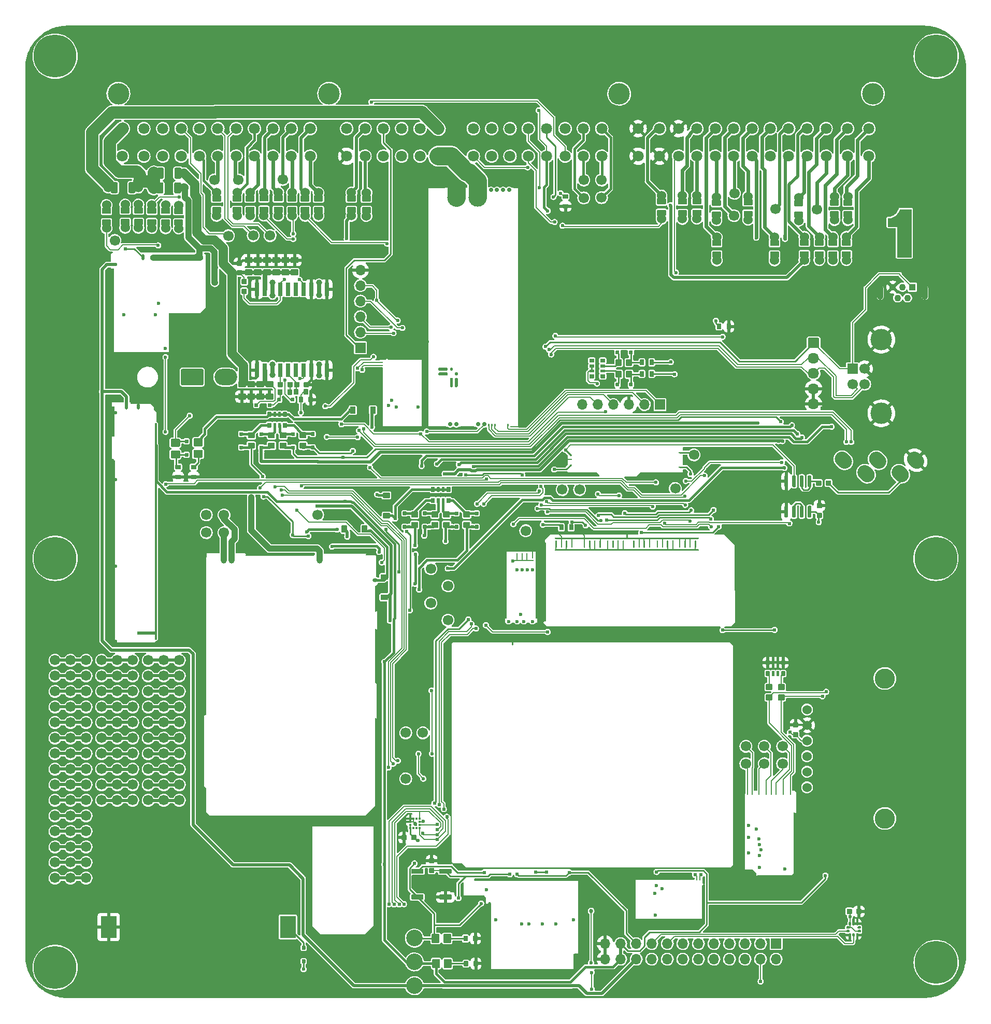
<source format=gtl>
G04 #@! TF.GenerationSoftware,KiCad,Pcbnew,(5.99.0-10559-g8513ca974c)*
G04 #@! TF.CreationDate,2021-09-15T09:17:41+03:00*
G04 #@! TF.ProjectId,hellen64_NB1,68656c6c-656e-4363-945f-4e42312e6b69,b*
G04 #@! TF.SameCoordinates,PX141ef50PYa2cc1bc*
G04 #@! TF.FileFunction,Copper,L1,Top*
G04 #@! TF.FilePolarity,Positive*
%FSLAX46Y46*%
G04 Gerber Fmt 4.6, Leading zero omitted, Abs format (unit mm)*
G04 Created by KiCad (PCBNEW (5.99.0-10559-g8513ca974c)) date 2021-09-15 09:17:41*
%MOMM*%
%LPD*%
G01*
G04 APERTURE LIST*
G04 #@! TA.AperFunction,EtchedComponent*
%ADD10C,0.100000*%
G04 #@! TD*
G04 #@! TA.AperFunction,SMDPad,CuDef*
%ADD11O,0.499999X2.999999*%
G04 #@! TD*
G04 #@! TA.AperFunction,SMDPad,CuDef*
%ADD12O,0.499999X12.700000*%
G04 #@! TD*
G04 #@! TA.AperFunction,SMDPad,CuDef*
%ADD13O,1.200000X0.499999*%
G04 #@! TD*
G04 #@! TA.AperFunction,SMDPad,CuDef*
%ADD14O,17.400001X0.399999*%
G04 #@! TD*
G04 #@! TA.AperFunction,SMDPad,CuDef*
%ADD15O,0.499999X11.400000*%
G04 #@! TD*
G04 #@! TA.AperFunction,SMDPad,CuDef*
%ADD16O,14.449999X0.499999*%
G04 #@! TD*
G04 #@! TA.AperFunction,ComponentPad*
%ADD17C,0.599999*%
G04 #@! TD*
G04 #@! TA.AperFunction,SMDPad,CuDef*
%ADD18O,0.499999X0.250000*%
G04 #@! TD*
G04 #@! TA.AperFunction,ComponentPad*
%ADD19C,1.524000*%
G04 #@! TD*
G04 #@! TA.AperFunction,ComponentPad*
%ADD20C,1.700000*%
G04 #@! TD*
G04 #@! TA.AperFunction,ComponentPad*
%ADD21R,1.700000X1.700000*%
G04 #@! TD*
G04 #@! TA.AperFunction,ComponentPad*
%ADD22O,1.700000X1.700000*%
G04 #@! TD*
G04 #@! TA.AperFunction,SMDPad,CuDef*
%ADD23C,2.700000*%
G04 #@! TD*
G04 #@! TA.AperFunction,SMDPad,CuDef*
%ADD24O,1.699999X0.200000*%
G04 #@! TD*
G04 #@! TA.AperFunction,SMDPad,CuDef*
%ADD25O,0.200000X4.249999*%
G04 #@! TD*
G04 #@! TA.AperFunction,SMDPad,CuDef*
%ADD26O,11.324999X0.200000*%
G04 #@! TD*
G04 #@! TA.AperFunction,SMDPad,CuDef*
%ADD27O,0.200000X25.849999*%
G04 #@! TD*
G04 #@! TA.AperFunction,SMDPad,CuDef*
%ADD28O,0.200000X8.824999*%
G04 #@! TD*
G04 #@! TA.AperFunction,SMDPad,CuDef*
%ADD29O,0.200000X3.600000*%
G04 #@! TD*
G04 #@! TA.AperFunction,SMDPad,CuDef*
%ADD30O,0.200000X4.149999*%
G04 #@! TD*
G04 #@! TA.AperFunction,SMDPad,CuDef*
%ADD31O,0.200000X14.399999*%
G04 #@! TD*
G04 #@! TA.AperFunction,SMDPad,CuDef*
%ADD32O,25.699999X0.200000*%
G04 #@! TD*
G04 #@! TA.AperFunction,SMDPad,CuDef*
%ADD33O,1.000001X1.500000*%
G04 #@! TD*
G04 #@! TA.AperFunction,SMDPad,CuDef*
%ADD34O,0.800001X0.599999*%
G04 #@! TD*
G04 #@! TA.AperFunction,ComponentPad*
%ADD35C,3.500120*%
G04 #@! TD*
G04 #@! TA.AperFunction,ComponentPad*
%ADD36C,1.800000*%
G04 #@! TD*
G04 #@! TA.AperFunction,ComponentPad*
%ADD37R,1.100000X1.100000*%
G04 #@! TD*
G04 #@! TA.AperFunction,ComponentPad*
%ADD38C,1.100000*%
G04 #@! TD*
G04 #@! TA.AperFunction,ComponentPad*
%ADD39O,1.100000X2.400000*%
G04 #@! TD*
G04 #@! TA.AperFunction,ComponentPad*
%ADD40C,3.500000*%
G04 #@! TD*
G04 #@! TA.AperFunction,SMDPad,CuDef*
%ADD41O,0.250000X0.499999*%
G04 #@! TD*
G04 #@! TA.AperFunction,SMDPad,CuDef*
%ADD42O,5.669999X0.200000*%
G04 #@! TD*
G04 #@! TA.AperFunction,SMDPad,CuDef*
%ADD43O,0.399999X9.800001*%
G04 #@! TD*
G04 #@! TA.AperFunction,SMDPad,CuDef*
%ADD44O,6.799999X0.200000*%
G04 #@! TD*
G04 #@! TA.AperFunction,SMDPad,CuDef*
%ADD45O,0.200000X11.100001*%
G04 #@! TD*
G04 #@! TA.AperFunction,ComponentPad*
%ADD46C,3.302000*%
G04 #@! TD*
G04 #@! TA.AperFunction,SMDPad,CuDef*
%ADD47O,0.200000X6.799999*%
G04 #@! TD*
G04 #@! TA.AperFunction,SMDPad,CuDef*
%ADD48O,9.800001X0.399999*%
G04 #@! TD*
G04 #@! TA.AperFunction,SMDPad,CuDef*
%ADD49O,0.200000X5.669999*%
G04 #@! TD*
G04 #@! TA.AperFunction,SMDPad,CuDef*
%ADD50O,11.100001X0.200000*%
G04 #@! TD*
G04 #@! TA.AperFunction,ComponentPad*
%ADD51C,7.000000*%
G04 #@! TD*
G04 #@! TA.AperFunction,SMDPad,CuDef*
%ADD52R,0.375000X0.350000*%
G04 #@! TD*
G04 #@! TA.AperFunction,SMDPad,CuDef*
%ADD53R,0.350000X0.375000*%
G04 #@! TD*
G04 #@! TA.AperFunction,SMDPad,CuDef*
%ADD54R,2.600000X3.600000*%
G04 #@! TD*
G04 #@! TA.AperFunction,SMDPad,CuDef*
%ADD55O,0.499999X1.000001*%
G04 #@! TD*
G04 #@! TA.AperFunction,SMDPad,CuDef*
%ADD56O,8.744829X1.000001*%
G04 #@! TD*
G04 #@! TA.AperFunction,SMDPad,CuDef*
%ADD57O,9.199999X0.200000*%
G04 #@! TD*
G04 #@! TA.AperFunction,SMDPad,CuDef*
%ADD58O,0.499999X0.200000*%
G04 #@! TD*
G04 #@! TA.AperFunction,SMDPad,CuDef*
%ADD59O,0.399999X9.000000*%
G04 #@! TD*
G04 #@! TA.AperFunction,SMDPad,CuDef*
%ADD60O,0.200000X13.800000*%
G04 #@! TD*
G04 #@! TA.AperFunction,SMDPad,CuDef*
%ADD61O,5.399999X0.399999*%
G04 #@! TD*
G04 #@! TA.AperFunction,SMDPad,CuDef*
%ADD62O,0.200000X6.500000*%
G04 #@! TD*
G04 #@! TA.AperFunction,ComponentPad*
%ADD63C,0.700000*%
G04 #@! TD*
G04 #@! TA.AperFunction,SMDPad,CuDef*
%ADD64C,3.000000*%
G04 #@! TD*
G04 #@! TA.AperFunction,SMDPad,CuDef*
%ADD65R,0.950000X0.250000*%
G04 #@! TD*
G04 #@! TA.AperFunction,SMDPad,CuDef*
%ADD66R,0.250000X39.250000*%
G04 #@! TD*
G04 #@! TA.AperFunction,SMDPad,CuDef*
%ADD67R,1.450000X0.250000*%
G04 #@! TD*
G04 #@! TA.AperFunction,SMDPad,CuDef*
%ADD68R,3.100000X0.250000*%
G04 #@! TD*
G04 #@! TA.AperFunction,SMDPad,CuDef*
%ADD69R,2.950000X0.250000*%
G04 #@! TD*
G04 #@! TA.AperFunction,SMDPad,CuDef*
%ADD70R,2.250000X0.250000*%
G04 #@! TD*
G04 #@! TA.AperFunction,ComponentPad*
%ADD71O,3.700000X2.700000*%
G04 #@! TD*
G04 #@! TA.AperFunction,SMDPad,CuDef*
%ADD72O,5.100000X0.200000*%
G04 #@! TD*
G04 #@! TA.AperFunction,SMDPad,CuDef*
%ADD73O,0.200000X11.100000*%
G04 #@! TD*
G04 #@! TA.AperFunction,SMDPad,CuDef*
%ADD74O,0.200000X0.950000*%
G04 #@! TD*
G04 #@! TA.AperFunction,ComponentPad*
%ADD75C,0.600000*%
G04 #@! TD*
G04 #@! TA.AperFunction,SMDPad,CuDef*
%ADD76O,3.500000X0.200000*%
G04 #@! TD*
G04 #@! TA.AperFunction,SMDPad,CuDef*
%ADD77O,0.250000X0.500000*%
G04 #@! TD*
G04 #@! TA.AperFunction,SMDPad,CuDef*
%ADD78O,5.800001X0.250000*%
G04 #@! TD*
G04 #@! TA.AperFunction,SMDPad,CuDef*
%ADD79O,0.250000X10.200000*%
G04 #@! TD*
G04 #@! TA.AperFunction,SMDPad,CuDef*
%ADD80O,0.200000X0.399999*%
G04 #@! TD*
G04 #@! TA.AperFunction,SMDPad,CuDef*
%ADD81O,0.399999X5.000000*%
G04 #@! TD*
G04 #@! TA.AperFunction,SMDPad,CuDef*
%ADD82O,7.200001X0.399999*%
G04 #@! TD*
G04 #@! TA.AperFunction,SMDPad,CuDef*
%ADD83O,3.099999X0.200000*%
G04 #@! TD*
G04 #@! TA.AperFunction,SMDPad,CuDef*
%ADD84O,0.399999X30.000001*%
G04 #@! TD*
G04 #@! TA.AperFunction,SMDPad,CuDef*
%ADD85O,0.399999X35.400000*%
G04 #@! TD*
G04 #@! TA.AperFunction,SMDPad,CuDef*
%ADD86O,2.999999X0.499999*%
G04 #@! TD*
G04 #@! TA.AperFunction,SMDPad,CuDef*
%ADD87R,0.800000X2.200000*%
G04 #@! TD*
G04 #@! TA.AperFunction,SMDPad,CuDef*
%ADD88R,2.032000X5.080000*%
G04 #@! TD*
G04 #@! TA.AperFunction,SMDPad,CuDef*
%ADD89R,11.430000X7.620000*%
G04 #@! TD*
G04 #@! TA.AperFunction,ComponentPad*
%ADD90O,1.850000X1.700000*%
G04 #@! TD*
G04 #@! TA.AperFunction,ViaPad*
%ADD91C,0.600000*%
G04 #@! TD*
G04 #@! TA.AperFunction,ViaPad*
%ADD92C,0.685800*%
G04 #@! TD*
G04 #@! TA.AperFunction,ViaPad*
%ADD93C,0.609600*%
G04 #@! TD*
G04 #@! TA.AperFunction,ViaPad*
%ADD94C,1.000000*%
G04 #@! TD*
G04 #@! TA.AperFunction,Conductor*
%ADD95C,0.200000*%
G04 #@! TD*
G04 #@! TA.AperFunction,Conductor*
%ADD96C,0.400000*%
G04 #@! TD*
G04 #@! TA.AperFunction,Conductor*
%ADD97C,0.254000*%
G04 #@! TD*
G04 #@! TA.AperFunction,Conductor*
%ADD98C,3.000000*%
G04 #@! TD*
G04 #@! TA.AperFunction,Conductor*
%ADD99C,0.299720*%
G04 #@! TD*
G04 #@! TA.AperFunction,Conductor*
%ADD100C,0.508000*%
G04 #@! TD*
G04 #@! TA.AperFunction,Conductor*
%ADD101C,2.000000*%
G04 #@! TD*
G04 #@! TA.AperFunction,Conductor*
%ADD102C,0.600000*%
G04 #@! TD*
G04 #@! TA.AperFunction,Conductor*
%ADD103C,0.203200*%
G04 #@! TD*
G04 #@! TA.AperFunction,Conductor*
%ADD104C,1.000000*%
G04 #@! TD*
G04 #@! TA.AperFunction,Conductor*
%ADD105C,0.500000*%
G04 #@! TD*
G04 #@! TA.AperFunction,Conductor*
%ADD106C,1.500000*%
G04 #@! TD*
G04 #@! TA.AperFunction,Conductor*
%ADD107C,0.800000*%
G04 #@! TD*
G04 APERTURE END LIST*
D10*
G04 #@! TO.C,G3*
X144907029Y121113053D02*
X142607029Y121113053D01*
X142607029Y121113053D02*
X142607029Y126013053D01*
X142607029Y126013053D02*
X142597029Y126063053D01*
X142597029Y126063053D02*
X142557029Y126103053D01*
X142557029Y126103053D02*
X142507029Y126113053D01*
X142507029Y126113053D02*
X141107029Y126113053D01*
X141107029Y126113053D02*
X141107029Y127413053D01*
X141107029Y127413053D02*
X141207029Y127413053D01*
X141207029Y127413053D02*
X141387029Y127433053D01*
X141387029Y127433053D02*
X141597029Y127473053D01*
X141597029Y127473053D02*
X141807029Y127543053D01*
X141807029Y127543053D02*
X141937029Y127593053D01*
X141937029Y127593053D02*
X142117029Y127683053D01*
X142117029Y127683053D02*
X142287029Y127793053D01*
X142287029Y127793053D02*
X142467029Y127933053D01*
X142467029Y127933053D02*
X142657029Y128123053D01*
X142657029Y128123053D02*
X142747029Y128243053D01*
X142747029Y128243053D02*
X142857029Y128403053D01*
X142857029Y128403053D02*
X142967029Y128603053D01*
X142967029Y128603053D02*
X143047029Y128793053D01*
X143047029Y128793053D02*
X143087029Y128913053D01*
X143087029Y128913053D02*
X144907029Y128913053D01*
X144907029Y128913053D02*
X144907029Y121113053D01*
G36*
X144907029Y121113053D02*
G01*
X142607029Y121113053D01*
X142607029Y126013053D01*
X142597029Y126063053D01*
X142557029Y126103053D01*
X142507029Y126113053D01*
X141107029Y126113053D01*
X141107029Y127413053D01*
X141207029Y127413053D01*
X141387029Y127433053D01*
X141597029Y127473053D01*
X141807029Y127543053D01*
X141937029Y127593053D01*
X142117029Y127683053D01*
X142287029Y127793053D01*
X142467029Y127933053D01*
X142657029Y128123053D01*
X142747029Y128243053D01*
X142857029Y128403053D01*
X142967029Y128603053D01*
X143047029Y128793053D01*
X143087029Y128913053D01*
X144907029Y128913053D01*
X144907029Y121113053D01*
G37*
X144907029Y121113053D02*
X142607029Y121113053D01*
X142607029Y126013053D01*
X142597029Y126063053D01*
X142557029Y126103053D01*
X142507029Y126113053D01*
X141107029Y126113053D01*
X141107029Y127413053D01*
X141207029Y127413053D01*
X141387029Y127433053D01*
X141597029Y127473053D01*
X141807029Y127543053D01*
X141937029Y127593053D01*
X142117029Y127683053D01*
X142287029Y127793053D01*
X142467029Y127933053D01*
X142657029Y128123053D01*
X142747029Y128243053D01*
X142857029Y128403053D01*
X142967029Y128603053D01*
X143047029Y128793053D01*
X143087029Y128913053D01*
X144907029Y128913053D01*
X144907029Y121113053D01*
G04 #@! TD*
D11*
G04 #@! TO.P,M4,G,GND*
G04 #@! TO.N,GND*
X89968539Y5845064D03*
D12*
X90718540Y13232532D03*
D13*
X90318541Y7120058D03*
D14*
X82218547Y19395047D03*
D15*
X76018539Y10107529D03*
D16*
X82988541Y4570030D03*
D17*
G04 #@! TO.P,M4,V1,V33*
G04 #@! TO.N,+3V3*
X75468535Y17795040D03*
G04 #@! TO.P,M4,V2,GND*
G04 #@! TO.N,GND*
X77043549Y12890031D03*
G04 #@! TO.P,M4,V3,GND*
X89747567Y12899094D03*
G04 #@! TO.P,M4,V4,SD_CS*
G04 #@! TO.N,/SD_CS*
X81268539Y12220030D03*
G04 #@! TO.P,M4,V5,SD_MOSI*
G04 #@! TO.N,/SD_MOSI*
X82443543Y12220030D03*
G04 #@! TO.P,M4,V6,SD_SCK*
G04 #@! TO.N,/SD_SCK*
X84618537Y12220030D03*
G04 #@! TO.P,M4,V7,SD_MISO*
G04 #@! TO.N,/SD_MISO*
X86843539Y12220030D03*
G04 #@! TD*
D18*
G04 #@! TO.P,M9,E1,V5A*
G04 #@! TO.N,+5VA*
X89261466Y87168744D03*
G04 #@! TO.P,M9,E2,GND*
G04 #@! TO.N,GND*
X89261466Y88043744D03*
G04 #@! TO.P,M9,E3,OUT_KNOCK*
G04 #@! TO.N,/IN_KNOCK*
X89261466Y88743745D03*
G04 #@! TO.P,M9,W1,IN_KNOCK*
G04 #@! TO.N,/IN_KNOCK_RAW*
X107086464Y89193744D03*
G04 #@! TO.P,M9,W2,VREF*
G04 #@! TO.N,/VREF2*
X107086464Y86793741D03*
G04 #@! TD*
G04 #@! TO.P,R8,1,1*
G04 #@! TO.N,/OUT_BOOST*
G04 #@! TA.AperFunction,SMDPad,CuDef*
G36*
G01*
X128075000Y121049999D02*
X126825000Y121049999D01*
G75*
G02*
X126725000Y121149999I0J100000D01*
G01*
X126725000Y121949999D01*
G75*
G02*
X126825000Y122049999I100000J0D01*
G01*
X128075000Y122049999D01*
G75*
G02*
X128175000Y121949999I0J-100000D01*
G01*
X128175000Y121149999D01*
G75*
G02*
X128075000Y121049999I-100000J0D01*
G01*
G37*
G04 #@! TD.AperFunction*
D19*
X127450000Y120595000D03*
G04 #@! TO.P,R8,2,2*
G04 #@! TO.N,/3T*
X127450000Y124405000D03*
G04 #@! TA.AperFunction,SMDPad,CuDef*
G36*
G01*
X128075000Y122950021D02*
X126825000Y122950021D01*
G75*
G02*
X126725000Y123050021I0J100000D01*
G01*
X126725000Y123850021D01*
G75*
G02*
X126825000Y123950021I100000J0D01*
G01*
X128075000Y123950021D01*
G75*
G02*
X128175000Y123850021I0J-100000D01*
G01*
X128175000Y123050021D01*
G75*
G02*
X128075000Y122950021I-100000J0D01*
G01*
G37*
G04 #@! TD.AperFunction*
G04 #@! TD*
G04 #@! TO.P,R32,1,1*
G04 #@! TO.N,/OUT_O2H*
G04 #@! TA.AperFunction,SMDPad,CuDef*
G36*
G01*
X48649428Y128280339D02*
X47399428Y128280339D01*
G75*
G02*
X47299428Y128380339I0J100000D01*
G01*
X47299428Y129180339D01*
G75*
G02*
X47399428Y129280339I100000J0D01*
G01*
X48649428Y129280339D01*
G75*
G02*
X48749428Y129180339I0J-100000D01*
G01*
X48749428Y128380339D01*
G75*
G02*
X48649428Y128280339I-100000J0D01*
G01*
G37*
G04 #@! TD.AperFunction*
X48024428Y127825340D03*
G04 #@! TO.P,R32,2,2*
G04 #@! TO.N,/1U*
X48024428Y131635340D03*
G04 #@! TA.AperFunction,SMDPad,CuDef*
G36*
G01*
X48649428Y130180361D02*
X47399428Y130180361D01*
G75*
G02*
X47299428Y130280361I0J100000D01*
G01*
X47299428Y131080361D01*
G75*
G02*
X47399428Y131180361I100000J0D01*
G01*
X48649428Y131180361D01*
G75*
G02*
X48749428Y131080361I0J-100000D01*
G01*
X48749428Y130280361D01*
G75*
G02*
X48649428Y130180361I-100000J0D01*
G01*
G37*
G04 #@! TD.AperFunction*
G04 #@! TD*
D20*
G04 #@! TO.P,P5,1,Pin_1*
G04 #@! TO.N,/IO8*
X62302380Y35910220D03*
G04 #@! TD*
G04 #@! TO.P,P6,1,Pin_1*
G04 #@! TO.N,/IO13*
X62302380Y43412400D03*
G04 #@! TD*
G04 #@! TO.P,P47,1,Pin_1*
G04 #@! TO.N,/1N*
X40126680Y124605340D03*
G04 #@! TD*
G04 #@! TO.P,R2,1*
G04 #@! TO.N,Net-(D10-Pad2)*
G04 #@! TA.AperFunction,SMDPad,CuDef*
G36*
G01*
X24710000Y87162500D02*
X25490000Y87162500D01*
G75*
G02*
X25560000Y87092500I0J-70000D01*
G01*
X25560000Y86532500D01*
G75*
G02*
X25490000Y86462500I-70000J0D01*
G01*
X24710000Y86462500D01*
G75*
G02*
X24640000Y86532500I0J70000D01*
G01*
X24640000Y87092500D01*
G75*
G02*
X24710000Y87162500I70000J0D01*
G01*
G37*
G04 #@! TD.AperFunction*
G04 #@! TO.P,R2,2*
G04 #@! TO.N,GND*
G04 #@! TA.AperFunction,SMDPad,CuDef*
G36*
G01*
X24710000Y85562500D02*
X25490000Y85562500D01*
G75*
G02*
X25560000Y85492500I0J-70000D01*
G01*
X25560000Y84932500D01*
G75*
G02*
X25490000Y84862500I-70000J0D01*
G01*
X24710000Y84862500D01*
G75*
G02*
X24640000Y84932500I0J70000D01*
G01*
X24640000Y85492500D01*
G75*
G02*
X24710000Y85562500I70000J0D01*
G01*
G37*
G04 #@! TD.AperFunction*
G04 #@! TD*
D21*
G04 #@! TO.P,J27,1,Pin_1*
G04 #@! TO.N,Net-(J27-Pad1)*
X103851680Y97005340D03*
D22*
G04 #@! TO.P,J27,2,Pin_2*
G04 #@! TO.N,Net-(J27-Pad2)*
X101311680Y97005340D03*
G04 #@! TO.P,J27,3,Pin_3*
G04 #@! TO.N,GND*
X98771680Y97005340D03*
G04 #@! TO.P,J27,4,Pin_4*
G04 #@! TO.N,Net-(J27-Pad4)*
X96231680Y97005340D03*
G04 #@! TO.P,J27,5,Pin_5*
G04 #@! TO.N,Net-(J27-Pad5)*
X93691680Y97005340D03*
G04 #@! TO.P,J27,6,Pin_6*
G04 #@! TO.N,unconnected-(J27-Pad6)*
X91151680Y97005340D03*
G04 #@! TD*
G04 #@! TO.P,R4,1*
G04 #@! TO.N,/IN_MAF*
G04 #@! TA.AperFunction,SMDPad,CuDef*
G36*
G01*
X113151680Y109390340D02*
X113151680Y110170340D01*
G75*
G02*
X113221680Y110240340I70000J0D01*
G01*
X113781680Y110240340D01*
G75*
G02*
X113851680Y110170340I0J-70000D01*
G01*
X113851680Y109390340D01*
G75*
G02*
X113781680Y109320340I-70000J0D01*
G01*
X113221680Y109320340D01*
G75*
G02*
X113151680Y109390340I0J70000D01*
G01*
G37*
G04 #@! TD.AperFunction*
G04 #@! TO.P,R4,2*
G04 #@! TO.N,GND*
G04 #@! TA.AperFunction,SMDPad,CuDef*
G36*
G01*
X114751680Y109390340D02*
X114751680Y110170340D01*
G75*
G02*
X114821680Y110240340I70000J0D01*
G01*
X115381680Y110240340D01*
G75*
G02*
X115451680Y110170340I0J-70000D01*
G01*
X115451680Y109390340D01*
G75*
G02*
X115381680Y109320340I-70000J0D01*
G01*
X114821680Y109320340D01*
G75*
G02*
X114751680Y109390340I0J70000D01*
G01*
G37*
G04 #@! TD.AperFunction*
G04 #@! TD*
D20*
G04 #@! TO.P,P19,1,Pin_1*
G04 #@! TO.N,/3L*
X115951680Y127855340D03*
G04 #@! TD*
D23*
G04 #@! TO.P,J19,1,Pin_1*
G04 #@! TO.N,+12V*
X63719659Y2136041D03*
G04 #@! TD*
G04 #@! TO.P,C3,1*
G04 #@! TO.N,GND*
G04 #@! TA.AperFunction,SMDPad,CuDef*
G36*
G01*
X61596678Y25965340D02*
X61596678Y26645340D01*
G75*
G02*
X61681678Y26730340I85000J0D01*
G01*
X62361678Y26730340D01*
G75*
G02*
X62446678Y26645340I0J-85000D01*
G01*
X62446678Y25965340D01*
G75*
G02*
X62361678Y25880340I-85000J0D01*
G01*
X61681678Y25880340D01*
G75*
G02*
X61596678Y25965340I0J85000D01*
G01*
G37*
G04 #@! TD.AperFunction*
G04 #@! TO.P,C3,2*
G04 #@! TO.N,+3V3*
G04 #@! TA.AperFunction,SMDPad,CuDef*
G36*
G01*
X63176680Y25965340D02*
X63176680Y26645340D01*
G75*
G02*
X63261680Y26730340I85000J0D01*
G01*
X63941680Y26730340D01*
G75*
G02*
X64026680Y26645340I0J-85000D01*
G01*
X64026680Y25965340D01*
G75*
G02*
X63941680Y25880340I-85000J0D01*
G01*
X63261680Y25880340D01*
G75*
G02*
X63176680Y25965340I0J85000D01*
G01*
G37*
G04 #@! TD.AperFunction*
G04 #@! TD*
D20*
G04 #@! TO.P,G4,1*
G04 #@! TO.N,Net-(G4-Pad1)*
X20210000Y45097322D03*
G04 #@! TO.P,G4,2*
G04 #@! TO.N,Net-(G4-Pad12)*
X20210000Y47637322D03*
G04 #@! TO.P,G4,3*
G04 #@! TO.N,Net-(G4-Pad13)*
X20210000Y50177322D03*
G04 #@! TO.P,G4,4*
G04 #@! TO.N,Net-(G4-Pad14)*
X20210000Y52717322D03*
G04 #@! TO.P,G4,5*
G04 #@! TO.N,Net-(G4-Pad10)*
X20210000Y55257322D03*
G04 #@! TO.P,G4,6*
G04 #@! TO.N,Net-(G4-Pad1)*
X22750000Y45097322D03*
G04 #@! TO.P,G4,7*
G04 #@! TO.N,Net-(G4-Pad12)*
X22750000Y47637322D03*
G04 #@! TO.P,G4,8*
G04 #@! TO.N,Net-(G4-Pad13)*
X22750000Y50177322D03*
G04 #@! TO.P,G4,9*
G04 #@! TO.N,Net-(G4-Pad14)*
X22750000Y52717322D03*
G04 #@! TO.P,G4,10*
G04 #@! TO.N,Net-(G4-Pad10)*
X22750000Y55257322D03*
G04 #@! TO.P,G4,11*
G04 #@! TO.N,Net-(G4-Pad1)*
X25290000Y45097322D03*
G04 #@! TO.P,G4,12*
G04 #@! TO.N,Net-(G4-Pad12)*
X25290000Y47637322D03*
G04 #@! TO.P,G4,13*
G04 #@! TO.N,Net-(G4-Pad13)*
X25290000Y50177322D03*
G04 #@! TO.P,G4,14*
G04 #@! TO.N,Net-(G4-Pad14)*
X25290000Y52717322D03*
G04 #@! TO.P,G4,15*
G04 #@! TO.N,Net-(G4-Pad10)*
X25290000Y55257322D03*
G04 #@! TD*
G04 #@! TO.P,R9,1*
G04 #@! TO.N,Net-(C8-Pad1)*
G04 #@! TA.AperFunction,SMDPad,CuDef*
G36*
G01*
X44026680Y98690340D02*
X44026680Y99470340D01*
G75*
G02*
X44096680Y99540340I70000J0D01*
G01*
X44656680Y99540340D01*
G75*
G02*
X44726680Y99470340I0J-70000D01*
G01*
X44726680Y98690340D01*
G75*
G02*
X44656680Y98620340I-70000J0D01*
G01*
X44096680Y98620340D01*
G75*
G02*
X44026680Y98690340I0J70000D01*
G01*
G37*
G04 #@! TD.AperFunction*
G04 #@! TO.P,R9,2*
G04 #@! TO.N,/ETB_EN*
G04 #@! TA.AperFunction,SMDPad,CuDef*
G36*
G01*
X45626680Y98690340D02*
X45626680Y99470340D01*
G75*
G02*
X45696680Y99540340I70000J0D01*
G01*
X46256680Y99540340D01*
G75*
G02*
X46326680Y99470340I0J-70000D01*
G01*
X46326680Y98690340D01*
G75*
G02*
X46256680Y98620340I-70000J0D01*
G01*
X45696680Y98620340D01*
G75*
G02*
X45626680Y98690340I0J70000D01*
G01*
G37*
G04 #@! TD.AperFunction*
G04 #@! TD*
G04 #@! TO.P,P10,1,Pin_1*
G04 #@! TO.N,/2N*
X91401680Y130755340D03*
G04 #@! TD*
D19*
G04 #@! TO.P,R21,1,1*
G04 #@! TO.N,/IN_TEMP_OR_PPS2*
X55876680Y127800319D03*
G04 #@! TA.AperFunction,SMDPad,CuDef*
G36*
G01*
X56501680Y128255318D02*
X55251680Y128255318D01*
G75*
G02*
X55151680Y128355318I0J100000D01*
G01*
X55151680Y129155318D01*
G75*
G02*
X55251680Y129255318I100000J0D01*
G01*
X56501680Y129255318D01*
G75*
G02*
X56601680Y129155318I0J-100000D01*
G01*
X56601680Y128355318D01*
G75*
G02*
X56501680Y128255318I-100000J0D01*
G01*
G37*
G04 #@! TD.AperFunction*
G04 #@! TO.P,R21,2,2*
G04 #@! TO.N,Net-(P2-Pad66)*
G04 #@! TA.AperFunction,SMDPad,CuDef*
G36*
G01*
X56501680Y130155340D02*
X55251680Y130155340D01*
G75*
G02*
X55151680Y130255340I0J100000D01*
G01*
X55151680Y131055340D01*
G75*
G02*
X55251680Y131155340I100000J0D01*
G01*
X56501680Y131155340D01*
G75*
G02*
X56601680Y131055340I0J-100000D01*
G01*
X56601680Y130255340D01*
G75*
G02*
X56501680Y130155340I-100000J0D01*
G01*
G37*
G04 #@! TD.AperFunction*
X55876680Y131610319D03*
G04 #@! TD*
D20*
G04 #@! TO.P,P12,1,Pin_1*
G04 #@! TO.N,/OUT_SOLENOID_A1*
X29701680Y79005340D03*
G04 #@! TD*
G04 #@! TO.P,G12,1*
G04 #@! TO.N,Net-(G12-Pad1)*
X12590000Y32397322D03*
G04 #@! TO.P,G12,2*
G04 #@! TO.N,Net-(G12-Pad12)*
X12590000Y34937322D03*
G04 #@! TO.P,G12,3*
G04 #@! TO.N,Net-(G12-Pad13)*
X12590000Y37477322D03*
G04 #@! TO.P,G12,4*
G04 #@! TO.N,Net-(G12-Pad14)*
X12590000Y40017322D03*
G04 #@! TO.P,G12,5*
G04 #@! TO.N,Net-(G12-Pad10)*
X12590000Y42557322D03*
G04 #@! TO.P,G12,6*
G04 #@! TO.N,Net-(G12-Pad1)*
X15130000Y32397322D03*
G04 #@! TO.P,G12,7*
G04 #@! TO.N,Net-(G12-Pad12)*
X15130000Y34937322D03*
G04 #@! TO.P,G12,8*
G04 #@! TO.N,Net-(G12-Pad13)*
X15130000Y37477322D03*
G04 #@! TO.P,G12,9*
G04 #@! TO.N,Net-(G12-Pad14)*
X15130000Y40017322D03*
G04 #@! TO.P,G12,10*
G04 #@! TO.N,Net-(G12-Pad10)*
X15130000Y42557322D03*
G04 #@! TO.P,G12,11*
G04 #@! TO.N,Net-(G12-Pad1)*
X17670000Y32397322D03*
G04 #@! TO.P,G12,12*
G04 #@! TO.N,Net-(G12-Pad12)*
X17670000Y34937322D03*
G04 #@! TO.P,G12,13*
G04 #@! TO.N,Net-(G12-Pad13)*
X17670000Y37477322D03*
G04 #@! TO.P,G12,14*
G04 #@! TO.N,Net-(G12-Pad14)*
X17670000Y40017322D03*
G04 #@! TO.P,G12,15*
G04 #@! TO.N,Net-(G12-Pad10)*
X17670000Y42557322D03*
G04 #@! TD*
D24*
G04 #@! TO.P,M5,G,GND*
G04 #@! TO.N,GND*
X56641543Y72456720D03*
D25*
X57391527Y65321721D03*
D26*
X41691538Y72396721D03*
D27*
X29641557Y59196722D03*
G04 #@! TA.AperFunction,SMDPad,CuDef*
G36*
G01*
X30281049Y29751948D02*
X30281049Y29751948D01*
G75*
G02*
X30139627Y29751948I-70711J70711D01*
G01*
X29573941Y30317634D01*
G75*
G02*
X29573941Y30459056I70711J70711D01*
G01*
X29573941Y30459056D01*
G75*
G02*
X29715363Y30459056I70711J-70711D01*
G01*
X30281049Y29893370D01*
G75*
G02*
X30281049Y29751948I-70711J-70711D01*
G01*
G37*
G04 #@! TD.AperFunction*
D28*
X57389990Y55959347D03*
D29*
X57541542Y70631720D03*
D30*
X29639995Y32385711D03*
D31*
X57389993Y38601063D03*
G04 #@! TA.AperFunction,SMDPad,CuDef*
G36*
G01*
X57441065Y31485197D02*
X57441065Y31485197D01*
G75*
G02*
X57441065Y31343775I-70711J-70711D01*
G01*
X55864217Y29766927D01*
G75*
G02*
X55722795Y29766927I-70711J70711D01*
G01*
X55722795Y29766927D01*
G75*
G02*
X55722795Y29908349I70711J70711D01*
G01*
X57299643Y31485197D01*
G75*
G02*
X57441065Y31485197I70711J-70711D01*
G01*
G37*
G04 #@! TD.AperFunction*
G04 #@! TA.AperFunction,SMDPad,CuDef*
G36*
G01*
X57506862Y72489596D02*
X57577572Y72418886D01*
G75*
G02*
X57577572Y72277464I-70711J-70711D01*
G01*
X57577572Y72277464D01*
G75*
G02*
X57436150Y72277464I-70711J70711D01*
G01*
X57365440Y72348174D01*
G75*
G02*
X57365440Y72489596I70711J70711D01*
G01*
X57365440Y72489596D01*
G75*
G02*
X57506862Y72489596I70711J-70711D01*
G01*
G37*
G04 #@! TD.AperFunction*
D32*
X43016547Y29821710D03*
D33*
G04 #@! TO.P,M5,S4,OUT_SOLENOID_B1*
G04 #@! TO.N,/OUT_SOLENOID_B1*
X32559110Y71817999D03*
G04 #@! TO.P,M5,S5,OUT_SOLENOID_B2*
G04 #@! TO.N,/OUT_SOLENOID_B2*
X33814975Y71817999D03*
G04 #@! TO.P,M5,S11,V12_RAW*
G04 #@! TO.N,+12V_RAW*
X48190001Y71817999D03*
D34*
G04 #@! TO.P,M5,W5,V12P*
G04 #@! TO.N,+12V_PROT*
X57244999Y68321715D03*
G04 #@! TD*
D19*
G04 #@! TO.P,R36,1,1*
G04 #@! TO.N,/OUT_AC_FAN_RELAY*
X31401680Y127825340D03*
G04 #@! TA.AperFunction,SMDPad,CuDef*
G36*
G01*
X32026680Y128280339D02*
X30776680Y128280339D01*
G75*
G02*
X30676680Y128380339I0J100000D01*
G01*
X30676680Y129180339D01*
G75*
G02*
X30776680Y129280339I100000J0D01*
G01*
X32026680Y129280339D01*
G75*
G02*
X32126680Y129180339I0J-100000D01*
G01*
X32126680Y128380339D01*
G75*
G02*
X32026680Y128280339I-100000J0D01*
G01*
G37*
G04 #@! TD.AperFunction*
G04 #@! TO.P,R36,2,2*
G04 #@! TO.N,Net-(P2-Pad5)*
G04 #@! TA.AperFunction,SMDPad,CuDef*
G36*
G01*
X32026680Y130180361D02*
X30776680Y130180361D01*
G75*
G02*
X30676680Y130280361I0J100000D01*
G01*
X30676680Y131080361D01*
G75*
G02*
X30776680Y131180361I100000J0D01*
G01*
X32026680Y131180361D01*
G75*
G02*
X32126680Y131080361I0J-100000D01*
G01*
X32126680Y130280361D01*
G75*
G02*
X32026680Y130180361I-100000J0D01*
G01*
G37*
G04 #@! TD.AperFunction*
X31401680Y131635340D03*
G04 #@! TD*
G04 #@! TO.P,D1,1,A*
G04 #@! TO.N,+5V*
G04 #@! TA.AperFunction,SMDPad,CuDef*
G36*
G01*
X67906019Y6350340D02*
X67906019Y5110340D01*
G75*
G02*
X67776019Y4980340I-130000J0D01*
G01*
X66736019Y4980340D01*
G75*
G02*
X66606019Y5110340I0J130000D01*
G01*
X66606019Y6350340D01*
G75*
G02*
X66736019Y6480340I130000J0D01*
G01*
X67776019Y6480340D01*
G75*
G02*
X67906019Y6350340I0J-130000D01*
G01*
G37*
G04 #@! TD.AperFunction*
G04 #@! TO.P,D1,2,K*
G04 #@! TO.N,Net-(D1-Pad2)*
G04 #@! TA.AperFunction,SMDPad,CuDef*
G36*
G01*
X69806040Y6350340D02*
X69806040Y5110340D01*
G75*
G02*
X69676040Y4980340I-130000J0D01*
G01*
X68636040Y4980340D01*
G75*
G02*
X68506040Y5110340I0J130000D01*
G01*
X68506040Y6350340D01*
G75*
G02*
X68636040Y6480340I130000J0D01*
G01*
X69676040Y6480340D01*
G75*
G02*
X69806040Y6350340I0J-130000D01*
G01*
G37*
G04 #@! TD.AperFunction*
G04 #@! TD*
G04 #@! TO.P,R48,1,1*
G04 #@! TO.N,/IN_CLUTCH*
G04 #@! TA.AperFunction,SMDPad,CuDef*
G36*
G01*
X113701680Y127555318D02*
X112451680Y127555318D01*
G75*
G02*
X112351680Y127655318I0J100000D01*
G01*
X112351680Y128455318D01*
G75*
G02*
X112451680Y128555318I100000J0D01*
G01*
X113701680Y128555318D01*
G75*
G02*
X113801680Y128455318I0J-100000D01*
G01*
X113801680Y127655318D01*
G75*
G02*
X113701680Y127555318I-100000J0D01*
G01*
G37*
G04 #@! TD.AperFunction*
X113076680Y127100319D03*
G04 #@! TO.P,R48,2,2*
G04 #@! TO.N,/3I*
X113076680Y130910319D03*
G04 #@! TA.AperFunction,SMDPad,CuDef*
G36*
G01*
X113701680Y129455340D02*
X112451680Y129455340D01*
G75*
G02*
X112351680Y129555340I0J100000D01*
G01*
X112351680Y130355340D01*
G75*
G02*
X112451680Y130455340I100000J0D01*
G01*
X113701680Y130455340D01*
G75*
G02*
X113801680Y130355340I0J-100000D01*
G01*
X113801680Y129555340D01*
G75*
G02*
X113701680Y129455340I-100000J0D01*
G01*
G37*
G04 #@! TD.AperFunction*
G04 #@! TD*
G04 #@! TO.P,D15,1,K*
G04 #@! TO.N,Net-(D15-Pad1)*
G04 #@! TA.AperFunction,SMDPad,CuDef*
G36*
G01*
X62411889Y79496090D02*
X62411889Y79016090D01*
G75*
G02*
X62351889Y78956090I-60000J0D01*
G01*
X61871889Y78956090D01*
G75*
G02*
X61811889Y79016090I0J60000D01*
G01*
X61811889Y79496090D01*
G75*
G02*
X61871889Y79556090I60000J0D01*
G01*
X62351889Y79556090D01*
G75*
G02*
X62411889Y79496090I0J-60000D01*
G01*
G37*
G04 #@! TD.AperFunction*
G04 #@! TO.P,D15,2,A*
G04 #@! TO.N,/OUT_INJ1*
G04 #@! TA.AperFunction,SMDPad,CuDef*
G36*
G01*
X62411889Y77296090D02*
X62411889Y76816090D01*
G75*
G02*
X62351889Y76756090I-60000J0D01*
G01*
X61871889Y76756090D01*
G75*
G02*
X61811889Y76816090I0J60000D01*
G01*
X61811889Y77296090D01*
G75*
G02*
X61871889Y77356090I60000J0D01*
G01*
X62351889Y77356090D01*
G75*
G02*
X62411889Y77296090I0J-60000D01*
G01*
G37*
G04 #@! TD.AperFunction*
G04 #@! TD*
G04 #@! TO.P,C7,1*
G04 #@! TO.N,GND*
G04 #@! TA.AperFunction,SMDPad,CuDef*
G36*
G01*
X34790197Y120526785D02*
X35470197Y120526785D01*
G75*
G02*
X35555197Y120441785I0J-85000D01*
G01*
X35555197Y119761785D01*
G75*
G02*
X35470197Y119676785I-85000J0D01*
G01*
X34790197Y119676785D01*
G75*
G02*
X34705197Y119761785I0J85000D01*
G01*
X34705197Y120441785D01*
G75*
G02*
X34790197Y120526785I85000J0D01*
G01*
G37*
G04 #@! TD.AperFunction*
G04 #@! TO.P,C7,2*
G04 #@! TO.N,+12V_ETB*
G04 #@! TA.AperFunction,SMDPad,CuDef*
G36*
G01*
X34790197Y118946783D02*
X35470197Y118946783D01*
G75*
G02*
X35555197Y118861783I0J-85000D01*
G01*
X35555197Y118181783D01*
G75*
G02*
X35470197Y118096783I-85000J0D01*
G01*
X34790197Y118096783D01*
G75*
G02*
X34705197Y118181783I0J85000D01*
G01*
X34705197Y118861783D01*
G75*
G02*
X34790197Y118946783I85000J0D01*
G01*
G37*
G04 #@! TD.AperFunction*
G04 #@! TD*
G04 #@! TO.P,C1,1*
G04 #@! TO.N,GND*
G04 #@! TA.AperFunction,SMDPad,CuDef*
G36*
G01*
X66211680Y22945341D02*
X66891680Y22945341D01*
G75*
G02*
X66976680Y22860341I0J-85000D01*
G01*
X66976680Y22180341D01*
G75*
G02*
X66891680Y22095341I-85000J0D01*
G01*
X66211680Y22095341D01*
G75*
G02*
X66126680Y22180341I0J85000D01*
G01*
X66126680Y22860341D01*
G75*
G02*
X66211680Y22945341I85000J0D01*
G01*
G37*
G04 #@! TD.AperFunction*
G04 #@! TO.P,C1,2*
G04 #@! TO.N,/NRESET*
G04 #@! TA.AperFunction,SMDPad,CuDef*
G36*
G01*
X66211680Y21365339D02*
X66891680Y21365339D01*
G75*
G02*
X66976680Y21280339I0J-85000D01*
G01*
X66976680Y20600339D01*
G75*
G02*
X66891680Y20515339I-85000J0D01*
G01*
X66211680Y20515339D01*
G75*
G02*
X66126680Y20600339I0J85000D01*
G01*
X66126680Y21280339D01*
G75*
G02*
X66211680Y21365339I85000J0D01*
G01*
G37*
G04 #@! TD.AperFunction*
G04 #@! TD*
D20*
G04 #@! TO.P,P15,1,Pin_1*
G04 #@! TO.N,/2M*
X91401680Y133680340D03*
G04 #@! TD*
G04 #@! TO.P,S1,1*
G04 #@! TO.N,/BOOT0*
G04 #@! TA.AperFunction,SMDPad,CuDef*
G36*
G01*
X63281680Y21205341D02*
X65121680Y21205341D01*
G75*
G02*
X65201680Y21125341I0J-80000D01*
G01*
X65201680Y20485341D01*
G75*
G02*
X65121680Y20405341I-80000J0D01*
G01*
X63281680Y20405341D01*
G75*
G02*
X63201680Y20485341I0J80000D01*
G01*
X63201680Y21125341D01*
G75*
G02*
X63281680Y21205341I80000J0D01*
G01*
G37*
G04 #@! TD.AperFunction*
G04 #@! TO.P,S1,2*
G04 #@! TO.N,+3V3*
G04 #@! TA.AperFunction,SMDPad,CuDef*
G36*
G01*
X63281680Y17005340D02*
X65121680Y17005340D01*
G75*
G02*
X65201680Y16925340I0J-80000D01*
G01*
X65201680Y16285340D01*
G75*
G02*
X65121680Y16205340I-80000J0D01*
G01*
X63281680Y16205340D01*
G75*
G02*
X63201680Y16285340I0J80000D01*
G01*
X63201680Y16925340D01*
G75*
G02*
X63281680Y17005340I80000J0D01*
G01*
G37*
G04 #@! TD.AperFunction*
G04 #@! TD*
G04 #@! TO.P,D6,1,A*
G04 #@! TO.N,Net-(D12-Pad1)*
G04 #@! TA.AperFunction,SMDPad,CuDef*
G36*
G01*
X71811891Y79556089D02*
X72711891Y79556089D01*
G75*
G02*
X72811891Y79456089I0J-100000D01*
G01*
X72811891Y78656089D01*
G75*
G02*
X72711891Y78556089I-100000J0D01*
G01*
X71811891Y78556089D01*
G75*
G02*
X71711891Y78656089I0J100000D01*
G01*
X71711891Y79456089D01*
G75*
G02*
X71811891Y79556089I100000J0D01*
G01*
G37*
G04 #@! TD.AperFunction*
G04 #@! TO.P,D6,2,K*
G04 #@! TO.N,/OUT_INJ4*
G04 #@! TA.AperFunction,SMDPad,CuDef*
G36*
G01*
X71811891Y77856089D02*
X72711891Y77856089D01*
G75*
G02*
X72811891Y77756089I0J-100000D01*
G01*
X72811891Y76956089D01*
G75*
G02*
X72711891Y76856089I-100000J0D01*
G01*
X71811891Y76856089D01*
G75*
G02*
X71711891Y76956089I0J100000D01*
G01*
X71711891Y77756089D01*
G75*
G02*
X71811891Y77856089I100000J0D01*
G01*
G37*
G04 #@! TD.AperFunction*
G04 #@! TD*
G04 #@! TO.P,C4,1*
G04 #@! TO.N,Net-(C4-Pad1)*
G04 #@! TA.AperFunction,SMDPad,CuDef*
G36*
G01*
X131806682Y84545340D02*
X131806682Y83865340D01*
G75*
G02*
X131721682Y83780340I-85000J0D01*
G01*
X131041682Y83780340D01*
G75*
G02*
X130956682Y83865340I0J85000D01*
G01*
X130956682Y84545340D01*
G75*
G02*
X131041682Y84630340I85000J0D01*
G01*
X131721682Y84630340D01*
G75*
G02*
X131806682Y84545340I0J-85000D01*
G01*
G37*
G04 #@! TD.AperFunction*
G04 #@! TO.P,C4,2*
G04 #@! TO.N,Net-(C4-Pad2)*
G04 #@! TA.AperFunction,SMDPad,CuDef*
G36*
G01*
X130226680Y84545340D02*
X130226680Y83865340D01*
G75*
G02*
X130141680Y83780340I-85000J0D01*
G01*
X129461680Y83780340D01*
G75*
G02*
X129376680Y83865340I0J85000D01*
G01*
X129376680Y84545340D01*
G75*
G02*
X129461680Y84630340I85000J0D01*
G01*
X130141680Y84630340D01*
G75*
G02*
X130226680Y84545340I0J-85000D01*
G01*
G37*
G04 #@! TD.AperFunction*
G04 #@! TD*
G04 #@! TO.P,R24,1,1*
G04 #@! TO.N,/IN_O2S2*
G04 #@! TA.AperFunction,SMDPad,CuDef*
G36*
G01*
X113751680Y121005339D02*
X112501680Y121005339D01*
G75*
G02*
X112401680Y121105339I0J100000D01*
G01*
X112401680Y121905339D01*
G75*
G02*
X112501680Y122005339I100000J0D01*
G01*
X113751680Y122005339D01*
G75*
G02*
X113851680Y121905339I0J-100000D01*
G01*
X113851680Y121105339D01*
G75*
G02*
X113751680Y121005339I-100000J0D01*
G01*
G37*
G04 #@! TD.AperFunction*
D19*
X113126680Y120550340D03*
G04 #@! TO.P,R24,2,2*
G04 #@! TO.N,/3J*
G04 #@! TA.AperFunction,SMDPad,CuDef*
G36*
G01*
X113751680Y122905361D02*
X112501680Y122905361D01*
G75*
G02*
X112401680Y123005361I0J100000D01*
G01*
X112401680Y123805361D01*
G75*
G02*
X112501680Y123905361I100000J0D01*
G01*
X113751680Y123905361D01*
G75*
G02*
X113851680Y123805361I0J-100000D01*
G01*
X113851680Y123005361D01*
G75*
G02*
X113751680Y122905361I-100000J0D01*
G01*
G37*
G04 #@! TD.AperFunction*
X113126680Y124360340D03*
G04 #@! TD*
G04 #@! TO.P,D28,1,K*
G04 #@! TO.N,+12V_PROT*
G04 #@! TA.AperFunction,SMDPad,CuDef*
G36*
G01*
X55996680Y77215340D02*
X55996680Y76195340D01*
G75*
G02*
X55906680Y76105340I-90000J0D01*
G01*
X55186680Y76105340D01*
G75*
G02*
X55096680Y76195340I0J90000D01*
G01*
X55096680Y77215340D01*
G75*
G02*
X55186680Y77305340I90000J0D01*
G01*
X55906680Y77305340D01*
G75*
G02*
X55996680Y77215340I0J-90000D01*
G01*
G37*
G04 #@! TD.AperFunction*
G04 #@! TO.P,D28,2,A*
G04 #@! TO.N,/OUT_BOOST*
G04 #@! TA.AperFunction,SMDPad,CuDef*
G36*
G01*
X52696680Y77215340D02*
X52696680Y76195340D01*
G75*
G02*
X52606680Y76105340I-90000J0D01*
G01*
X51886680Y76105340D01*
G75*
G02*
X51796680Y76195340I0J90000D01*
G01*
X51796680Y77215340D01*
G75*
G02*
X51886680Y77305340I90000J0D01*
G01*
X52606680Y77305340D01*
G75*
G02*
X52696680Y77215340I0J-90000D01*
G01*
G37*
G04 #@! TD.AperFunction*
G04 #@! TD*
G04 #@! TO.P,R33,1,1*
G04 #@! TO.N,/OUT_AC_RELAY*
X43701680Y127825340D03*
G04 #@! TA.AperFunction,SMDPad,CuDef*
G36*
G01*
X44326680Y128280339D02*
X43076680Y128280339D01*
G75*
G02*
X42976680Y128380339I0J100000D01*
G01*
X42976680Y129180339D01*
G75*
G02*
X43076680Y129280339I100000J0D01*
G01*
X44326680Y129280339D01*
G75*
G02*
X44426680Y129180339I0J-100000D01*
G01*
X44426680Y128380339D01*
G75*
G02*
X44326680Y128280339I-100000J0D01*
G01*
G37*
G04 #@! TD.AperFunction*
G04 #@! TO.P,R33,2,2*
G04 #@! TO.N,Net-(P2-Pad10)*
G04 #@! TA.AperFunction,SMDPad,CuDef*
G36*
G01*
X44326680Y130180361D02*
X43076680Y130180361D01*
G75*
G02*
X42976680Y130280361I0J100000D01*
G01*
X42976680Y131080361D01*
G75*
G02*
X43076680Y131180361I100000J0D01*
G01*
X44326680Y131180361D01*
G75*
G02*
X44426680Y131080361I0J-100000D01*
G01*
X44426680Y130280361D01*
G75*
G02*
X44326680Y130180361I-100000J0D01*
G01*
G37*
G04 #@! TD.AperFunction*
X43701680Y131635340D03*
G04 #@! TD*
G04 #@! TO.P,D12,1,K*
G04 #@! TO.N,Net-(D12-Pad1)*
G04 #@! TA.AperFunction,SMDPad,CuDef*
G36*
G01*
X74199386Y79494591D02*
X74199386Y79014591D01*
G75*
G02*
X74139386Y78954591I-60000J0D01*
G01*
X73659386Y78954591D01*
G75*
G02*
X73599386Y79014591I0J60000D01*
G01*
X73599386Y79494591D01*
G75*
G02*
X73659386Y79554591I60000J0D01*
G01*
X74139386Y79554591D01*
G75*
G02*
X74199386Y79494591I0J-60000D01*
G01*
G37*
G04 #@! TD.AperFunction*
G04 #@! TO.P,D12,2,A*
G04 #@! TO.N,/OUT_INJ4*
G04 #@! TA.AperFunction,SMDPad,CuDef*
G36*
G01*
X74199386Y77294591D02*
X74199386Y76814591D01*
G75*
G02*
X74139386Y76754591I-60000J0D01*
G01*
X73659386Y76754591D01*
G75*
G02*
X73599386Y76814591I0J60000D01*
G01*
X73599386Y77294591D01*
G75*
G02*
X73659386Y77354591I60000J0D01*
G01*
X74139386Y77354591D01*
G75*
G02*
X74199386Y77294591I0J-60000D01*
G01*
G37*
G04 #@! TD.AperFunction*
G04 #@! TD*
G04 #@! TO.P,R42,1,1*
G04 #@! TO.N,+12V_PERM*
G04 #@! TA.AperFunction,SMDPad,CuDef*
G36*
G01*
X14016221Y126259437D02*
X12766221Y126259437D01*
G75*
G02*
X12666221Y126359437I0J100000D01*
G01*
X12666221Y127159437D01*
G75*
G02*
X12766221Y127259437I100000J0D01*
G01*
X14016221Y127259437D01*
G75*
G02*
X14116221Y127159437I0J-100000D01*
G01*
X14116221Y126359437D01*
G75*
G02*
X14016221Y126259437I-100000J0D01*
G01*
G37*
G04 #@! TD.AperFunction*
X13391221Y125804438D03*
G04 #@! TO.P,R42,2,2*
G04 #@! TO.N,/1A*
X13391221Y129614438D03*
G04 #@! TA.AperFunction,SMDPad,CuDef*
G36*
G01*
X14016221Y128159459D02*
X12766221Y128159459D01*
G75*
G02*
X12666221Y128259459I0J100000D01*
G01*
X12666221Y129059459D01*
G75*
G02*
X12766221Y129159459I100000J0D01*
G01*
X14016221Y129159459D01*
G75*
G02*
X14116221Y129059459I0J-100000D01*
G01*
X14116221Y128259459D01*
G75*
G02*
X14016221Y128159459I-100000J0D01*
G01*
G37*
G04 #@! TD.AperFunction*
G04 #@! TD*
D35*
G04 #@! TO.P,P2,*
G04 #@! TO.N,*
X138640980Y147779760D03*
X15340980Y147779760D03*
X49790980Y147779760D03*
X97190980Y147779760D03*
D36*
G04 #@! TO.P,P2,1,1A*
G04 #@! TO.N,/1A*
X15990980Y137579120D03*
G04 #@! TO.P,P2,2,1C*
G04 #@! TO.N,/1C*
X19488560Y137579120D03*
G04 #@! TO.P,P2,3,1E*
G04 #@! TO.N,/1E*
X22589900Y137579120D03*
G04 #@! TO.P,P2,4,1G*
G04 #@! TO.N,/1G*
X25589640Y137579120D03*
G04 #@! TO.P,P2,5,1I*
G04 #@! TO.N,Net-(P2-Pad5)*
X28589380Y137579120D03*
G04 #@! TO.P,P2,6,1K*
G04 #@! TO.N,Net-(P2-Pad6)*
X31589120Y137579120D03*
G04 #@! TO.P,P2,7,1M*
G04 #@! TO.N,/1M*
X34588860Y137579120D03*
G04 #@! TO.P,P2,8,1O*
G04 #@! TO.N,/1O*
X37588600Y137579120D03*
G04 #@! TO.P,P2,9,1Q*
G04 #@! TO.N,/1Q*
X40588340Y137579120D03*
G04 #@! TO.P,P2,10,1S*
G04 #@! TO.N,Net-(P2-Pad10)*
X43588080Y137579120D03*
G04 #@! TO.P,P2,11,1U*
G04 #@! TO.N,/1U*
X46689420Y137579120D03*
G04 #@! TO.P,P2,12,1B*
G04 #@! TO.N,/1B*
X15990980Y142080000D03*
G04 #@! TO.P,P2,13,1D*
G04 #@! TO.N,/1D*
X19488560Y142080000D03*
G04 #@! TO.P,P2,14,1F*
G04 #@! TO.N,/1F*
X22589900Y142080000D03*
G04 #@! TO.P,P2,15,1H*
G04 #@! TO.N,/1H*
X25589640Y142080000D03*
G04 #@! TO.P,P2,16,1J*
G04 #@! TO.N,/1J*
X28589380Y142080000D03*
G04 #@! TO.P,P2,17,1L*
G04 #@! TO.N,/1L*
X31589120Y142080000D03*
G04 #@! TO.P,P2,18,1N*
G04 #@! TO.N,/1N*
X34588860Y142080000D03*
G04 #@! TO.P,P2,19,1P*
G04 #@! TO.N,/1P*
X37588600Y142080000D03*
G04 #@! TO.P,P2,20,1R*
G04 #@! TO.N,Net-(P2-Pad20)*
X40588340Y142080000D03*
G04 #@! TO.P,P2,21,1T*
G04 #@! TO.N,Net-(P2-Pad21)*
X43588080Y142080000D03*
G04 #@! TO.P,P2,22,1V*
G04 #@! TO.N,/1V*
X46689420Y142080000D03*
G04 #@! TO.P,P2,23,2A*
G04 #@! TO.N,/IN_PRESSURE*
X73340980Y137579120D03*
G04 #@! TO.P,P2,24,2C*
G04 #@! TO.N,/IN_AFR*
X76340720Y137579120D03*
G04 #@! TO.P,P2,25,2E*
G04 #@! TO.N,/IN_CLT*
X79340460Y137579120D03*
G04 #@! TO.P,P2,26,2G*
G04 #@! TO.N,/IN_O2S3*
X82340200Y137579120D03*
G04 #@! TO.P,P2,27,2I*
G04 #@! TO.N,+5VA*
X85342480Y137579120D03*
G04 #@! TO.P,P2,28,2K*
G04 #@! TO.N,/OUT_TACH*
X88342220Y137579120D03*
G04 #@! TO.P,P2,29,2M*
G04 #@! TO.N,/2M*
X91341960Y137579120D03*
G04 #@! TO.P,P2,30,2O*
G04 #@! TO.N,/2O*
X94341700Y137579120D03*
G04 #@! TO.P,P2,31,2B*
G04 #@! TO.N,/IN_IAT*
X73340980Y142080000D03*
G04 #@! TO.P,P2,32,2D*
G04 #@! TO.N,/IN_VSS*
X76340720Y142080000D03*
G04 #@! TO.P,P2,33,2F*
G04 #@! TO.N,/IN_KNOCK_RAW*
X79340460Y142080000D03*
G04 #@! TO.P,P2,34,2H*
G04 #@! TO.N,/IN_CAM*
X82340200Y142080000D03*
G04 #@! TO.P,P2,35,2J*
G04 #@! TO.N,/IN_CRANK*
X85342480Y142080000D03*
G04 #@! TO.P,P2,36,2L*
G04 #@! TO.N,/IN_MAF*
X88342220Y142080000D03*
G04 #@! TO.P,P2,37,2N*
G04 #@! TO.N,/2N*
X91341960Y142080000D03*
G04 #@! TO.P,P2,38,2P*
G04 #@! TO.N,/2P*
X94341700Y142080000D03*
G04 #@! TO.P,P2,39,3A*
G04 #@! TO.N,GND*
X100287840Y137579120D03*
G04 #@! TO.P,P2,40,3C*
X103787960Y137579120D03*
G04 #@! TO.P,P2,41,3E*
G04 #@! TO.N,/IN_TPS*
X106891840Y137579120D03*
G04 #@! TO.P,P2,42,3G*
G04 #@! TO.N,/3G*
X109891580Y137579120D03*
G04 #@! TO.P,P2,43,3I*
G04 #@! TO.N,/3I*
X112891320Y137579120D03*
G04 #@! TO.P,P2,44,3K*
G04 #@! TO.N,/3K*
X115891060Y137579120D03*
G04 #@! TO.P,P2,45,3M*
G04 #@! TO.N,/OUT_IDLE*
X118890800Y137579120D03*
G04 #@! TO.P,P2,46,3O*
G04 #@! TO.N,+12V_RAW*
X121890540Y137579120D03*
G04 #@! TO.P,P2,47,3Q*
G04 #@! TO.N,/OUT_VICS*
X124890280Y137579120D03*
G04 #@! TO.P,P2,48,3S*
G04 #@! TO.N,/3S*
X127890020Y137579120D03*
G04 #@! TO.P,P2,49,3U*
G04 #@! TO.N,/3U*
X130991360Y137579120D03*
G04 #@! TO.P,P2,50,3W*
G04 #@! TO.N,/3W*
X134491480Y137579120D03*
G04 #@! TO.P,P2,51,3Y*
G04 #@! TO.N,/3Y*
X137991600Y137579120D03*
G04 #@! TO.P,P2,52,3B*
G04 #@! TO.N,GND*
X100287840Y142080000D03*
G04 #@! TO.P,P2,53,3D*
G04 #@! TO.N,/3D*
X103787960Y142080000D03*
G04 #@! TO.P,P2,54,3F*
G04 #@! TO.N,GND*
X106891840Y142080000D03*
G04 #@! TO.P,P2,55,3H*
G04 #@! TO.N,/3H*
X109891580Y142080000D03*
G04 #@! TO.P,P2,56,3J*
G04 #@! TO.N,/3J*
X112891320Y142080000D03*
G04 #@! TO.P,P2,57,3L*
G04 #@! TO.N,/3L*
X115891060Y142080000D03*
G04 #@! TO.P,P2,58,3N*
G04 #@! TO.N,/3N*
X118890800Y142080000D03*
G04 #@! TO.P,P2,59,3P*
G04 #@! TO.N,Net-(P2-Pad59)*
X121890540Y142080000D03*
G04 #@! TO.P,P2,60,3R*
G04 #@! TO.N,/3R*
X124890280Y142080000D03*
G04 #@! TO.P,P2,61,3T*
G04 #@! TO.N,/3T*
X127890020Y142080000D03*
G04 #@! TO.P,P2,62,3V*
G04 #@! TO.N,/3V*
X130991360Y142080000D03*
G04 #@! TO.P,P2,63,3X*
G04 #@! TO.N,/3X*
X134491480Y142080000D03*
G04 #@! TO.P,P2,64,3Z*
G04 #@! TO.N,/3Z*
X137991600Y142080000D03*
G04 #@! TO.P,P2,65,4A*
G04 #@! TO.N,GND*
X52640980Y137579120D03*
G04 #@! TO.P,P2,66,4C*
G04 #@! TO.N,Net-(P2-Pad66)*
X55640720Y137579120D03*
G04 #@! TO.P,P2,67,4E*
G04 #@! TO.N,/OUT_VVT*
X58640460Y137579120D03*
G04 #@! TO.P,P2,68,4G*
G04 #@! TO.N,/WBO_Vs{slash}Ip*
X61640200Y137579120D03*
G04 #@! TO.P,P2,69,4I*
G04 #@! TO.N,/WBO_R_Trim*
X64642480Y137579120D03*
G04 #@! TO.P,P2,70,4K*
G04 #@! TO.N,/4K*
X67642220Y137579120D03*
G04 #@! TO.P,P2,71,4B*
G04 #@! TO.N,/IN_DIGITAL*
X52640980Y142080000D03*
G04 #@! TO.P,P2,72,4D*
G04 #@! TO.N,Net-(P2-Pad72)*
X55640720Y142080000D03*
G04 #@! TO.P,P2,73,4F*
G04 #@! TO.N,+5VA*
X58640460Y142080000D03*
G04 #@! TO.P,P2,74,4H*
G04 #@! TO.N,/WBO_Vs*
X61640200Y142080000D03*
G04 #@! TO.P,P2,75,4J*
G04 #@! TO.N,/WBO_Ip*
X64642480Y142080000D03*
G04 #@! TO.P,P2,76,4L*
G04 #@! TO.N,/4L*
X67642220Y142080000D03*
G04 #@! TD*
G04 #@! TO.P,D22,1,K*
G04 #@! TO.N,Net-(D18-Pad1)*
G04 #@! TA.AperFunction,SMDPad,CuDef*
G36*
G01*
X38989177Y92443841D02*
X38989177Y91963841D01*
G75*
G02*
X38929177Y91903841I-60000J0D01*
G01*
X38449177Y91903841D01*
G75*
G02*
X38389177Y91963841I0J60000D01*
G01*
X38389177Y92443841D01*
G75*
G02*
X38449177Y92503841I60000J0D01*
G01*
X38929177Y92503841D01*
G75*
G02*
X38989177Y92443841I0J-60000D01*
G01*
G37*
G04 #@! TD.AperFunction*
G04 #@! TO.P,D22,2,A*
G04 #@! TO.N,/OUT_IDLE*
G04 #@! TA.AperFunction,SMDPad,CuDef*
G36*
G01*
X38989177Y90243841D02*
X38989177Y89763841D01*
G75*
G02*
X38929177Y89703841I-60000J0D01*
G01*
X38449177Y89703841D01*
G75*
G02*
X38389177Y89763841I0J60000D01*
G01*
X38389177Y90243841D01*
G75*
G02*
X38449177Y90303841I60000J0D01*
G01*
X38929177Y90303841D01*
G75*
G02*
X38989177Y90243841I0J-60000D01*
G01*
G37*
G04 #@! TD.AperFunction*
G04 #@! TD*
D20*
G04 #@! TO.P,P56,1,Pin_1*
G04 #@! TO.N,Net-(P2-Pad21)*
X42200000Y133780340D03*
G04 #@! TD*
G04 #@! TO.P,P52,1,Pin_1*
G04 #@! TO.N,/3U*
X129494479Y128900000D03*
G04 #@! TD*
G04 #@! TO.P,D11,1,A*
G04 #@! TO.N,+12V_PROT*
G04 #@! TA.AperFunction,SMDPad,CuDef*
G36*
G01*
X28995000Y90212521D02*
X27755000Y90212521D01*
G75*
G02*
X27625000Y90342521I0J130000D01*
G01*
X27625000Y91382521D01*
G75*
G02*
X27755000Y91512521I130000J0D01*
G01*
X28995000Y91512521D01*
G75*
G02*
X29125000Y91382521I0J-130000D01*
G01*
X29125000Y90342521D01*
G75*
G02*
X28995000Y90212521I-130000J0D01*
G01*
G37*
G04 #@! TD.AperFunction*
G04 #@! TO.P,D11,2,K*
G04 #@! TO.N,Net-(D11-Pad2)*
G04 #@! TA.AperFunction,SMDPad,CuDef*
G36*
G01*
X28995000Y88312500D02*
X27755000Y88312500D01*
G75*
G02*
X27625000Y88442500I0J130000D01*
G01*
X27625000Y89482500D01*
G75*
G02*
X27755000Y89612500I130000J0D01*
G01*
X28995000Y89612500D01*
G75*
G02*
X29125000Y89482500I0J-130000D01*
G01*
X29125000Y88442500D01*
G75*
G02*
X28995000Y88312500I-130000J0D01*
G01*
G37*
G04 #@! TD.AperFunction*
G04 #@! TD*
G04 #@! TO.P,C17,1*
G04 #@! TO.N,+12V_ETB*
G04 #@! TA.AperFunction,SMDPad,CuDef*
G36*
G01*
X39526680Y100830340D02*
X40576680Y100830340D01*
G75*
G02*
X40676680Y100730340I0J-100000D01*
G01*
X40676680Y99930340D01*
G75*
G02*
X40576680Y99830340I-100000J0D01*
G01*
X39526680Y99830340D01*
G75*
G02*
X39426680Y99930340I0J100000D01*
G01*
X39426680Y100730340D01*
G75*
G02*
X39526680Y100830340I100000J0D01*
G01*
G37*
G04 #@! TD.AperFunction*
G04 #@! TO.P,C17,2*
G04 #@! TO.N,GND*
G04 #@! TA.AperFunction,SMDPad,CuDef*
G36*
G01*
X39526680Y98830340D02*
X40576680Y98830340D01*
G75*
G02*
X40676680Y98730340I0J-100000D01*
G01*
X40676680Y97930340D01*
G75*
G02*
X40576680Y97830340I-100000J0D01*
G01*
X39526680Y97830340D01*
G75*
G02*
X39426680Y97930340I0J100000D01*
G01*
X39426680Y98730340D01*
G75*
G02*
X39526680Y98830340I100000J0D01*
G01*
G37*
G04 #@! TD.AperFunction*
G04 #@! TD*
G04 #@! TO.P,P44,1,Pin_1*
G04 #@! TO.N,/IN_SENS3*
X90726680Y83130340D03*
G04 #@! TD*
G04 #@! TO.P,P13,1,Pin_1*
G04 #@! TO.N,/OUT_SOLENOID_B1*
X32601680Y76105340D03*
G04 #@! TD*
G04 #@! TO.P,R11,1*
G04 #@! TO.N,/IN_PRESSURE*
G04 #@! TA.AperFunction,SMDPad,CuDef*
G36*
G01*
X88011680Y131355340D02*
X88791680Y131355340D01*
G75*
G02*
X88861680Y131285340I0J-70000D01*
G01*
X88861680Y130725340D01*
G75*
G02*
X88791680Y130655340I-70000J0D01*
G01*
X88011680Y130655340D01*
G75*
G02*
X87941680Y130725340I0J70000D01*
G01*
X87941680Y131285340D01*
G75*
G02*
X88011680Y131355340I70000J0D01*
G01*
G37*
G04 #@! TD.AperFunction*
G04 #@! TO.P,R11,2*
G04 #@! TO.N,GND*
G04 #@! TA.AperFunction,SMDPad,CuDef*
G36*
G01*
X88011680Y129755340D02*
X88791680Y129755340D01*
G75*
G02*
X88861680Y129685340I0J-70000D01*
G01*
X88861680Y129125340D01*
G75*
G02*
X88791680Y129055340I-70000J0D01*
G01*
X88011680Y129055340D01*
G75*
G02*
X87941680Y129125340I0J70000D01*
G01*
X87941680Y129685340D01*
G75*
G02*
X88011680Y129755340I70000J0D01*
G01*
G37*
G04 #@! TD.AperFunction*
G04 #@! TD*
G04 #@! TO.P,R6,1*
G04 #@! TO.N,+12V_PROT*
G04 #@! TA.AperFunction,SMDPad,CuDef*
G36*
G01*
X69611889Y83491090D02*
X69611889Y82821090D01*
G75*
G02*
X69546889Y82756090I-65000J0D01*
G01*
X69026889Y82756090D01*
G75*
G02*
X68961889Y82821090I0J65000D01*
G01*
X68961889Y83491090D01*
G75*
G02*
X69026889Y83556090I65000J0D01*
G01*
X69546889Y83556090D01*
G75*
G02*
X69611889Y83491090I0J-65000D01*
G01*
G37*
G04 #@! TD.AperFunction*
G04 #@! TO.P,R6,2*
G04 #@! TA.AperFunction,SMDPad,CuDef*
G36*
G01*
X68636889Y83511090D02*
X68636889Y82801090D01*
G75*
G02*
X68591889Y82756090I-45000J0D01*
G01*
X68231889Y82756090D01*
G75*
G02*
X68186889Y82801090I0J45000D01*
G01*
X68186889Y83511090D01*
G75*
G02*
X68231889Y83556090I45000J0D01*
G01*
X68591889Y83556090D01*
G75*
G02*
X68636889Y83511090I0J-45000D01*
G01*
G37*
G04 #@! TD.AperFunction*
G04 #@! TO.P,R6,3*
G04 #@! TA.AperFunction,SMDPad,CuDef*
G36*
G01*
X67836889Y83511090D02*
X67836889Y82801090D01*
G75*
G02*
X67791889Y82756090I-45000J0D01*
G01*
X67431889Y82756090D01*
G75*
G02*
X67386889Y82801090I0J45000D01*
G01*
X67386889Y83511090D01*
G75*
G02*
X67431889Y83556090I45000J0D01*
G01*
X67791889Y83556090D01*
G75*
G02*
X67836889Y83511090I0J-45000D01*
G01*
G37*
G04 #@! TD.AperFunction*
G04 #@! TO.P,R6,4*
G04 #@! TA.AperFunction,SMDPad,CuDef*
G36*
G01*
X67061889Y83491090D02*
X67061889Y82821090D01*
G75*
G02*
X66996889Y82756090I-65000J0D01*
G01*
X66476889Y82756090D01*
G75*
G02*
X66411889Y82821090I0J65000D01*
G01*
X66411889Y83491090D01*
G75*
G02*
X66476889Y83556090I65000J0D01*
G01*
X66996889Y83556090D01*
G75*
G02*
X67061889Y83491090I0J-65000D01*
G01*
G37*
G04 #@! TD.AperFunction*
G04 #@! TO.P,R6,5*
G04 #@! TO.N,Net-(D15-Pad1)*
G04 #@! TA.AperFunction,SMDPad,CuDef*
G36*
G01*
X67061889Y81691090D02*
X67061889Y81021090D01*
G75*
G02*
X66996889Y80956090I-65000J0D01*
G01*
X66476889Y80956090D01*
G75*
G02*
X66411889Y81021090I0J65000D01*
G01*
X66411889Y81691090D01*
G75*
G02*
X66476889Y81756090I65000J0D01*
G01*
X66996889Y81756090D01*
G75*
G02*
X67061889Y81691090I0J-65000D01*
G01*
G37*
G04 #@! TD.AperFunction*
G04 #@! TO.P,R6,6*
G04 #@! TO.N,Net-(D14-Pad1)*
G04 #@! TA.AperFunction,SMDPad,CuDef*
G36*
G01*
X67836889Y81711090D02*
X67836889Y81001090D01*
G75*
G02*
X67791889Y80956090I-45000J0D01*
G01*
X67431889Y80956090D01*
G75*
G02*
X67386889Y81001090I0J45000D01*
G01*
X67386889Y81711090D01*
G75*
G02*
X67431889Y81756090I45000J0D01*
G01*
X67791889Y81756090D01*
G75*
G02*
X67836889Y81711090I0J-45000D01*
G01*
G37*
G04 #@! TD.AperFunction*
G04 #@! TO.P,R6,7*
G04 #@! TO.N,Net-(D13-Pad1)*
G04 #@! TA.AperFunction,SMDPad,CuDef*
G36*
G01*
X68636889Y81711090D02*
X68636889Y81001090D01*
G75*
G02*
X68591889Y80956090I-45000J0D01*
G01*
X68231889Y80956090D01*
G75*
G02*
X68186889Y81001090I0J45000D01*
G01*
X68186889Y81711090D01*
G75*
G02*
X68231889Y81756090I45000J0D01*
G01*
X68591889Y81756090D01*
G75*
G02*
X68636889Y81711090I0J-45000D01*
G01*
G37*
G04 #@! TD.AperFunction*
G04 #@! TO.P,R6,8*
G04 #@! TO.N,Net-(D12-Pad1)*
G04 #@! TA.AperFunction,SMDPad,CuDef*
G36*
G01*
X69611889Y81691090D02*
X69611889Y81021090D01*
G75*
G02*
X69546889Y80956090I-65000J0D01*
G01*
X69026889Y80956090D01*
G75*
G02*
X68961889Y81021090I0J65000D01*
G01*
X68961889Y81691090D01*
G75*
G02*
X69026889Y81756090I65000J0D01*
G01*
X69546889Y81756090D01*
G75*
G02*
X69611889Y81691090I0J-65000D01*
G01*
G37*
G04 #@! TD.AperFunction*
G04 #@! TD*
D23*
G04 #@! TO.P,J20,1,Pin_1*
G04 #@! TO.N,+5V*
X63719659Y6008843D03*
G04 #@! TD*
D20*
G04 #@! TO.P,P29,1,Pin_1*
G04 #@! TO.N,/OUT_IGN5*
X120901680Y41205340D03*
G04 #@! TD*
G04 #@! TO.P,R43,1,1*
G04 #@! TO.N,/OUT_BOOST*
G04 #@! TA.AperFunction,SMDPad,CuDef*
G36*
G01*
X54051680Y128280339D02*
X52801680Y128280339D01*
G75*
G02*
X52701680Y128380339I0J100000D01*
G01*
X52701680Y129180339D01*
G75*
G02*
X52801680Y129280339I100000J0D01*
G01*
X54051680Y129280339D01*
G75*
G02*
X54151680Y129180339I0J-100000D01*
G01*
X54151680Y128380339D01*
G75*
G02*
X54051680Y128280339I-100000J0D01*
G01*
G37*
G04 #@! TD.AperFunction*
D19*
X53426680Y127825340D03*
G04 #@! TO.P,R43,2,2*
G04 #@! TO.N,Net-(P2-Pad72)*
G04 #@! TA.AperFunction,SMDPad,CuDef*
G36*
G01*
X54051680Y130180361D02*
X52801680Y130180361D01*
G75*
G02*
X52701680Y130280361I0J100000D01*
G01*
X52701680Y131080361D01*
G75*
G02*
X52801680Y131180361I100000J0D01*
G01*
X54051680Y131180361D01*
G75*
G02*
X54151680Y131080361I0J-100000D01*
G01*
X54151680Y130280361D01*
G75*
G02*
X54051680Y130180361I-100000J0D01*
G01*
G37*
G04 #@! TD.AperFunction*
X53426680Y131635340D03*
G04 #@! TD*
D37*
G04 #@! TO.P,J1,1,VBUS*
G04 #@! TO.N,/VBUS*
X145101680Y116180340D03*
D38*
G04 #@! TO.P,J1,2,D-*
G04 #@! TO.N,/USB-*
X144301680Y114430340D03*
G04 #@! TO.P,J1,3,D+*
G04 #@! TO.N,/USB+*
X143501680Y116180340D03*
G04 #@! TO.P,J1,4,ID*
G04 #@! TO.N,unconnected-(J1-Pad4)*
X142701680Y114430340D03*
G04 #@! TO.P,J1,5,GND*
G04 #@! TO.N,GND*
X141901680Y116180340D03*
D39*
G04 #@! TO.P,J1,6,Shield*
X147151680Y115305340D03*
X139851680Y115305340D03*
G04 #@! TD*
D21*
G04 #@! TO.P,J6,1,Pin_1*
G04 #@! TO.N,+5VA*
X54901680Y106280340D03*
D22*
G04 #@! TO.P,J6,2,Pin_2*
G04 #@! TO.N,/IN_TPS*
X54901680Y108820340D03*
G04 #@! TO.P,J6,3,Pin_3*
G04 #@! TO.N,/IN_TPS2*
X54901680Y111360340D03*
G04 #@! TO.P,J6,4,Pin_4*
G04 #@! TO.N,/IN_PPS*
X54901680Y113900340D03*
G04 #@! TO.P,J6,5,Pin_5*
G04 #@! TO.N,/IN_TEMP_OR_PPS2*
X54901680Y116440340D03*
G04 #@! TO.P,J6,6,Pin_6*
G04 #@! TO.N,GND*
X54901680Y118980340D03*
G04 #@! TD*
G04 #@! TO.P,D30,1,K*
G04 #@! TO.N,Net-(D27-Pad1)*
G04 #@! TA.AperFunction,SMDPad,CuDef*
G36*
G01*
X96662380Y100599897D02*
X97142380Y100599897D01*
G75*
G02*
X97202380Y100539897I0J-60000D01*
G01*
X97202380Y100059897D01*
G75*
G02*
X97142380Y99999897I-60000J0D01*
G01*
X96662380Y99999897D01*
G75*
G02*
X96602380Y100059897I0J60000D01*
G01*
X96602380Y100539897D01*
G75*
G02*
X96662380Y100599897I60000J0D01*
G01*
G37*
G04 #@! TD.AperFunction*
G04 #@! TO.P,D30,2,A*
G04 #@! TO.N,Net-(D27-Pad2)*
G04 #@! TA.AperFunction,SMDPad,CuDef*
G36*
G01*
X98862380Y100599897D02*
X99342380Y100599897D01*
G75*
G02*
X99402380Y100539897I0J-60000D01*
G01*
X99402380Y100059897D01*
G75*
G02*
X99342380Y99999897I-60000J0D01*
G01*
X98862380Y99999897D01*
G75*
G02*
X98802380Y100059897I0J60000D01*
G01*
X98802380Y100539897D01*
G75*
G02*
X98862380Y100599897I60000J0D01*
G01*
G37*
G04 #@! TD.AperFunction*
G04 #@! TD*
D20*
G04 #@! TO.P,P30,1,Pin_1*
G04 #@! TO.N,/OUT_IGN6*
X120901680Y38370220D03*
G04 #@! TD*
D21*
G04 #@! TO.P,J5,1,VBUS*
G04 #@! TO.N,/VBUS*
X135316680Y102855340D03*
D20*
G04 #@! TO.P,J5,2,D-*
G04 #@! TO.N,/USB-*
X135316680Y100355340D03*
G04 #@! TO.P,J5,3,D+*
G04 #@! TO.N,/USB+*
X137316680Y100355340D03*
G04 #@! TO.P,J5,4,GND*
G04 #@! TO.N,GND*
X137316680Y102855340D03*
D40*
G04 #@! TO.P,J5,5,Shield*
X140026680Y95585340D03*
X140026680Y107625340D03*
G04 #@! TD*
D20*
G04 #@! TO.P,P4,1,Pin_1*
G04 #@! TO.N,/IO12*
X65112640Y43410220D03*
G04 #@! TD*
G04 #@! TO.P,P25,1,Pin_1*
G04 #@! TO.N,/OUT_IGN4*
X123901680Y38370220D03*
G04 #@! TD*
D41*
G04 #@! TO.P,M8,E1,GND*
G04 #@! TO.N,GND*
X58359046Y93574906D03*
D42*
X62221543Y104374902D03*
D43*
X58359046Y98199900D03*
D44*
X61621544Y93399902D03*
D45*
X64959043Y98899901D03*
D18*
G04 #@! TO.P,M8,S1,CANL*
G04 #@! TO.N,/CAN-*
X58409044Y103924900D03*
G04 #@! TO.P,M8,S2,CANH*
G04 #@! TO.N,/CAN+*
X58409044Y103424899D03*
D17*
G04 #@! TO.P,M8,V1,V5*
G04 #@! TO.N,+5V*
X59459042Y96874902D03*
G04 #@! TO.P,M8,V2,CAN_VIO*
G04 #@! TO.N,Net-(M12-PadW2)*
X59984042Y97749904D03*
G04 #@! TO.P,M8,V5,CAN_TX*
G04 #@! TO.N,Net-(M12-PadW4)*
X60734040Y96574900D03*
G04 #@! TO.P,M8,V6,CAN_RX*
G04 #@! TO.N,Net-(M12-PadW3)*
X64284041Y96649903D03*
G04 #@! TD*
D46*
G04 #@! TO.P,U2,*
G04 #@! TO.N,*
X140601680Y52290340D03*
X140601680Y29430340D03*
D19*
G04 #@! TO.P,U2,1,VOUT*
G04 #@! TO.N,/IN_MAP3*
X127901680Y47210340D03*
G04 #@! TO.P,U2,2,GND*
G04 #@! TO.N,GND*
X127901680Y44670340D03*
G04 #@! TO.P,U2,3,VCC*
G04 #@! TO.N,+5VA*
X127901680Y42130340D03*
G04 #@! TO.P,U2,4,V1*
G04 #@! TO.N,unconnected-(U2-Pad4)*
X127901680Y39590340D03*
G04 #@! TO.P,U2,5,V2*
G04 #@! TO.N,unconnected-(U2-Pad5)*
X127901680Y37050340D03*
G04 #@! TO.P,U2,6,V_EX*
G04 #@! TO.N,unconnected-(U2-Pad6)*
X127901680Y34510340D03*
G04 #@! TD*
G04 #@! TO.P,R17,1,1*
G04 #@! TO.N,/3W*
G04 #@! TA.AperFunction,SMDPad,CuDef*
G36*
G01*
X131751680Y130496041D02*
X133001680Y130496041D01*
G75*
G02*
X133101680Y130396041I0J-100000D01*
G01*
X133101680Y129596041D01*
G75*
G02*
X133001680Y129496041I-100000J0D01*
G01*
X131751680Y129496041D01*
G75*
G02*
X131651680Y129596041I0J100000D01*
G01*
X131651680Y130396041D01*
G75*
G02*
X131751680Y130496041I100000J0D01*
G01*
G37*
G04 #@! TD.AperFunction*
X132376680Y130951040D03*
G04 #@! TO.P,R17,2,2*
G04 #@! TO.N,/OUT_INJ1*
X132376680Y127141040D03*
G04 #@! TA.AperFunction,SMDPad,CuDef*
G36*
G01*
X131751680Y128596019D02*
X133001680Y128596019D01*
G75*
G02*
X133101680Y128496019I0J-100000D01*
G01*
X133101680Y127696019D01*
G75*
G02*
X133001680Y127596019I-100000J0D01*
G01*
X131751680Y127596019D01*
G75*
G02*
X131651680Y127696019I0J100000D01*
G01*
X131651680Y128496019D01*
G75*
G02*
X131751680Y128596019I100000J0D01*
G01*
G37*
G04 #@! TD.AperFunction*
G04 #@! TD*
D20*
G04 #@! TO.P,G6,1*
G04 #@! TO.N,Net-(G6-Pad1)*
X4970000Y45097322D03*
G04 #@! TO.P,G6,2*
G04 #@! TO.N,Net-(G6-Pad12)*
X4970000Y47637322D03*
G04 #@! TO.P,G6,3*
G04 #@! TO.N,Net-(G6-Pad13)*
X4970000Y50177322D03*
G04 #@! TO.P,G6,4*
G04 #@! TO.N,Net-(G6-Pad14)*
X4970000Y52717322D03*
G04 #@! TO.P,G6,5*
G04 #@! TO.N,Net-(G6-Pad10)*
X4970000Y55257322D03*
G04 #@! TO.P,G6,6*
G04 #@! TO.N,Net-(G6-Pad1)*
X7510000Y45097322D03*
G04 #@! TO.P,G6,7*
G04 #@! TO.N,Net-(G6-Pad12)*
X7510000Y47637322D03*
G04 #@! TO.P,G6,8*
G04 #@! TO.N,Net-(G6-Pad13)*
X7510000Y50177322D03*
G04 #@! TO.P,G6,9*
G04 #@! TO.N,Net-(G6-Pad14)*
X7510000Y52717322D03*
G04 #@! TO.P,G6,10*
G04 #@! TO.N,Net-(G6-Pad10)*
X7510000Y55257322D03*
G04 #@! TO.P,G6,11*
G04 #@! TO.N,Net-(G6-Pad1)*
X10050000Y45097322D03*
G04 #@! TO.P,G6,12*
G04 #@! TO.N,Net-(G6-Pad12)*
X10050000Y47637322D03*
G04 #@! TO.P,G6,13*
G04 #@! TO.N,Net-(G6-Pad13)*
X10050000Y50177322D03*
G04 #@! TO.P,G6,14*
G04 #@! TO.N,Net-(G6-Pad14)*
X10050000Y52717322D03*
G04 #@! TO.P,G6,15*
G04 #@! TO.N,Net-(G6-Pad10)*
X10050000Y55257322D03*
G04 #@! TD*
G04 #@! TO.P,P55,1,Pin_1*
G04 #@! TO.N,/3K*
X116026680Y131505340D03*
G04 #@! TD*
G04 #@! TO.P,P17,1,Pin_1*
G04 #@! TO.N,/OUT_LOW5_DUAL*
X69201680Y61805340D03*
G04 #@! TD*
D47*
G04 #@! TO.P,M13,E1,GND*
G04 #@! TO.N,GND*
X99818541Y16291056D03*
D18*
X99993545Y19553554D03*
D48*
X104618539Y19553554D03*
D49*
X110793541Y15691057D03*
D50*
X105318540Y12953557D03*
D41*
G04 #@! TO.P,M13,S1,CANL*
G04 #@! TO.N,/CAN-*
X110343539Y19503556D03*
G04 #@! TO.P,M13,S2,CANH*
G04 #@! TO.N,/CAN+*
X109843538Y19503556D03*
D17*
G04 #@! TO.P,M13,V1,V5*
G04 #@! TO.N,+5V*
X103293541Y18453558D03*
G04 #@! TO.P,M13,V2,CAN_VIO*
G04 #@! TO.N,/CAN_VIO*
X104168543Y17928558D03*
G04 #@! TO.P,M13,V5,CAN_TX*
G04 #@! TO.N,/CAN_TX*
X102993539Y17178560D03*
G04 #@! TO.P,M13,V6,CAN_RX*
G04 #@! TO.N,/CAN_RX*
X103068542Y13628559D03*
G04 #@! TD*
G04 #@! TO.P,S2,1*
G04 #@! TO.N,/NRESET*
G04 #@! TA.AperFunction,SMDPad,CuDef*
G36*
G01*
X67856680Y21205341D02*
X69696680Y21205341D01*
G75*
G02*
X69776680Y21125341I0J-80000D01*
G01*
X69776680Y20485341D01*
G75*
G02*
X69696680Y20405341I-80000J0D01*
G01*
X67856680Y20405341D01*
G75*
G02*
X67776680Y20485341I0J80000D01*
G01*
X67776680Y21125341D01*
G75*
G02*
X67856680Y21205341I80000J0D01*
G01*
G37*
G04 #@! TD.AperFunction*
G04 #@! TO.P,S2,2*
G04 #@! TO.N,GND*
G04 #@! TA.AperFunction,SMDPad,CuDef*
G36*
G01*
X67856680Y17005340D02*
X69696680Y17005340D01*
G75*
G02*
X69776680Y16925340I0J-80000D01*
G01*
X69776680Y16285340D01*
G75*
G02*
X69696680Y16205340I-80000J0D01*
G01*
X67856680Y16205340D01*
G75*
G02*
X67776680Y16285340I0J80000D01*
G01*
X67776680Y16925340D01*
G75*
G02*
X67856680Y17005340I80000J0D01*
G01*
G37*
G04 #@! TD.AperFunction*
G04 #@! TD*
D20*
G04 #@! TO.P,P11,1,Pin_1*
G04 #@! TO.N,/OUT_SOLENOID_A2*
X29701680Y76105340D03*
G04 #@! TD*
G04 #@! TO.P,P50,1,Pin_1*
G04 #@! TO.N,Net-(P2-Pad6)*
X31051680Y133705340D03*
G04 #@! TD*
G04 #@! TO.P,R40,1,1*
G04 #@! TO.N,/CAN+*
G04 #@! TA.AperFunction,SMDPad,CuDef*
G36*
G01*
X23666221Y126254437D02*
X22416221Y126254437D01*
G75*
G02*
X22316221Y126354437I0J100000D01*
G01*
X22316221Y127154437D01*
G75*
G02*
X22416221Y127254437I100000J0D01*
G01*
X23666221Y127254437D01*
G75*
G02*
X23766221Y127154437I0J-100000D01*
G01*
X23766221Y126354437D01*
G75*
G02*
X23666221Y126254437I-100000J0D01*
G01*
G37*
G04 #@! TD.AperFunction*
D19*
X23041221Y125799438D03*
G04 #@! TO.P,R40,2,2*
G04 #@! TO.N,/1C*
G04 #@! TA.AperFunction,SMDPad,CuDef*
G36*
G01*
X23666221Y128154459D02*
X22416221Y128154459D01*
G75*
G02*
X22316221Y128254459I0J100000D01*
G01*
X22316221Y129054459D01*
G75*
G02*
X22416221Y129154459I100000J0D01*
G01*
X23666221Y129154459D01*
G75*
G02*
X23766221Y129054459I0J-100000D01*
G01*
X23766221Y128254459D01*
G75*
G02*
X23666221Y128154459I-100000J0D01*
G01*
G37*
G04 #@! TD.AperFunction*
X23041221Y129609438D03*
G04 #@! TD*
G04 #@! TO.P,D23,1,K*
G04 #@! TO.N,Net-(D19-Pad1)*
G04 #@! TA.AperFunction,SMDPad,CuDef*
G36*
G01*
X35701680Y92445340D02*
X35701680Y91965340D01*
G75*
G02*
X35641680Y91905340I-60000J0D01*
G01*
X35161680Y91905340D01*
G75*
G02*
X35101680Y91965340I0J60000D01*
G01*
X35101680Y92445340D01*
G75*
G02*
X35161680Y92505340I60000J0D01*
G01*
X35641680Y92505340D01*
G75*
G02*
X35701680Y92445340I0J-60000D01*
G01*
G37*
G04 #@! TD.AperFunction*
G04 #@! TO.P,D23,2,A*
G04 #@! TO.N,/OUT_ECF_RELAY*
G04 #@! TA.AperFunction,SMDPad,CuDef*
G36*
G01*
X35701680Y90245340D02*
X35701680Y89765340D01*
G75*
G02*
X35641680Y89705340I-60000J0D01*
G01*
X35161680Y89705340D01*
G75*
G02*
X35101680Y89765340I0J60000D01*
G01*
X35101680Y90245340D01*
G75*
G02*
X35161680Y90305340I60000J0D01*
G01*
X35641680Y90305340D01*
G75*
G02*
X35701680Y90245340I0J-60000D01*
G01*
G37*
G04 #@! TD.AperFunction*
G04 #@! TD*
G04 #@! TO.P,D26,1,A*
G04 #@! TO.N,Net-(D26-Pad1)*
G04 #@! TA.AperFunction,SMDPad,CuDef*
G36*
G01*
X96602381Y103412402D02*
X96602381Y104312402D01*
G75*
G02*
X96702381Y104412402I100000J0D01*
G01*
X97502381Y104412402D01*
G75*
G02*
X97602381Y104312402I0J-100000D01*
G01*
X97602381Y103412402D01*
G75*
G02*
X97502381Y103312402I-100000J0D01*
G01*
X96702381Y103312402D01*
G75*
G02*
X96602381Y103412402I0J100000D01*
G01*
G37*
G04 #@! TD.AperFunction*
G04 #@! TO.P,D26,2,K*
G04 #@! TO.N,Net-(D26-Pad2)*
G04 #@! TA.AperFunction,SMDPad,CuDef*
G36*
G01*
X98302381Y103412402D02*
X98302381Y104312402D01*
G75*
G02*
X98402381Y104412402I100000J0D01*
G01*
X99202381Y104412402D01*
G75*
G02*
X99302381Y104312402I0J-100000D01*
G01*
X99302381Y103412402D01*
G75*
G02*
X99202381Y103312402I-100000J0D01*
G01*
X98402381Y103312402D01*
G75*
G02*
X98302381Y103412402I0J100000D01*
G01*
G37*
G04 #@! TD.AperFunction*
G04 #@! TD*
G04 #@! TO.P,C16,1*
G04 #@! TO.N,GND*
G04 #@! TA.AperFunction,SMDPad,CuDef*
G36*
G01*
X43605197Y121111784D02*
X44655197Y121111784D01*
G75*
G02*
X44755197Y121011784I0J-100000D01*
G01*
X44755197Y120211784D01*
G75*
G02*
X44655197Y120111784I-100000J0D01*
G01*
X43605197Y120111784D01*
G75*
G02*
X43505197Y120211784I0J100000D01*
G01*
X43505197Y121011784D01*
G75*
G02*
X43605197Y121111784I100000J0D01*
G01*
G37*
G04 #@! TD.AperFunction*
G04 #@! TO.P,C16,2*
G04 #@! TO.N,+12V_ETB*
G04 #@! TA.AperFunction,SMDPad,CuDef*
G36*
G01*
X43605197Y119111784D02*
X44655197Y119111784D01*
G75*
G02*
X44755197Y119011784I0J-100000D01*
G01*
X44755197Y118211784D01*
G75*
G02*
X44655197Y118111784I-100000J0D01*
G01*
X43605197Y118111784D01*
G75*
G02*
X43505197Y118211784I0J100000D01*
G01*
X43505197Y119011784D01*
G75*
G02*
X43605197Y119111784I100000J0D01*
G01*
G37*
G04 #@! TD.AperFunction*
G04 #@! TD*
D51*
G04 #@! TO.P,J13,1,Pin_1*
G04 #@! TO.N,unconnected-(J13-Pad1)*
X5000000Y5100000D03*
G04 #@! TD*
G04 #@! TO.P,R16,1*
G04 #@! TO.N,unconnected-(R16-Pad1)*
G04 #@! TA.AperFunction,SMDPad,CuDef*
G36*
G01*
X92367380Y104512400D02*
X93037380Y104512400D01*
G75*
G02*
X93102380Y104447400I0J-65000D01*
G01*
X93102380Y103927400D01*
G75*
G02*
X93037380Y103862400I-65000J0D01*
G01*
X92367380Y103862400D01*
G75*
G02*
X92302380Y103927400I0J65000D01*
G01*
X92302380Y104447400D01*
G75*
G02*
X92367380Y104512400I65000J0D01*
G01*
G37*
G04 #@! TD.AperFunction*
G04 #@! TO.P,R16,2*
G04 #@! TO.N,+5V*
G04 #@! TA.AperFunction,SMDPad,CuDef*
G36*
G01*
X92347380Y103537400D02*
X93057380Y103537400D01*
G75*
G02*
X93102380Y103492400I0J-45000D01*
G01*
X93102380Y103132400D01*
G75*
G02*
X93057380Y103087400I-45000J0D01*
G01*
X92347380Y103087400D01*
G75*
G02*
X92302380Y103132400I0J45000D01*
G01*
X92302380Y103492400D01*
G75*
G02*
X92347380Y103537400I45000J0D01*
G01*
G37*
G04 #@! TD.AperFunction*
G04 #@! TO.P,R16,3*
G04 #@! TA.AperFunction,SMDPad,CuDef*
G36*
G01*
X92347380Y102737400D02*
X93057380Y102737400D01*
G75*
G02*
X93102380Y102692400I0J-45000D01*
G01*
X93102380Y102332400D01*
G75*
G02*
X93057380Y102287400I-45000J0D01*
G01*
X92347380Y102287400D01*
G75*
G02*
X92302380Y102332400I0J45000D01*
G01*
X92302380Y102692400D01*
G75*
G02*
X92347380Y102737400I45000J0D01*
G01*
G37*
G04 #@! TD.AperFunction*
G04 #@! TO.P,R16,4*
G04 #@! TO.N,unconnected-(R16-Pad4)*
G04 #@! TA.AperFunction,SMDPad,CuDef*
G36*
G01*
X92367380Y101962400D02*
X93037380Y101962400D01*
G75*
G02*
X93102380Y101897400I0J-65000D01*
G01*
X93102380Y101377400D01*
G75*
G02*
X93037380Y101312400I-65000J0D01*
G01*
X92367380Y101312400D01*
G75*
G02*
X92302380Y101377400I0J65000D01*
G01*
X92302380Y101897400D01*
G75*
G02*
X92367380Y101962400I65000J0D01*
G01*
G37*
G04 #@! TD.AperFunction*
G04 #@! TO.P,R16,5*
G04 #@! TO.N,unconnected-(R16-Pad5)*
G04 #@! TA.AperFunction,SMDPad,CuDef*
G36*
G01*
X94167380Y101962400D02*
X94837380Y101962400D01*
G75*
G02*
X94902380Y101897400I0J-65000D01*
G01*
X94902380Y101377400D01*
G75*
G02*
X94837380Y101312400I-65000J0D01*
G01*
X94167380Y101312400D01*
G75*
G02*
X94102380Y101377400I0J65000D01*
G01*
X94102380Y101897400D01*
G75*
G02*
X94167380Y101962400I65000J0D01*
G01*
G37*
G04 #@! TD.AperFunction*
G04 #@! TO.P,R16,6*
G04 #@! TO.N,Net-(D27-Pad1)*
G04 #@! TA.AperFunction,SMDPad,CuDef*
G36*
G01*
X94147380Y102737400D02*
X94857380Y102737400D01*
G75*
G02*
X94902380Y102692400I0J-45000D01*
G01*
X94902380Y102332400D01*
G75*
G02*
X94857380Y102287400I-45000J0D01*
G01*
X94147380Y102287400D01*
G75*
G02*
X94102380Y102332400I0J45000D01*
G01*
X94102380Y102692400D01*
G75*
G02*
X94147380Y102737400I45000J0D01*
G01*
G37*
G04 #@! TD.AperFunction*
G04 #@! TO.P,R16,7*
G04 #@! TO.N,Net-(D26-Pad1)*
G04 #@! TA.AperFunction,SMDPad,CuDef*
G36*
G01*
X94147380Y103537400D02*
X94857380Y103537400D01*
G75*
G02*
X94902380Y103492400I0J-45000D01*
G01*
X94902380Y103132400D01*
G75*
G02*
X94857380Y103087400I-45000J0D01*
G01*
X94147380Y103087400D01*
G75*
G02*
X94102380Y103132400I0J45000D01*
G01*
X94102380Y103492400D01*
G75*
G02*
X94147380Y103537400I45000J0D01*
G01*
G37*
G04 #@! TD.AperFunction*
G04 #@! TO.P,R16,8*
G04 #@! TO.N,unconnected-(R16-Pad8)*
G04 #@! TA.AperFunction,SMDPad,CuDef*
G36*
G01*
X94167380Y104512400D02*
X94837380Y104512400D01*
G75*
G02*
X94902380Y104447400I0J-65000D01*
G01*
X94902380Y103927400D01*
G75*
G02*
X94837380Y103862400I-65000J0D01*
G01*
X94167380Y103862400D01*
G75*
G02*
X94102380Y103927400I0J65000D01*
G01*
X94102380Y104447400D01*
G75*
G02*
X94167380Y104512400I65000J0D01*
G01*
G37*
G04 #@! TD.AperFunction*
G04 #@! TD*
G04 #@! TO.P,M7,G,GND*
G04 #@! TO.N,GND*
G04 #@! TA.AperFunction,SMDPad,CuDef*
G36*
G01*
X48361543Y10519216D02*
X55651543Y10519216D01*
G75*
G02*
X55751543Y10419216I0J-100000D01*
G01*
X55751543Y10419216D01*
G75*
G02*
X55651543Y10319216I-100000J0D01*
G01*
X48361543Y10319216D01*
G75*
G02*
X48261543Y10419216I0J100000D01*
G01*
X48261543Y10419216D01*
G75*
G02*
X48361543Y10519216I100000J0D01*
G01*
G37*
G04 #@! TD.AperFunction*
G04 #@! TA.AperFunction,SMDPad,CuDef*
G36*
G01*
X55585075Y10491668D02*
X57027573Y11934166D01*
G75*
G02*
X57168995Y11934166I70711J-70711D01*
G01*
X57168995Y11934166D01*
G75*
G02*
X57168995Y11792744I-70711J-70711D01*
G01*
X55726497Y10350246D01*
G75*
G02*
X55585075Y10350246I-70711J70711D01*
G01*
X55585075Y10350246D01*
G75*
G02*
X55585075Y10491668I70711J70711D01*
G01*
G37*
G04 #@! TD.AperFunction*
G04 #@! TA.AperFunction,SMDPad,CuDef*
G36*
G01*
X57000026Y11918203D02*
X57000026Y28178203D01*
G75*
G02*
X57100026Y28278203I100000J0D01*
G01*
X57100026Y28278203D01*
G75*
G02*
X57200026Y28178203I0J-100000D01*
G01*
X57200026Y11918203D01*
G75*
G02*
X57100026Y11818203I-100000J0D01*
G01*
X57100026Y11818203D01*
G75*
G02*
X57000026Y11918203I0J100000D01*
G01*
G37*
G04 #@! TD.AperFunction*
G04 #@! TA.AperFunction,SMDPad,CuDef*
G36*
G01*
X57102209Y28111700D02*
X46932209Y28111700D01*
G75*
G02*
X46832209Y28211700I0J100000D01*
G01*
X46832209Y28211700D01*
G75*
G02*
X46932209Y28311700I100000J0D01*
G01*
X57102209Y28311700D01*
G75*
G02*
X57202209Y28211700I0J-100000D01*
G01*
X57202209Y28211700D01*
G75*
G02*
X57102209Y28111700I-100000J0D01*
G01*
G37*
G04 #@! TD.AperFunction*
G04 #@! TA.AperFunction,SMDPad,CuDef*
G36*
G01*
X46995234Y11903931D02*
X48402376Y10496789D01*
G75*
G02*
X48402376Y10355367I-70711J-70711D01*
G01*
X48402376Y10355367D01*
G75*
G02*
X48260954Y10355367I-70711J70711D01*
G01*
X46853812Y11762509D01*
G75*
G02*
X46853812Y11903931I70711J70711D01*
G01*
X46853812Y11903931D01*
G75*
G02*
X46995234Y11903931I70711J-70711D01*
G01*
G37*
G04 #@! TD.AperFunction*
G04 #@! TA.AperFunction,SMDPad,CuDef*
G36*
G01*
X46822400Y11839779D02*
X46822400Y28189779D01*
G75*
G02*
X46922400Y28289779I100000J0D01*
G01*
X46922400Y28289779D01*
G75*
G02*
X47022400Y28189779I0J-100000D01*
G01*
X47022400Y11839779D01*
G75*
G02*
X46922400Y11739779I-100000J0D01*
G01*
X46922400Y11739779D01*
G75*
G02*
X46822400Y11839779I0J100000D01*
G01*
G37*
G04 #@! TD.AperFunction*
G04 #@! TD*
G04 #@! TO.P,D9,1,A*
G04 #@! TO.N,Net-(D15-Pad1)*
G04 #@! TA.AperFunction,SMDPad,CuDef*
G36*
G01*
X63311891Y79556089D02*
X64211891Y79556089D01*
G75*
G02*
X64311891Y79456089I0J-100000D01*
G01*
X64311891Y78656089D01*
G75*
G02*
X64211891Y78556089I-100000J0D01*
G01*
X63311891Y78556089D01*
G75*
G02*
X63211891Y78656089I0J100000D01*
G01*
X63211891Y79456089D01*
G75*
G02*
X63311891Y79556089I100000J0D01*
G01*
G37*
G04 #@! TD.AperFunction*
G04 #@! TO.P,D9,2,K*
G04 #@! TO.N,/OUT_INJ1*
G04 #@! TA.AperFunction,SMDPad,CuDef*
G36*
G01*
X63311891Y77856089D02*
X64211891Y77856089D01*
G75*
G02*
X64311891Y77756089I0J-100000D01*
G01*
X64311891Y76956089D01*
G75*
G02*
X64211891Y76856089I-100000J0D01*
G01*
X63311891Y76856089D01*
G75*
G02*
X63211891Y76956089I0J100000D01*
G01*
X63211891Y77756089D01*
G75*
G02*
X63311891Y77856089I100000J0D01*
G01*
G37*
G04 #@! TD.AperFunction*
G04 #@! TD*
D20*
G04 #@! TO.P,P28,1,Pin_1*
G04 #@! TO.N,/IN_D4*
X81913040Y76406220D03*
G04 #@! TD*
G04 #@! TO.P,P24,1,Pin_1*
G04 #@! TO.N,/OUT_IGN3*
X123901680Y41205340D03*
G04 #@! TD*
G04 #@! TO.P,D8,1,A*
G04 #@! TO.N,Net-(D14-Pad1)*
G04 #@! TA.AperFunction,SMDPad,CuDef*
G36*
G01*
X66611891Y79556089D02*
X67511891Y79556089D01*
G75*
G02*
X67611891Y79456089I0J-100000D01*
G01*
X67611891Y78656089D01*
G75*
G02*
X67511891Y78556089I-100000J0D01*
G01*
X66611891Y78556089D01*
G75*
G02*
X66511891Y78656089I0J100000D01*
G01*
X66511891Y79456089D01*
G75*
G02*
X66611891Y79556089I100000J0D01*
G01*
G37*
G04 #@! TD.AperFunction*
G04 #@! TO.P,D8,2,K*
G04 #@! TO.N,/OUT_INJ2*
G04 #@! TA.AperFunction,SMDPad,CuDef*
G36*
G01*
X66611891Y77856089D02*
X67511891Y77856089D01*
G75*
G02*
X67611891Y77756089I0J-100000D01*
G01*
X67611891Y76956089D01*
G75*
G02*
X67511891Y76856089I-100000J0D01*
G01*
X66611891Y76856089D01*
G75*
G02*
X66511891Y76956089I0J100000D01*
G01*
X66511891Y77756089D01*
G75*
G02*
X66611891Y77856089I100000J0D01*
G01*
G37*
G04 #@! TD.AperFunction*
G04 #@! TD*
G04 #@! TO.P,P8,1,Pin_1*
G04 #@! TO.N,/2P*
X94301680Y130805340D03*
G04 #@! TD*
G04 #@! TO.P,G9,1*
G04 #@! TO.N,Net-(G9-Pad1)*
X4970000Y19697322D03*
G04 #@! TO.P,G9,2*
G04 #@! TO.N,Net-(G9-Pad12)*
X4970000Y22237322D03*
G04 #@! TO.P,G9,3*
G04 #@! TO.N,Net-(G9-Pad13)*
X4970000Y24777322D03*
G04 #@! TO.P,G9,4*
G04 #@! TO.N,Net-(G9-Pad14)*
X4970000Y27317322D03*
G04 #@! TO.P,G9,5*
G04 #@! TO.N,Net-(G9-Pad10)*
X4970000Y29857322D03*
G04 #@! TO.P,G9,6*
G04 #@! TO.N,Net-(G9-Pad1)*
X7510000Y19697322D03*
G04 #@! TO.P,G9,7*
G04 #@! TO.N,Net-(G9-Pad12)*
X7510000Y22237322D03*
G04 #@! TO.P,G9,8*
G04 #@! TO.N,Net-(G9-Pad13)*
X7510000Y24777322D03*
G04 #@! TO.P,G9,9*
G04 #@! TO.N,Net-(G9-Pad14)*
X7510000Y27317322D03*
G04 #@! TO.P,G9,10*
G04 #@! TO.N,Net-(G9-Pad10)*
X7510000Y29857322D03*
G04 #@! TO.P,G9,11*
G04 #@! TO.N,Net-(G9-Pad1)*
X10050000Y19697322D03*
G04 #@! TO.P,G9,12*
G04 #@! TO.N,Net-(G9-Pad12)*
X10050000Y22237322D03*
G04 #@! TO.P,G9,13*
G04 #@! TO.N,Net-(G9-Pad13)*
X10050000Y24777322D03*
G04 #@! TO.P,G9,14*
G04 #@! TO.N,Net-(G9-Pad14)*
X10050000Y27317322D03*
G04 #@! TO.P,G9,15*
G04 #@! TO.N,Net-(G9-Pad10)*
X10050000Y29857322D03*
G04 #@! TD*
G04 #@! TO.P,D14,1,K*
G04 #@! TO.N,Net-(D14-Pad1)*
G04 #@! TA.AperFunction,SMDPad,CuDef*
G36*
G01*
X65711889Y79496090D02*
X65711889Y79016090D01*
G75*
G02*
X65651889Y78956090I-60000J0D01*
G01*
X65171889Y78956090D01*
G75*
G02*
X65111889Y79016090I0J60000D01*
G01*
X65111889Y79496090D01*
G75*
G02*
X65171889Y79556090I60000J0D01*
G01*
X65651889Y79556090D01*
G75*
G02*
X65711889Y79496090I0J-60000D01*
G01*
G37*
G04 #@! TD.AperFunction*
G04 #@! TO.P,D14,2,A*
G04 #@! TO.N,/OUT_INJ2*
G04 #@! TA.AperFunction,SMDPad,CuDef*
G36*
G01*
X65711889Y77296090D02*
X65711889Y76816090D01*
G75*
G02*
X65651889Y76756090I-60000J0D01*
G01*
X65171889Y76756090D01*
G75*
G02*
X65111889Y76816090I0J60000D01*
G01*
X65111889Y77296090D01*
G75*
G02*
X65171889Y77356090I60000J0D01*
G01*
X65651889Y77356090D01*
G75*
G02*
X65711889Y77296090I0J-60000D01*
G01*
G37*
G04 #@! TD.AperFunction*
G04 #@! TD*
G04 #@! TO.P,M1,E1,GND*
G04 #@! TO.N,GND*
G04 #@! TA.AperFunction,SMDPad,CuDef*
G36*
G01*
X84987640Y61640012D02*
X84987640Y74440012D01*
G75*
G02*
X85087640Y74540012I100000J0D01*
G01*
X85087640Y74540012D01*
G75*
G02*
X85187640Y74440012I0J-100000D01*
G01*
X85187640Y61640012D01*
G75*
G02*
X85087640Y61540012I-100000J0D01*
G01*
X85087640Y61540012D01*
G75*
G02*
X84987640Y61640012I0J100000D01*
G01*
G37*
G04 #@! TD.AperFunction*
G04 #@! TO.P,M1,J1,PULL_V5A*
G04 #@! TO.N,+5VA*
G04 #@! TA.AperFunction,SMDPad,CuDef*
G36*
G01*
X86767640Y73385021D02*
X110117640Y73385021D01*
G75*
G02*
X110242640Y73260021I0J-125000D01*
G01*
X110242640Y73260021D01*
G75*
G02*
X110117640Y73135021I-125000J0D01*
G01*
X86767640Y73135021D01*
G75*
G02*
X86642640Y73260021I0J125000D01*
G01*
X86642640Y73260021D01*
G75*
G02*
X86767640Y73385021I125000J0D01*
G01*
G37*
G04 #@! TD.AperFunction*
G04 #@! TO.P,M1,J2,PULL_GNDA*
G04 #@! TO.N,GND*
G04 #@! TA.AperFunction,SMDPad,CuDef*
G36*
G01*
X110092640Y75059984D02*
X86742640Y75059984D01*
G75*
G02*
X86617640Y75184984I0J125000D01*
G01*
X86617640Y75184984D01*
G75*
G02*
X86742640Y75309984I125000J0D01*
G01*
X110092640Y75309984D01*
G75*
G02*
X110217640Y75184984I0J-125000D01*
G01*
X110217640Y75184984D01*
G75*
G02*
X110092640Y75059984I-125000J0D01*
G01*
G37*
G04 #@! TD.AperFunction*
G04 #@! TO.P,M1,J3,PULL_RES2*
G04 #@! TO.N,+5VA*
G04 #@! TA.AperFunction,SMDPad,CuDef*
G36*
G01*
X109742623Y74760003D02*
X109742623Y73710003D01*
G75*
G02*
X109642623Y73610003I-100000J0D01*
G01*
X109642623Y73610003D01*
G75*
G02*
X109542623Y73710003I0J100000D01*
G01*
X109542623Y74760003D01*
G75*
G02*
X109642623Y74860003I100000J0D01*
G01*
X109642623Y74860003D01*
G75*
G02*
X109742623Y74760003I0J-100000D01*
G01*
G37*
G04 #@! TD.AperFunction*
G04 #@! TO.P,M1,J4,PULL_O2S2*
G04 #@! TO.N,GND*
G04 #@! TA.AperFunction,SMDPad,CuDef*
G36*
G01*
X108867624Y74760003D02*
X108867624Y73710003D01*
G75*
G02*
X108767624Y73610003I-100000J0D01*
G01*
X108767624Y73610003D01*
G75*
G02*
X108667624Y73710003I0J100000D01*
G01*
X108667624Y74760003D01*
G75*
G02*
X108767624Y74860003I100000J0D01*
G01*
X108767624Y74860003D01*
G75*
G02*
X108867624Y74760003I0J-100000D01*
G01*
G37*
G04 #@! TD.AperFunction*
G04 #@! TO.P,M1,J5,PULL_PPS*
G04 #@! TA.AperFunction,SMDPad,CuDef*
G36*
G01*
X108067598Y74760014D02*
X108067598Y73710014D01*
G75*
G02*
X107967598Y73610014I-100000J0D01*
G01*
X107967598Y73610014D01*
G75*
G02*
X107867598Y73710014I0J100000D01*
G01*
X107867598Y74760014D01*
G75*
G02*
X107967598Y74860014I100000J0D01*
G01*
X107967598Y74860014D01*
G75*
G02*
X108067598Y74760014I0J-100000D01*
G01*
G37*
G04 #@! TD.AperFunction*
G04 #@! TO.P,M1,J6,PULL_RES1*
G04 #@! TA.AperFunction,SMDPad,CuDef*
G36*
G01*
X107192595Y74760014D02*
X107192595Y73710014D01*
G75*
G02*
X107092595Y73610014I-100000J0D01*
G01*
X107092595Y73610014D01*
G75*
G02*
X106992595Y73710014I0J100000D01*
G01*
X106992595Y74760014D01*
G75*
G02*
X107092595Y74860014I100000J0D01*
G01*
X107092595Y74860014D01*
G75*
G02*
X107192595Y74760014I0J-100000D01*
G01*
G37*
G04 #@! TD.AperFunction*
G04 #@! TO.P,M1,J7,PULL_AUX4*
G04 #@! TO.N,+5VA*
G04 #@! TA.AperFunction,SMDPad,CuDef*
G36*
G01*
X106067637Y74760014D02*
X106067637Y73710014D01*
G75*
G02*
X105967637Y73610014I-100000J0D01*
G01*
X105967637Y73610014D01*
G75*
G02*
X105867637Y73710014I0J100000D01*
G01*
X105867637Y74760014D01*
G75*
G02*
X105967637Y74860014I100000J0D01*
G01*
X105967637Y74860014D01*
G75*
G02*
X106067637Y74760014I0J-100000D01*
G01*
G37*
G04 #@! TD.AperFunction*
G04 #@! TO.P,M1,J8,PULL_AUX3*
G04 #@! TA.AperFunction,SMDPad,CuDef*
G36*
G01*
X105192635Y74760014D02*
X105192635Y73710014D01*
G75*
G02*
X105092635Y73610014I-100000J0D01*
G01*
X105092635Y73610014D01*
G75*
G02*
X104992635Y73710014I0J100000D01*
G01*
X104992635Y74760014D01*
G75*
G02*
X105092635Y74860014I100000J0D01*
G01*
X105092635Y74860014D01*
G75*
G02*
X105192635Y74760014I0J-100000D01*
G01*
G37*
G04 #@! TD.AperFunction*
G04 #@! TO.P,M1,J9,PULL_AUX2*
G04 #@! TO.N,GND*
G04 #@! TA.AperFunction,SMDPad,CuDef*
G36*
G01*
X104392637Y74760014D02*
X104392637Y73710014D01*
G75*
G02*
X104292637Y73610014I-100000J0D01*
G01*
X104292637Y73610014D01*
G75*
G02*
X104192637Y73710014I0J100000D01*
G01*
X104192637Y74760014D01*
G75*
G02*
X104292637Y74860014I100000J0D01*
G01*
X104292637Y74860014D01*
G75*
G02*
X104392637Y74760014I0J-100000D01*
G01*
G37*
G04 #@! TD.AperFunction*
G04 #@! TO.P,M1,J10,PULL_AUX1*
G04 #@! TO.N,unconnected-(M1-PadJ10)*
G04 #@! TA.AperFunction,SMDPad,CuDef*
G36*
G01*
X103517635Y74760014D02*
X103517635Y73710014D01*
G75*
G02*
X103417635Y73610014I-100000J0D01*
G01*
X103417635Y73610014D01*
G75*
G02*
X103317635Y73710014I0J100000D01*
G01*
X103317635Y74760014D01*
G75*
G02*
X103417635Y74860014I100000J0D01*
G01*
X103417635Y74860014D01*
G75*
G02*
X103517635Y74760014I0J-100000D01*
G01*
G37*
G04 #@! TD.AperFunction*
G04 #@! TO.P,M1,J11,PULL_RES3*
G04 #@! TO.N,GND*
G04 #@! TA.AperFunction,SMDPad,CuDef*
G36*
G01*
X102242638Y74760014D02*
X102242638Y73710014D01*
G75*
G02*
X102142638Y73610014I-100000J0D01*
G01*
X102142638Y73610014D01*
G75*
G02*
X102042638Y73710014I0J100000D01*
G01*
X102042638Y74760014D01*
G75*
G02*
X102142638Y74860014I100000J0D01*
G01*
X102142638Y74860014D01*
G75*
G02*
X102242638Y74760014I0J-100000D01*
G01*
G37*
G04 #@! TD.AperFunction*
G04 #@! TO.P,M1,J12,PULL_MAP3*
G04 #@! TA.AperFunction,SMDPad,CuDef*
G36*
G01*
X101367636Y74760014D02*
X101367636Y73710014D01*
G75*
G02*
X101267636Y73610014I-100000J0D01*
G01*
X101267636Y73610014D01*
G75*
G02*
X101167636Y73710014I0J100000D01*
G01*
X101167636Y74760014D01*
G75*
G02*
X101267636Y74860014I100000J0D01*
G01*
X101267636Y74860014D01*
G75*
G02*
X101367636Y74760014I0J-100000D01*
G01*
G37*
G04 #@! TD.AperFunction*
G04 #@! TO.P,M1,J13,PULL_MAP2*
G04 #@! TA.AperFunction,SMDPad,CuDef*
G36*
G01*
X100567638Y74760014D02*
X100567638Y73710014D01*
G75*
G02*
X100467638Y73610014I-100000J0D01*
G01*
X100467638Y73610014D01*
G75*
G02*
X100367638Y73710014I0J100000D01*
G01*
X100367638Y74760014D01*
G75*
G02*
X100467638Y74860014I100000J0D01*
G01*
X100467638Y74860014D01*
G75*
G02*
X100567638Y74760014I0J-100000D01*
G01*
G37*
G04 #@! TD.AperFunction*
G04 #@! TO.P,M1,J14,PULL_MAP1*
G04 #@! TO.N,unconnected-(M1-PadJ14)*
G04 #@! TA.AperFunction,SMDPad,CuDef*
G36*
G01*
X99692636Y74760014D02*
X99692636Y73710014D01*
G75*
G02*
X99592636Y73610014I-100000J0D01*
G01*
X99592636Y73610014D01*
G75*
G02*
X99492636Y73710014I0J100000D01*
G01*
X99492636Y74760014D01*
G75*
G02*
X99592636Y74860014I100000J0D01*
G01*
X99592636Y74860014D01*
G75*
G02*
X99692636Y74760014I0J-100000D01*
G01*
G37*
G04 #@! TD.AperFunction*
G04 #@! TO.P,M1,J15,PULL_IAT*
G04 #@! TO.N,+5VA*
G04 #@! TA.AperFunction,SMDPad,CuDef*
G36*
G01*
X97967633Y74760014D02*
X97967633Y73710014D01*
G75*
G02*
X97867633Y73610014I-100000J0D01*
G01*
X97867633Y73610014D01*
G75*
G02*
X97767633Y73710014I0J100000D01*
G01*
X97767633Y74760014D01*
G75*
G02*
X97867633Y74860014I100000J0D01*
G01*
X97867633Y74860014D01*
G75*
G02*
X97967633Y74760014I0J-100000D01*
G01*
G37*
G04 #@! TD.AperFunction*
G04 #@! TO.P,M1,J16,PULL_CLT*
G04 #@! TA.AperFunction,SMDPad,CuDef*
G36*
G01*
X97092631Y74760014D02*
X97092631Y73710014D01*
G75*
G02*
X96992631Y73610014I-100000J0D01*
G01*
X96992631Y73610014D01*
G75*
G02*
X96892631Y73710014I0J100000D01*
G01*
X96892631Y74760014D01*
G75*
G02*
X96992631Y74860014I100000J0D01*
G01*
X96992631Y74860014D01*
G75*
G02*
X97092631Y74760014I0J-100000D01*
G01*
G37*
G04 #@! TD.AperFunction*
G04 #@! TO.P,M1,J17,PULL_CAM*
G04 #@! TO.N,unconnected-(M1-PadJ17)*
G04 #@! TA.AperFunction,SMDPad,CuDef*
G36*
G01*
X96292632Y74760014D02*
X96292632Y73710014D01*
G75*
G02*
X96192632Y73610014I-100000J0D01*
G01*
X96192632Y73610014D01*
G75*
G02*
X96092632Y73710014I0J100000D01*
G01*
X96092632Y74760014D01*
G75*
G02*
X96192632Y74860014I100000J0D01*
G01*
X96192632Y74860014D01*
G75*
G02*
X96292632Y74760014I0J-100000D01*
G01*
G37*
G04 #@! TD.AperFunction*
G04 #@! TO.P,M1,J18,PULL_VSS*
G04 #@! TO.N,+5VA*
G04 #@! TA.AperFunction,SMDPad,CuDef*
G36*
G01*
X95417630Y74760014D02*
X95417630Y73710014D01*
G75*
G02*
X95317630Y73610014I-100000J0D01*
G01*
X95317630Y73610014D01*
G75*
G02*
X95217630Y73710014I0J100000D01*
G01*
X95217630Y74760014D01*
G75*
G02*
X95317630Y74860014I100000J0D01*
G01*
X95317630Y74860014D01*
G75*
G02*
X95417630Y74760014I0J-100000D01*
G01*
G37*
G04 #@! TD.AperFunction*
G04 #@! TO.P,M1,J19,PULL_TPS*
G04 #@! TO.N,GND*
G04 #@! TA.AperFunction,SMDPad,CuDef*
G36*
G01*
X94167643Y74760014D02*
X94167643Y73710014D01*
G75*
G02*
X94067643Y73610014I-100000J0D01*
G01*
X94067643Y73610014D01*
G75*
G02*
X93967643Y73710014I0J100000D01*
G01*
X93967643Y74760014D01*
G75*
G02*
X94067643Y74860014I100000J0D01*
G01*
X94067643Y74860014D01*
G75*
G02*
X94167643Y74760014I0J-100000D01*
G01*
G37*
G04 #@! TD.AperFunction*
G04 #@! TO.P,M1,J20,PULL_O2S*
G04 #@! TO.N,+5VA*
G04 #@! TA.AperFunction,SMDPad,CuDef*
G36*
G01*
X93292640Y74760014D02*
X93292640Y73710014D01*
G75*
G02*
X93192640Y73610014I-100000J0D01*
G01*
X93192640Y73610014D01*
G75*
G02*
X93092640Y73710014I0J100000D01*
G01*
X93092640Y74760014D01*
G75*
G02*
X93192640Y74860014I100000J0D01*
G01*
X93192640Y74860014D01*
G75*
G02*
X93292640Y74760014I0J-100000D01*
G01*
G37*
G04 #@! TD.AperFunction*
G04 #@! TO.P,M1,J21,PULL_CRANK*
G04 #@! TA.AperFunction,SMDPad,CuDef*
G36*
G01*
X92492643Y74760014D02*
X92492643Y73710014D01*
G75*
G02*
X92392643Y73610014I-100000J0D01*
G01*
X92392643Y73610014D01*
G75*
G02*
X92292643Y73710014I0J100000D01*
G01*
X92292643Y74760014D01*
G75*
G02*
X92392643Y74860014I100000J0D01*
G01*
X92392643Y74860014D01*
G75*
G02*
X92492643Y74760014I0J-100000D01*
G01*
G37*
G04 #@! TD.AperFunction*
G04 #@! TO.P,M1,J22,PULL_KNOCK*
G04 #@! TO.N,GND*
G04 #@! TA.AperFunction,SMDPad,CuDef*
G36*
G01*
X91617640Y74760014D02*
X91617640Y73710014D01*
G75*
G02*
X91517640Y73610014I-100000J0D01*
G01*
X91517640Y73610014D01*
G75*
G02*
X91417640Y73710014I0J100000D01*
G01*
X91417640Y74760014D01*
G75*
G02*
X91517640Y74860014I100000J0D01*
G01*
X91517640Y74860014D01*
G75*
G02*
X91617640Y74760014I0J-100000D01*
G01*
G37*
G04 #@! TD.AperFunction*
G04 #@! TO.P,M1,J23,PULL_SENS4*
G04 #@! TA.AperFunction,SMDPad,CuDef*
G36*
G01*
X89537629Y74760019D02*
X89537629Y73710019D01*
G75*
G02*
X89437629Y73610019I-100000J0D01*
G01*
X89437629Y73610019D01*
G75*
G02*
X89337629Y73710019I0J100000D01*
G01*
X89337629Y74760019D01*
G75*
G02*
X89437629Y74860019I100000J0D01*
G01*
X89437629Y74860019D01*
G75*
G02*
X89537629Y74760019I0J-100000D01*
G01*
G37*
G04 #@! TD.AperFunction*
G04 #@! TO.P,M1,J24,PULL_SENS3*
G04 #@! TO.N,+5VA*
G04 #@! TA.AperFunction,SMDPad,CuDef*
G36*
G01*
X88662627Y74760019D02*
X88662627Y73710019D01*
G75*
G02*
X88562627Y73610019I-100000J0D01*
G01*
X88562627Y73610019D01*
G75*
G02*
X88462627Y73710019I0J100000D01*
G01*
X88462627Y74760019D01*
G75*
G02*
X88562627Y74860019I100000J0D01*
G01*
X88562627Y74860019D01*
G75*
G02*
X88662627Y74760019I0J-100000D01*
G01*
G37*
G04 #@! TD.AperFunction*
G04 #@! TO.P,M1,J25,PULL_SENS2*
G04 #@! TO.N,GND*
G04 #@! TA.AperFunction,SMDPad,CuDef*
G36*
G01*
X87862629Y74760019D02*
X87862629Y73710019D01*
G75*
G02*
X87762629Y73610019I-100000J0D01*
G01*
X87762629Y73610019D01*
G75*
G02*
X87662629Y73710019I0J100000D01*
G01*
X87662629Y74760019D01*
G75*
G02*
X87762629Y74860019I100000J0D01*
G01*
X87762629Y74860019D01*
G75*
G02*
X87862629Y74760019I0J-100000D01*
G01*
G37*
G04 #@! TD.AperFunction*
G04 #@! TO.P,M1,J26,PULL_SENS1*
G04 #@! TO.N,+5VA*
G04 #@! TA.AperFunction,SMDPad,CuDef*
G36*
G01*
X86987627Y74760019D02*
X86987627Y73710019D01*
G75*
G02*
X86887627Y73610019I-100000J0D01*
G01*
X86887627Y73610019D01*
G75*
G02*
X86787627Y73710019I0J100000D01*
G01*
X86787627Y74760019D01*
G75*
G02*
X86887627Y74860019I100000J0D01*
G01*
X86887627Y74860019D01*
G75*
G02*
X86987627Y74760019I0J-100000D01*
G01*
G37*
G04 #@! TD.AperFunction*
G04 #@! TD*
D23*
G04 #@! TO.P,J22,1,Pin_1*
G04 #@! TO.N,GND*
X63726680Y14030340D03*
G04 #@! TD*
G04 #@! TO.P,C13,1*
G04 #@! TO.N,+12V_ETB*
G04 #@! TA.AperFunction,SMDPad,CuDef*
G36*
G01*
X41655197Y118111784D02*
X40605197Y118111784D01*
G75*
G02*
X40505197Y118211784I0J100000D01*
G01*
X40505197Y119011784D01*
G75*
G02*
X40605197Y119111784I100000J0D01*
G01*
X41655197Y119111784D01*
G75*
G02*
X41755197Y119011784I0J-100000D01*
G01*
X41755197Y118211784D01*
G75*
G02*
X41655197Y118111784I-100000J0D01*
G01*
G37*
G04 #@! TD.AperFunction*
G04 #@! TO.P,C13,2*
G04 #@! TO.N,GND*
G04 #@! TA.AperFunction,SMDPad,CuDef*
G36*
G01*
X41655197Y120111784D02*
X40605197Y120111784D01*
G75*
G02*
X40505197Y120211784I0J100000D01*
G01*
X40505197Y121011784D01*
G75*
G02*
X40605197Y121111784I100000J0D01*
G01*
X41655197Y121111784D01*
G75*
G02*
X41755197Y121011784I0J-100000D01*
G01*
X41755197Y120211784D01*
G75*
G02*
X41655197Y120111784I-100000J0D01*
G01*
G37*
G04 #@! TD.AperFunction*
G04 #@! TD*
G04 #@! TO.P,D29,1,K*
G04 #@! TO.N,Net-(D26-Pad1)*
G04 #@! TA.AperFunction,SMDPad,CuDef*
G36*
G01*
X96662380Y105812400D02*
X97142380Y105812400D01*
G75*
G02*
X97202380Y105752400I0J-60000D01*
G01*
X97202380Y105272400D01*
G75*
G02*
X97142380Y105212400I-60000J0D01*
G01*
X96662380Y105212400D01*
G75*
G02*
X96602380Y105272400I0J60000D01*
G01*
X96602380Y105752400D01*
G75*
G02*
X96662380Y105812400I60000J0D01*
G01*
G37*
G04 #@! TD.AperFunction*
G04 #@! TO.P,D29,2,A*
G04 #@! TO.N,Net-(D26-Pad2)*
G04 #@! TA.AperFunction,SMDPad,CuDef*
G36*
G01*
X98862380Y105812400D02*
X99342380Y105812400D01*
G75*
G02*
X99402380Y105752400I0J-60000D01*
G01*
X99402380Y105272400D01*
G75*
G02*
X99342380Y105212400I-60000J0D01*
G01*
X98862380Y105212400D01*
G75*
G02*
X98802380Y105272400I0J60000D01*
G01*
X98802380Y105752400D01*
G75*
G02*
X98862380Y105812400I60000J0D01*
G01*
G37*
G04 #@! TD.AperFunction*
G04 #@! TD*
D19*
G04 #@! TO.P,R38,1,1*
G04 #@! TO.N,/IN_BRAKE*
X16441221Y125874438D03*
G04 #@! TA.AperFunction,SMDPad,CuDef*
G36*
G01*
X17066221Y126329437D02*
X15816221Y126329437D01*
G75*
G02*
X15716221Y126429437I0J100000D01*
G01*
X15716221Y127229437D01*
G75*
G02*
X15816221Y127329437I100000J0D01*
G01*
X17066221Y127329437D01*
G75*
G02*
X17166221Y127229437I0J-100000D01*
G01*
X17166221Y126429437D01*
G75*
G02*
X17066221Y126329437I-100000J0D01*
G01*
G37*
G04 #@! TD.AperFunction*
G04 #@! TO.P,R38,2,2*
G04 #@! TO.N,/1F*
X16441221Y129684438D03*
G04 #@! TA.AperFunction,SMDPad,CuDef*
G36*
G01*
X17066221Y128229459D02*
X15816221Y128229459D01*
G75*
G02*
X15716221Y128329459I0J100000D01*
G01*
X15716221Y129129459D01*
G75*
G02*
X15816221Y129229459I100000J0D01*
G01*
X17066221Y129229459D01*
G75*
G02*
X17166221Y129129459I0J-100000D01*
G01*
X17166221Y128329459D01*
G75*
G02*
X17066221Y128229459I-100000J0D01*
G01*
G37*
G04 #@! TD.AperFunction*
G04 #@! TD*
G04 #@! TO.P,R44,1,1*
G04 #@! TO.N,/IN_EGR_BOOST*
X126525000Y127045000D03*
G04 #@! TA.AperFunction,SMDPad,CuDef*
G36*
G01*
X127150000Y127499999D02*
X125900000Y127499999D01*
G75*
G02*
X125800000Y127599999I0J100000D01*
G01*
X125800000Y128399999D01*
G75*
G02*
X125900000Y128499999I100000J0D01*
G01*
X127150000Y128499999D01*
G75*
G02*
X127250000Y128399999I0J-100000D01*
G01*
X127250000Y127599999D01*
G75*
G02*
X127150000Y127499999I-100000J0D01*
G01*
G37*
G04 #@! TD.AperFunction*
G04 #@! TO.P,R44,2,2*
G04 #@! TO.N,/3S*
X126525000Y130855000D03*
G04 #@! TA.AperFunction,SMDPad,CuDef*
G36*
G01*
X127150000Y129400021D02*
X125900000Y129400021D01*
G75*
G02*
X125800000Y129500021I0J100000D01*
G01*
X125800000Y130300021D01*
G75*
G02*
X125900000Y130400021I100000J0D01*
G01*
X127150000Y130400021D01*
G75*
G02*
X127250000Y130300021I0J-100000D01*
G01*
X127250000Y129500021D01*
G75*
G02*
X127150000Y129400021I-100000J0D01*
G01*
G37*
G04 #@! TD.AperFunction*
G04 #@! TD*
G04 #@! TO.P,C9,1*
G04 #@! TO.N,+12V_ETB*
G04 #@! TA.AperFunction,SMDPad,CuDef*
G36*
G01*
X37155197Y118111784D02*
X36105197Y118111784D01*
G75*
G02*
X36005197Y118211784I0J100000D01*
G01*
X36005197Y119011784D01*
G75*
G02*
X36105197Y119111784I100000J0D01*
G01*
X37155197Y119111784D01*
G75*
G02*
X37255197Y119011784I0J-100000D01*
G01*
X37255197Y118211784D01*
G75*
G02*
X37155197Y118111784I-100000J0D01*
G01*
G37*
G04 #@! TD.AperFunction*
G04 #@! TO.P,C9,2*
G04 #@! TO.N,GND*
G04 #@! TA.AperFunction,SMDPad,CuDef*
G36*
G01*
X37155197Y120111784D02*
X36105197Y120111784D01*
G75*
G02*
X36005197Y120211784I0J100000D01*
G01*
X36005197Y121011784D01*
G75*
G02*
X36105197Y121111784I100000J0D01*
G01*
X37155197Y121111784D01*
G75*
G02*
X37255197Y121011784I0J-100000D01*
G01*
X37255197Y120211784D01*
G75*
G02*
X37155197Y120111784I-100000J0D01*
G01*
G37*
G04 #@! TD.AperFunction*
G04 #@! TD*
G04 #@! TO.P,D16,1,A*
G04 #@! TO.N,Net-(D16-Pad1)*
G04 #@! TA.AperFunction,SMDPad,CuDef*
G36*
G01*
X45051680Y92512399D02*
X45951680Y92512399D01*
G75*
G02*
X46051680Y92412399I0J-100000D01*
G01*
X46051680Y91612399D01*
G75*
G02*
X45951680Y91512399I-100000J0D01*
G01*
X45051680Y91512399D01*
G75*
G02*
X44951680Y91612399I0J100000D01*
G01*
X44951680Y92412399D01*
G75*
G02*
X45051680Y92512399I100000J0D01*
G01*
G37*
G04 #@! TD.AperFunction*
G04 #@! TO.P,D16,2,K*
G04 #@! TO.N,/OUT_CHECK_ENGINE*
G04 #@! TA.AperFunction,SMDPad,CuDef*
G36*
G01*
X45051680Y90812399D02*
X45951680Y90812399D01*
G75*
G02*
X46051680Y90712399I0J-100000D01*
G01*
X46051680Y89912399D01*
G75*
G02*
X45951680Y89812399I-100000J0D01*
G01*
X45051680Y89812399D01*
G75*
G02*
X44951680Y89912399I0J100000D01*
G01*
X44951680Y90712399D01*
G75*
G02*
X45051680Y90812399I100000J0D01*
G01*
G37*
G04 #@! TD.AperFunction*
G04 #@! TD*
G04 #@! TO.P,M3,S2,GND*
G04 #@! TO.N,GND*
G04 #@! TA.AperFunction,SMDPad,CuDef*
G36*
G01*
X115453132Y21213843D02*
X72153132Y21213843D01*
G75*
G02*
X72053132Y21313843I0J100000D01*
G01*
X72053132Y21313843D01*
G75*
G02*
X72153132Y21413843I100000J0D01*
G01*
X115453132Y21413843D01*
G75*
G02*
X115553132Y21313843I0J-100000D01*
G01*
X115553132Y21313843D01*
G75*
G02*
X115453132Y21213843I-100000J0D01*
G01*
G37*
G04 #@! TD.AperFunction*
G04 #@! TA.AperFunction,SMDPad,CuDef*
G36*
G01*
X115793538Y21746752D02*
X115793538Y57736752D01*
G75*
G02*
X115893538Y57836752I100000J0D01*
G01*
X115893538Y57836752D01*
G75*
G02*
X115993538Y57736752I0J-100000D01*
G01*
X115993538Y21746752D01*
G75*
G02*
X115893538Y21646752I-100000J0D01*
G01*
X115893538Y21646752D01*
G75*
G02*
X115793538Y21746752I0J100000D01*
G01*
G37*
G04 #@! TD.AperFunction*
G04 #@! TA.AperFunction,SMDPad,CuDef*
G36*
G01*
X115368541Y58163846D02*
X69968541Y58163846D01*
G75*
G02*
X69868541Y58263846I0J100000D01*
G01*
X69868541Y58263846D01*
G75*
G02*
X69968541Y58363846I100000J0D01*
G01*
X115368541Y58363846D01*
G75*
G02*
X115468541Y58263846I0J-100000D01*
G01*
X115468541Y58263846D01*
G75*
G02*
X115368541Y58163846I-100000J0D01*
G01*
G37*
G04 #@! TD.AperFunction*
G04 #@! TA.AperFunction,SMDPad,CuDef*
G36*
G01*
X115960973Y21670669D02*
X115536709Y21246405D01*
G75*
G02*
X115395287Y21246405I-70711J70711D01*
G01*
X115395287Y21246405D01*
G75*
G02*
X115395287Y21387827I70711J70711D01*
G01*
X115819551Y21812091D01*
G75*
G02*
X115960973Y21812091I70711J-70711D01*
G01*
X115960973Y21812091D01*
G75*
G02*
X115960973Y21670669I-70711J-70711D01*
G01*
G37*
G04 #@! TD.AperFunction*
G04 #@! TA.AperFunction,SMDPad,CuDef*
G36*
G01*
X69790505Y22358298D02*
X70037993Y22110810D01*
G75*
G02*
X70037993Y21969388I-70711J-70711D01*
G01*
X70037993Y21969388D01*
G75*
G02*
X69896571Y21969388I-70711J70711D01*
G01*
X69649083Y22216876D01*
G75*
G02*
X69649083Y22358298I70711J70711D01*
G01*
X69649083Y22358298D01*
G75*
G02*
X69790505Y22358298I70711J-70711D01*
G01*
G37*
G04 #@! TD.AperFunction*
G04 #@! TA.AperFunction,SMDPad,CuDef*
G36*
G01*
X69650982Y58062704D02*
X69919682Y58331404D01*
G75*
G02*
X70061104Y58331404I70711J-70711D01*
G01*
X70061104Y58331404D01*
G75*
G02*
X70061104Y58189982I-70711J-70711D01*
G01*
X69792404Y57921282D01*
G75*
G02*
X69650982Y57921282I-70711J70711D01*
G01*
X69650982Y57921282D01*
G75*
G02*
X69650982Y58062704I70711J70711D01*
G01*
G37*
G04 #@! TD.AperFunction*
G04 #@! TA.AperFunction,SMDPad,CuDef*
G36*
G01*
X115821958Y57669006D02*
X115298698Y58192266D01*
G75*
G02*
X115298698Y58333688I70711J70711D01*
G01*
X115298698Y58333688D01*
G75*
G02*
X115440120Y58333688I70711J-70711D01*
G01*
X115963380Y57810428D01*
G75*
G02*
X115963380Y57669006I-70711J-70711D01*
G01*
X115963380Y57669006D01*
G75*
G02*
X115821958Y57669006I-70711J70711D01*
G01*
G37*
G04 #@! TD.AperFunction*
G04 #@! TA.AperFunction,SMDPad,CuDef*
G36*
G01*
X71498195Y22100606D02*
X72205301Y21393500D01*
G75*
G02*
X72205301Y21252078I-70711J-70711D01*
G01*
X72205301Y21252078D01*
G75*
G02*
X72063879Y21252078I-70711J70711D01*
G01*
X71356773Y21959184D01*
G75*
G02*
X71356773Y22100606I70711J70711D01*
G01*
X71356773Y22100606D01*
G75*
G02*
X71498195Y22100606I70711J-70711D01*
G01*
G37*
G04 #@! TD.AperFunction*
G04 #@! TA.AperFunction,SMDPad,CuDef*
G36*
G01*
X71393539Y21938843D02*
X69993539Y21938843D01*
G75*
G02*
X69893539Y22038843I0J100000D01*
G01*
X69893539Y22038843D01*
G75*
G02*
X69993539Y22138843I100000J0D01*
G01*
X71393539Y22138843D01*
G75*
G02*
X71493539Y22038843I0J-100000D01*
G01*
X71493539Y22038843D01*
G75*
G02*
X71393539Y21938843I-100000J0D01*
G01*
G37*
G04 #@! TD.AperFunction*
G04 #@! TA.AperFunction,SMDPad,CuDef*
G36*
G01*
X69618541Y22288840D02*
X69618541Y57988840D01*
G75*
G02*
X69718541Y58088840I100000J0D01*
G01*
X69718541Y58088840D01*
G75*
G02*
X69818541Y57988840I0J-100000D01*
G01*
X69818541Y22288840D01*
G75*
G02*
X69718541Y22188840I-100000J0D01*
G01*
X69718541Y22188840D01*
G75*
G02*
X69618541Y22288840I0J100000D01*
G01*
G37*
G04 #@! TD.AperFunction*
G04 #@! TA.AperFunction,SMDPad,CuDef*
G36*
G01*
X79638541Y57788843D02*
X79638541Y58238843D01*
G75*
G02*
X79763541Y58363843I125000J0D01*
G01*
X79763541Y58363843D01*
G75*
G02*
X79888541Y58238843I0J-125000D01*
G01*
X79888541Y57788843D01*
G75*
G02*
X79763541Y57663843I-125000J0D01*
G01*
X79763541Y57663843D01*
G75*
G02*
X79638541Y57788843I0J125000D01*
G01*
G37*
G04 #@! TD.AperFunction*
G04 #@! TD*
G04 #@! TO.P,R3,1*
G04 #@! TO.N,+5VA*
G04 #@! TA.AperFunction,SMDPad,CuDef*
G36*
G01*
X87401680Y76590340D02*
X87401680Y77370340D01*
G75*
G02*
X87471680Y77440340I70000J0D01*
G01*
X88031680Y77440340D01*
G75*
G02*
X88101680Y77370340I0J-70000D01*
G01*
X88101680Y76590340D01*
G75*
G02*
X88031680Y76520340I-70000J0D01*
G01*
X87471680Y76520340D01*
G75*
G02*
X87401680Y76590340I0J70000D01*
G01*
G37*
G04 #@! TD.AperFunction*
G04 #@! TO.P,R3,2*
G04 #@! TO.N,/IN_CAM*
G04 #@! TA.AperFunction,SMDPad,CuDef*
G36*
G01*
X89001680Y76590340D02*
X89001680Y77370340D01*
G75*
G02*
X89071680Y77440340I70000J0D01*
G01*
X89631680Y77440340D01*
G75*
G02*
X89701680Y77370340I0J-70000D01*
G01*
X89701680Y76590340D01*
G75*
G02*
X89631680Y76520340I-70000J0D01*
G01*
X89071680Y76520340D01*
G75*
G02*
X89001680Y76590340I0J70000D01*
G01*
G37*
G04 #@! TD.AperFunction*
G04 #@! TD*
G04 #@! TO.P,R10,1*
G04 #@! TO.N,Net-(C10-Pad1)*
G04 #@! TA.AperFunction,SMDPad,CuDef*
G36*
G01*
X43701680Y99445340D02*
X43701680Y98665340D01*
G75*
G02*
X43631680Y98595340I-70000J0D01*
G01*
X43071680Y98595340D01*
G75*
G02*
X43001680Y98665340I0J70000D01*
G01*
X43001680Y99445340D01*
G75*
G02*
X43071680Y99515340I70000J0D01*
G01*
X43631680Y99515340D01*
G75*
G02*
X43701680Y99445340I0J-70000D01*
G01*
G37*
G04 #@! TD.AperFunction*
G04 #@! TO.P,R10,2*
G04 #@! TO.N,Net-(D33-Pad1)*
G04 #@! TA.AperFunction,SMDPad,CuDef*
G36*
G01*
X42101680Y99445340D02*
X42101680Y98665340D01*
G75*
G02*
X42031680Y98595340I-70000J0D01*
G01*
X41471680Y98595340D01*
G75*
G02*
X41401680Y98665340I0J70000D01*
G01*
X41401680Y99445340D01*
G75*
G02*
X41471680Y99515340I70000J0D01*
G01*
X42031680Y99515340D01*
G75*
G02*
X42101680Y99445340I0J-70000D01*
G01*
G37*
G04 #@! TD.AperFunction*
G04 #@! TD*
G04 #@! TO.P,D19,1,A*
G04 #@! TO.N,Net-(D19-Pad1)*
G04 #@! TA.AperFunction,SMDPad,CuDef*
G36*
G01*
X36601682Y92505339D02*
X37501682Y92505339D01*
G75*
G02*
X37601682Y92405339I0J-100000D01*
G01*
X37601682Y91605339D01*
G75*
G02*
X37501682Y91505339I-100000J0D01*
G01*
X36601682Y91505339D01*
G75*
G02*
X36501682Y91605339I0J100000D01*
G01*
X36501682Y92405339D01*
G75*
G02*
X36601682Y92505339I100000J0D01*
G01*
G37*
G04 #@! TD.AperFunction*
G04 #@! TO.P,D19,2,K*
G04 #@! TO.N,/OUT_ECF_RELAY*
G04 #@! TA.AperFunction,SMDPad,CuDef*
G36*
G01*
X36601682Y90805339D02*
X37501682Y90805339D01*
G75*
G02*
X37601682Y90705339I0J-100000D01*
G01*
X37601682Y89905339D01*
G75*
G02*
X37501682Y89805339I-100000J0D01*
G01*
X36601682Y89805339D01*
G75*
G02*
X36501682Y89905339I0J100000D01*
G01*
X36501682Y90705339D01*
G75*
G02*
X36601682Y90805339I100000J0D01*
G01*
G37*
G04 #@! TD.AperFunction*
G04 #@! TD*
G04 #@! TO.P,R30,1,1*
G04 #@! TO.N,/IN_AC_SW*
X34726680Y127825340D03*
G04 #@! TA.AperFunction,SMDPad,CuDef*
G36*
G01*
X35351680Y128280339D02*
X34101680Y128280339D01*
G75*
G02*
X34001680Y128380339I0J100000D01*
G01*
X34001680Y129180339D01*
G75*
G02*
X34101680Y129280339I100000J0D01*
G01*
X35351680Y129280339D01*
G75*
G02*
X35451680Y129180339I0J-100000D01*
G01*
X35451680Y128380339D01*
G75*
G02*
X35351680Y128280339I-100000J0D01*
G01*
G37*
G04 #@! TD.AperFunction*
G04 #@! TO.P,R30,2,2*
G04 #@! TO.N,/1P*
G04 #@! TA.AperFunction,SMDPad,CuDef*
G36*
G01*
X35351680Y130180361D02*
X34101680Y130180361D01*
G75*
G02*
X34001680Y130280361I0J100000D01*
G01*
X34001680Y131080361D01*
G75*
G02*
X34101680Y131180361I100000J0D01*
G01*
X35351680Y131180361D01*
G75*
G02*
X35451680Y131080361I0J-100000D01*
G01*
X35451680Y130280361D01*
G75*
G02*
X35351680Y130180361I-100000J0D01*
G01*
G37*
G04 #@! TD.AperFunction*
X34726680Y131635340D03*
G04 #@! TD*
G04 #@! TO.P,D21,1,K*
G04 #@! TO.N,Net-(D17-Pad1)*
G04 #@! TA.AperFunction,SMDPad,CuDef*
G36*
G01*
X44201680Y92445340D02*
X44201680Y91965340D01*
G75*
G02*
X44141680Y91905340I-60000J0D01*
G01*
X43661680Y91905340D01*
G75*
G02*
X43601680Y91965340I0J60000D01*
G01*
X43601680Y92445340D01*
G75*
G02*
X43661680Y92505340I60000J0D01*
G01*
X44141680Y92505340D01*
G75*
G02*
X44201680Y92445340I0J-60000D01*
G01*
G37*
G04 #@! TD.AperFunction*
G04 #@! TO.P,D21,2,A*
G04 #@! TO.N,/OUT_PUMP_RELAY*
G04 #@! TA.AperFunction,SMDPad,CuDef*
G36*
G01*
X44201680Y90245340D02*
X44201680Y89765340D01*
G75*
G02*
X44141680Y89705340I-60000J0D01*
G01*
X43661680Y89705340D01*
G75*
G02*
X43601680Y89765340I0J60000D01*
G01*
X43601680Y90245340D01*
G75*
G02*
X43661680Y90305340I60000J0D01*
G01*
X44141680Y90305340D01*
G75*
G02*
X44201680Y90245340I0J-60000D01*
G01*
G37*
G04 #@! TD.AperFunction*
G04 #@! TD*
D20*
G04 #@! TO.P,P48,1,Pin_1*
G04 #@! TO.N,/1M*
X34926680Y133705340D03*
G04 #@! TD*
G04 #@! TO.P,R31,1,1*
G04 #@! TO.N,/OUT_O2H2*
G04 #@! TA.AperFunction,SMDPad,CuDef*
G36*
G01*
X130525000Y121050000D02*
X129275000Y121050000D01*
G75*
G02*
X129175000Y121150000I0J100000D01*
G01*
X129175000Y121950000D01*
G75*
G02*
X129275000Y122050000I100000J0D01*
G01*
X130525000Y122050000D01*
G75*
G02*
X130625000Y121950000I0J-100000D01*
G01*
X130625000Y121150000D01*
G75*
G02*
X130525000Y121050000I-100000J0D01*
G01*
G37*
G04 #@! TD.AperFunction*
D19*
X129900000Y120595001D03*
G04 #@! TO.P,R31,2,2*
G04 #@! TO.N,/3V*
G04 #@! TA.AperFunction,SMDPad,CuDef*
G36*
G01*
X130525000Y122950022D02*
X129275000Y122950022D01*
G75*
G02*
X129175000Y123050022I0J100000D01*
G01*
X129175000Y123850022D01*
G75*
G02*
X129275000Y123950022I100000J0D01*
G01*
X130525000Y123950022D01*
G75*
G02*
X130625000Y123850022I0J-100000D01*
G01*
X130625000Y123050022D01*
G75*
G02*
X130525000Y122950022I-100000J0D01*
G01*
G37*
G04 #@! TD.AperFunction*
X129900000Y124405001D03*
G04 #@! TD*
D51*
G04 #@! TO.P,J16,1,Pin_1*
G04 #@! TO.N,unconnected-(J16-Pad1)*
X149000000Y153900000D03*
G04 #@! TD*
D20*
G04 #@! TO.P,P32,1,Pin_1*
G04 #@! TO.N,/OUT_IGN8*
X117901680Y38370220D03*
G04 #@! TD*
D52*
G04 #@! TO.P,U1,1,SCL/SPC*
G04 #@! TO.N,/EXT_SPI_SCK*
X64564180Y27855340D03*
G04 #@! TO.P,U1,2,~CS*
G04 #@! TO.N,/EXT_SPI_CS*
X64564180Y28355340D03*
G04 #@! TO.P,U1,3,SA0/SDO*
G04 #@! TO.N,/EXT_SPI_MISO*
X64564180Y28855340D03*
G04 #@! TO.P,U1,4,SDA/SDI*
G04 #@! TO.N,/EXT_SPI_MOSI*
X64564180Y29355340D03*
D53*
G04 #@! TO.P,U1,5,NC*
G04 #@! TO.N,unconnected-(U1-Pad5)*
X64051680Y29367840D03*
G04 #@! TO.P,U1,6,GND*
G04 #@! TO.N,GND*
X63551680Y29367840D03*
D52*
G04 #@! TO.P,U1,7,RES*
X63039180Y29355340D03*
G04 #@! TO.P,U1,8,GND*
X63039180Y28855340D03*
G04 #@! TO.P,U1,9,Vdd*
G04 #@! TO.N,+3V3*
X63039180Y28355340D03*
G04 #@! TO.P,U1,10,Vdd_IO*
X63039180Y27855340D03*
D53*
G04 #@! TO.P,U1,11,INT2*
G04 #@! TO.N,unconnected-(U1-Pad11)*
X63551680Y27842840D03*
G04 #@! TO.P,U1,12,INT1*
G04 #@! TO.N,unconnected-(U1-Pad12)*
X64051680Y27842840D03*
G04 #@! TD*
D54*
G04 #@! TO.P,BT1,1,+*
G04 #@! TO.N,Net-(BT1-Pad1)*
X43051680Y11705340D03*
G04 #@! TO.P,BT1,2,-*
G04 #@! TO.N,GND*
X13751680Y11705340D03*
G04 #@! TD*
G04 #@! TO.P,R5,1*
G04 #@! TO.N,Net-(D11-Pad2)*
G04 #@! TA.AperFunction,SMDPad,CuDef*
G36*
G01*
X27260000Y87162500D02*
X28040000Y87162500D01*
G75*
G02*
X28110000Y87092500I0J-70000D01*
G01*
X28110000Y86532500D01*
G75*
G02*
X28040000Y86462500I-70000J0D01*
G01*
X27260000Y86462500D01*
G75*
G02*
X27190000Y86532500I0J70000D01*
G01*
X27190000Y87092500D01*
G75*
G02*
X27260000Y87162500I70000J0D01*
G01*
G37*
G04 #@! TD.AperFunction*
G04 #@! TO.P,R5,2*
G04 #@! TO.N,GND*
G04 #@! TA.AperFunction,SMDPad,CuDef*
G36*
G01*
X27260000Y85562500D02*
X28040000Y85562500D01*
G75*
G02*
X28110000Y85492500I0J-70000D01*
G01*
X28110000Y84932500D01*
G75*
G02*
X28040000Y84862500I-70000J0D01*
G01*
X27260000Y84862500D01*
G75*
G02*
X27190000Y84932500I0J70000D01*
G01*
X27190000Y85492500D01*
G75*
G02*
X27260000Y85562500I70000J0D01*
G01*
G37*
G04 #@! TD.AperFunction*
G04 #@! TD*
D51*
G04 #@! TO.P,J14,1,Pin_1*
G04 #@! TO.N,unconnected-(J14-Pad1)*
X149000000Y5900000D03*
G04 #@! TD*
G04 #@! TO.P,D2,1,A*
G04 #@! TO.N,+3V3*
G04 #@! TA.AperFunction,SMDPad,CuDef*
G36*
G01*
X67826659Y10450340D02*
X67826659Y9210340D01*
G75*
G02*
X67696659Y9080340I-130000J0D01*
G01*
X66656659Y9080340D01*
G75*
G02*
X66526659Y9210340I0J130000D01*
G01*
X66526659Y10450340D01*
G75*
G02*
X66656659Y10580340I130000J0D01*
G01*
X67696659Y10580340D01*
G75*
G02*
X67826659Y10450340I0J-130000D01*
G01*
G37*
G04 #@! TD.AperFunction*
G04 #@! TO.P,D2,2,K*
G04 #@! TO.N,Net-(D2-Pad2)*
G04 #@! TA.AperFunction,SMDPad,CuDef*
G36*
G01*
X69726680Y10450340D02*
X69726680Y9210340D01*
G75*
G02*
X69596680Y9080340I-130000J0D01*
G01*
X68556680Y9080340D01*
G75*
G02*
X68426680Y9210340I0J130000D01*
G01*
X68426680Y10450340D01*
G75*
G02*
X68556680Y10580340I130000J0D01*
G01*
X69596680Y10580340D01*
G75*
G02*
X69726680Y10450340I0J-130000D01*
G01*
G37*
G04 #@! TD.AperFunction*
G04 #@! TD*
D20*
G04 #@! TO.P,P9,1,Pin_1*
G04 #@! TO.N,/2O*
X94301680Y133680340D03*
G04 #@! TD*
G04 #@! TO.P,J25,R*
G04 #@! TO.N,unconnected-(J25-PadR)*
G04 #@! TA.AperFunction,ComponentPad*
G36*
G01*
X136466020Y86792657D02*
X136466020Y86792657D01*
G75*
G02*
X138163076Y86792657I848528J-848528D01*
G01*
X138587340Y86368393D01*
G75*
G02*
X138587340Y84671337I-848528J-848528D01*
G01*
X138587340Y84671337D01*
G75*
G02*
X136890284Y84671337I-848528J848528D01*
G01*
X136466020Y85095601D01*
G75*
G02*
X136466020Y86792657I848528J848528D01*
G01*
G37*
G04 #@! TD.AperFunction*
G04 #@! TO.P,J25,RN*
G04 #@! TO.N,unconnected-(J25-PadRN)*
G04 #@! TA.AperFunction,ComponentPad*
G36*
G01*
X138366020Y88992657D02*
X138366020Y88992657D01*
G75*
G02*
X140063076Y88992657I848528J-848528D01*
G01*
X140487340Y88568393D01*
G75*
G02*
X140487340Y86871337I-848528J-848528D01*
G01*
X140487340Y86871337D01*
G75*
G02*
X138790284Y86871337I-848528J848528D01*
G01*
X138366020Y87295601D01*
G75*
G02*
X138366020Y88992657I848528J848528D01*
G01*
G37*
G04 #@! TD.AperFunction*
G04 #@! TO.P,J25,S*
G04 #@! TO.N,GND*
G04 #@! TA.AperFunction,ComponentPad*
G36*
G01*
X144566020Y88992657D02*
X144566020Y88992657D01*
G75*
G02*
X146263076Y88992657I848528J-848528D01*
G01*
X146687340Y88568393D01*
G75*
G02*
X146687340Y86871337I-848528J-848528D01*
G01*
X146687340Y86871337D01*
G75*
G02*
X144990284Y86871337I-848528J848528D01*
G01*
X144566020Y87295601D01*
G75*
G02*
X144566020Y88992657I848528J848528D01*
G01*
G37*
G04 #@! TD.AperFunction*
G04 #@! TO.P,J25,T*
G04 #@! TO.N,Net-(C4-Pad1)*
G04 #@! TA.AperFunction,ComponentPad*
G36*
G01*
X142066020Y86792657D02*
X142066020Y86792657D01*
G75*
G02*
X143763076Y86792657I848528J-848528D01*
G01*
X144187340Y86368393D01*
G75*
G02*
X144187340Y84671337I-848528J-848528D01*
G01*
X144187340Y84671337D01*
G75*
G02*
X142490284Y84671337I-848528J848528D01*
G01*
X142066020Y85095601D01*
G75*
G02*
X142066020Y86792657I848528J848528D01*
G01*
G37*
G04 #@! TD.AperFunction*
G04 #@! TO.P,J25,TN*
G04 #@! TO.N,unconnected-(J25-PadTN)*
G04 #@! TA.AperFunction,ComponentPad*
G36*
G01*
X132766020Y88992657D02*
X132766020Y88992657D01*
G75*
G02*
X134463076Y88992657I848528J-848528D01*
G01*
X134887340Y88568393D01*
G75*
G02*
X134887340Y86871337I-848528J-848528D01*
G01*
X134887340Y86871337D01*
G75*
G02*
X133190284Y86871337I-848528J848528D01*
G01*
X132766020Y87295601D01*
G75*
G02*
X132766020Y88992657I848528J848528D01*
G01*
G37*
G04 #@! TD.AperFunction*
G04 #@! TD*
G04 #@! TO.P,D10,1,A*
G04 #@! TO.N,+12V_RAW*
G04 #@! TA.AperFunction,SMDPad,CuDef*
G36*
G01*
X25284740Y90112522D02*
X24044740Y90112522D01*
G75*
G02*
X23914740Y90242522I0J130000D01*
G01*
X23914740Y91282522D01*
G75*
G02*
X24044740Y91412522I130000J0D01*
G01*
X25284740Y91412522D01*
G75*
G02*
X25414740Y91282522I0J-130000D01*
G01*
X25414740Y90242522D01*
G75*
G02*
X25284740Y90112522I-130000J0D01*
G01*
G37*
G04 #@! TD.AperFunction*
G04 #@! TO.P,D10,2,K*
G04 #@! TO.N,Net-(D10-Pad2)*
G04 #@! TA.AperFunction,SMDPad,CuDef*
G36*
G01*
X25284740Y88212501D02*
X24044740Y88212501D01*
G75*
G02*
X23914740Y88342501I0J130000D01*
G01*
X23914740Y89382501D01*
G75*
G02*
X24044740Y89512501I130000J0D01*
G01*
X25284740Y89512501D01*
G75*
G02*
X25414740Y89382501I0J-130000D01*
G01*
X25414740Y88342501D01*
G75*
G02*
X25284740Y88212501I-130000J0D01*
G01*
G37*
G04 #@! TD.AperFunction*
G04 #@! TD*
G04 #@! TO.P,G11,1*
G04 #@! TO.N,Net-(G11-Pad1)*
X12590000Y45097322D03*
G04 #@! TO.P,G11,2*
G04 #@! TO.N,Net-(G11-Pad12)*
X12590000Y47637322D03*
G04 #@! TO.P,G11,3*
G04 #@! TO.N,Net-(G11-Pad13)*
X12590000Y50177322D03*
G04 #@! TO.P,G11,4*
G04 #@! TO.N,Net-(G11-Pad14)*
X12590000Y52717322D03*
G04 #@! TO.P,G11,5*
G04 #@! TO.N,Net-(G11-Pad10)*
X12590000Y55257322D03*
G04 #@! TO.P,G11,6*
G04 #@! TO.N,Net-(G11-Pad1)*
X15130000Y45097322D03*
G04 #@! TO.P,G11,7*
G04 #@! TO.N,Net-(G11-Pad12)*
X15130000Y47637322D03*
G04 #@! TO.P,G11,8*
G04 #@! TO.N,Net-(G11-Pad13)*
X15130000Y50177322D03*
G04 #@! TO.P,G11,9*
G04 #@! TO.N,Net-(G11-Pad14)*
X15130000Y52717322D03*
G04 #@! TO.P,G11,10*
G04 #@! TO.N,Net-(G11-Pad10)*
X15130000Y55257322D03*
G04 #@! TO.P,G11,11*
G04 #@! TO.N,Net-(G11-Pad1)*
X17670000Y45097322D03*
G04 #@! TO.P,G11,12*
G04 #@! TO.N,Net-(G11-Pad12)*
X17670000Y47637322D03*
G04 #@! TO.P,G11,13*
G04 #@! TO.N,Net-(G11-Pad13)*
X17670000Y50177322D03*
G04 #@! TO.P,G11,14*
G04 #@! TO.N,Net-(G11-Pad14)*
X17670000Y52717322D03*
G04 #@! TO.P,G11,15*
G04 #@! TO.N,Net-(G11-Pad10)*
X17670000Y55257322D03*
G04 #@! TD*
G04 #@! TO.P,P23,1,Pin_1*
G04 #@! TO.N,/OUT_HIGH2*
X47901680Y79005340D03*
G04 #@! TD*
D55*
G04 #@! TO.P,M10,E1,V5*
G04 #@! TO.N,+5V*
X19362887Y121058985D03*
D56*
G04 #@! TO.P,M10,E2,V12_RAW*
G04 #@! TO.N,+12V_RAW*
X24865452Y120973784D03*
D57*
G04 #@! TO.P,M10,S1,GND*
G04 #@! TO.N,GND*
X19119321Y105533982D03*
D58*
X23412897Y105533985D03*
G04 #@! TA.AperFunction,SMDPad,CuDef*
G36*
G01*
X29853569Y112516832D02*
X29005041Y111668304D01*
G75*
G02*
X28722199Y111668304I-141421J141421D01*
G01*
X28722199Y111668304D01*
G75*
G02*
X28722199Y111951146I141421J141421D01*
G01*
X29570727Y112799674D01*
G75*
G02*
X29853569Y112799674I141421J-141421D01*
G01*
X29853569Y112799674D01*
G75*
G02*
X29853569Y112516832I-141421J-141421D01*
G01*
G37*
G04 #@! TD.AperFunction*
D59*
X29762887Y116983979D03*
D60*
X14512887Y112377918D03*
D61*
X26287887Y111733980D03*
D62*
X23637887Y108683988D03*
D17*
G04 #@! TO.P,M10,V1,V12*
G04 #@! TO.N,+12V*
X14862888Y119883984D03*
G04 #@! TO.P,M10,V2,VBAT*
G04 #@! TO.N,/VBAT*
X16187892Y111658984D03*
G04 #@! TO.P,M10,V3,IN_VIGN*
G04 #@! TO.N,+12V_RAW*
X21420386Y111676489D03*
G04 #@! TO.P,M10,V4,V12_PERM*
G04 #@! TO.N,+12V_PERM*
X21912892Y113558985D03*
G04 #@! TO.P,M10,V5,VIGN*
G04 #@! TO.N,/VIGN*
X23037878Y106208992D03*
G04 #@! TD*
G04 #@! TO.P,D17,1,A*
G04 #@! TO.N,Net-(D17-Pad1)*
G04 #@! TA.AperFunction,SMDPad,CuDef*
G36*
G01*
X41801682Y92505339D02*
X42701682Y92505339D01*
G75*
G02*
X42801682Y92405339I0J-100000D01*
G01*
X42801682Y91605339D01*
G75*
G02*
X42701682Y91505339I-100000J0D01*
G01*
X41801682Y91505339D01*
G75*
G02*
X41701682Y91605339I0J100000D01*
G01*
X41701682Y92405339D01*
G75*
G02*
X41801682Y92505339I100000J0D01*
G01*
G37*
G04 #@! TD.AperFunction*
G04 #@! TO.P,D17,2,K*
G04 #@! TO.N,/OUT_PUMP_RELAY*
G04 #@! TA.AperFunction,SMDPad,CuDef*
G36*
G01*
X41801682Y90805339D02*
X42701682Y90805339D01*
G75*
G02*
X42801682Y90705339I0J-100000D01*
G01*
X42801682Y89905339D01*
G75*
G02*
X42701682Y89805339I-100000J0D01*
G01*
X41801682Y89805339D01*
G75*
G02*
X41701682Y89905339I0J100000D01*
G01*
X41701682Y90705339D01*
G75*
G02*
X41801682Y90805339I100000J0D01*
G01*
G37*
G04 #@! TD.AperFunction*
G04 #@! TD*
G04 #@! TO.P,R19,1*
G04 #@! TO.N,GND*
G04 #@! TA.AperFunction,SMDPad,CuDef*
G36*
G01*
X47101680Y98220340D02*
X47101680Y97440340D01*
G75*
G02*
X47031680Y97370340I-70000J0D01*
G01*
X46471680Y97370340D01*
G75*
G02*
X46401680Y97440340I0J70000D01*
G01*
X46401680Y98220340D01*
G75*
G02*
X46471680Y98290340I70000J0D01*
G01*
X47031680Y98290340D01*
G75*
G02*
X47101680Y98220340I0J-70000D01*
G01*
G37*
G04 #@! TD.AperFunction*
G04 #@! TO.P,R19,2*
G04 #@! TO.N,/ETB_EN*
G04 #@! TA.AperFunction,SMDPad,CuDef*
G36*
G01*
X45501680Y98220340D02*
X45501680Y97440340D01*
G75*
G02*
X45431680Y97370340I-70000J0D01*
G01*
X44871680Y97370340D01*
G75*
G02*
X44801680Y97440340I0J70000D01*
G01*
X44801680Y98220340D01*
G75*
G02*
X44871680Y98290340I70000J0D01*
G01*
X45431680Y98290340D01*
G75*
G02*
X45501680Y98220340I0J-70000D01*
G01*
G37*
G04 #@! TD.AperFunction*
G04 #@! TD*
G04 #@! TO.P,D3,1,A*
G04 #@! TO.N,/OUT_IGN1*
G04 #@! TA.AperFunction,SMDPad,CuDef*
G36*
G01*
X124130830Y48690850D02*
X123230830Y48690850D01*
G75*
G02*
X123130830Y48790850I0J100000D01*
G01*
X123130830Y49590850D01*
G75*
G02*
X123230830Y49690850I100000J0D01*
G01*
X124130830Y49690850D01*
G75*
G02*
X124230830Y49590850I0J-100000D01*
G01*
X124230830Y48790850D01*
G75*
G02*
X124130830Y48690850I-100000J0D01*
G01*
G37*
G04 #@! TD.AperFunction*
G04 #@! TO.P,D3,2,K*
G04 #@! TO.N,Net-(D3-Pad2)*
G04 #@! TA.AperFunction,SMDPad,CuDef*
G36*
G01*
X124130830Y50390850D02*
X123230830Y50390850D01*
G75*
G02*
X123130830Y50490850I0J100000D01*
G01*
X123130830Y51290850D01*
G75*
G02*
X123230830Y51390850I100000J0D01*
G01*
X124130830Y51390850D01*
G75*
G02*
X124230830Y51290850I0J-100000D01*
G01*
X124230830Y50490850D01*
G75*
G02*
X124130830Y50390850I-100000J0D01*
G01*
G37*
G04 #@! TD.AperFunction*
G04 #@! TD*
D20*
G04 #@! TO.P,G7,1*
G04 #@! TO.N,Net-(G7-Pad1)*
X20210000Y32397322D03*
G04 #@! TO.P,G7,2*
G04 #@! TO.N,Net-(G7-Pad12)*
X20210000Y34937322D03*
G04 #@! TO.P,G7,3*
G04 #@! TO.N,Net-(G7-Pad13)*
X20210000Y37477322D03*
G04 #@! TO.P,G7,4*
G04 #@! TO.N,Net-(G7-Pad14)*
X20210000Y40017322D03*
G04 #@! TO.P,G7,5*
G04 #@! TO.N,Net-(G7-Pad10)*
X20210000Y42557322D03*
G04 #@! TO.P,G7,6*
G04 #@! TO.N,Net-(G7-Pad1)*
X22750000Y32397322D03*
G04 #@! TO.P,G7,7*
G04 #@! TO.N,Net-(G7-Pad12)*
X22750000Y34937322D03*
G04 #@! TO.P,G7,8*
G04 #@! TO.N,Net-(G7-Pad13)*
X22750000Y37477322D03*
G04 #@! TO.P,G7,9*
G04 #@! TO.N,Net-(G7-Pad14)*
X22750000Y40017322D03*
G04 #@! TO.P,G7,10*
G04 #@! TO.N,Net-(G7-Pad10)*
X22750000Y42557322D03*
G04 #@! TO.P,G7,11*
G04 #@! TO.N,Net-(G7-Pad1)*
X25290000Y32397322D03*
G04 #@! TO.P,G7,12*
G04 #@! TO.N,Net-(G7-Pad12)*
X25290000Y34937322D03*
G04 #@! TO.P,G7,13*
G04 #@! TO.N,Net-(G7-Pad13)*
X25290000Y37477322D03*
G04 #@! TO.P,G7,14*
G04 #@! TO.N,Net-(G7-Pad14)*
X25290000Y40017322D03*
G04 #@! TO.P,G7,15*
G04 #@! TO.N,Net-(G7-Pad10)*
X25290000Y42557322D03*
G04 #@! TD*
D63*
G04 #@! TO.P,M12,E1,LSU_Un*
G04 #@! TO.N,/WBO_Vs*
X79225000Y132050000D03*
G04 #@! TO.P,M12,E2,LSU_Vm*
G04 #@! TO.N,/WBO_Vs{slash}Ip*
X78225000Y132050000D03*
G04 #@! TO.P,M12,E3,LSU_Ip*
G04 #@! TO.N,/WBO_Ip*
X77225000Y132050000D03*
G04 #@! TO.P,M12,E4,LSU_Rtrim*
G04 #@! TO.N,/WBO_R_Trim*
X76225000Y132050000D03*
D64*
G04 #@! TO.P,M12,E5,LSU_H+*
G04 #@! TO.N,/4K*
X74075000Y130800000D03*
G04 #@! TO.P,M12,E6,LSU_H-*
G04 #@! TO.N,GND*
X70575000Y130800000D03*
D65*
G04 #@! TO.P,M12,G,GND*
X80350000Y132425000D03*
D66*
X80700000Y112925000D03*
D67*
X80100000Y93425000D03*
D66*
X65950000Y112925000D03*
D68*
X67375000Y93425000D03*
D69*
X67300000Y132425000D03*
D70*
X72350000Y93425000D03*
G04 #@! TO.P,M12,J1,SEL1*
G04 #@! TO.N,unconnected-(M12-PadJ1)*
G04 #@! TA.AperFunction,SMDPad,CuDef*
G36*
G01*
X67775000Y103050000D02*
X69025000Y103050000D01*
G75*
G02*
X69150000Y102925000I0J-125000D01*
G01*
X69150000Y102675000D01*
G75*
G02*
X69025000Y102550000I-125000J0D01*
G01*
X67775000Y102550000D01*
G75*
G02*
X67650000Y102675000I0J125000D01*
G01*
X67650000Y102925000D01*
G75*
G02*
X67775000Y103050000I125000J0D01*
G01*
G37*
G04 #@! TD.AperFunction*
G04 #@! TO.P,M12,J2,SEL2*
G04 #@! TO.N,unconnected-(M12-PadJ2)*
G04 #@! TA.AperFunction,SMDPad,CuDef*
G36*
G01*
X70450000Y101375000D02*
X70700000Y101375000D01*
G75*
G02*
X70825000Y101250000I0J-125000D01*
G01*
X70825000Y100000000D01*
G75*
G02*
X70700000Y99875000I-125000J0D01*
G01*
X70450000Y99875000D01*
G75*
G02*
X70325000Y100000000I0J125000D01*
G01*
X70325000Y101250000D01*
G75*
G02*
X70450000Y101375000I125000J0D01*
G01*
G37*
G04 #@! TD.AperFunction*
G04 #@! TO.P,M12,J_GND1,PULL_DOWN1*
G04 #@! TO.N,unconnected-(M12-PadJ_GND1)*
G04 #@! TA.AperFunction,SMDPad,CuDef*
G36*
G01*
X67775000Y102250000D02*
X69025000Y102250000D01*
G75*
G02*
X69150000Y102125000I0J-125000D01*
G01*
X69150000Y101875000D01*
G75*
G02*
X69025000Y101750000I-125000J0D01*
G01*
X67775000Y101750000D01*
G75*
G02*
X67650000Y101875000I0J125000D01*
G01*
X67650000Y102125000D01*
G75*
G02*
X67775000Y102250000I125000J0D01*
G01*
G37*
G04 #@! TD.AperFunction*
G04 #@! TO.P,M12,J_GND2,PULL_DOWN2*
G04 #@! TO.N,unconnected-(M12-PadJ_GND2)*
G04 #@! TA.AperFunction,SMDPad,CuDef*
G36*
G01*
X70325000Y101925000D02*
X70325000Y102175000D01*
G75*
G02*
X70450000Y102300000I125000J0D01*
G01*
X70700000Y102300000D01*
G75*
G02*
X70825000Y102175000I0J-125000D01*
G01*
X70825000Y101925000D01*
G75*
G02*
X70700000Y101800000I-125000J0D01*
G01*
X70450000Y101800000D01*
G75*
G02*
X70325000Y101925000I0J125000D01*
G01*
G37*
G04 #@! TD.AperFunction*
G04 #@! TO.P,M12,J_VCC1,PULL_UP1*
G04 #@! TO.N,unconnected-(M12-PadJ_VCC1)*
G04 #@! TA.AperFunction,SMDPad,CuDef*
G36*
G01*
X69650000Y103050000D02*
X69900000Y103050000D01*
G75*
G02*
X70025000Y102925000I0J-125000D01*
G01*
X70025000Y102675000D01*
G75*
G02*
X69900000Y102550000I-125000J0D01*
G01*
X69650000Y102550000D01*
G75*
G02*
X69525000Y102675000I0J125000D01*
G01*
X69525000Y102925000D01*
G75*
G02*
X69650000Y103050000I125000J0D01*
G01*
G37*
G04 #@! TD.AperFunction*
G04 #@! TO.P,M12,J_VCC2,PULL_UP2*
G04 #@! TO.N,unconnected-(M12-PadJ_VCC2)*
G04 #@! TA.AperFunction,SMDPad,CuDef*
G36*
G01*
X69650000Y101375000D02*
X69900000Y101375000D01*
G75*
G02*
X70025000Y101250000I0J-125000D01*
G01*
X70025000Y100000000D01*
G75*
G02*
X69900000Y99875000I-125000J0D01*
G01*
X69650000Y99875000D01*
G75*
G02*
X69525000Y100000000I0J125000D01*
G01*
X69525000Y101250000D01*
G75*
G02*
X69650000Y101375000I125000J0D01*
G01*
G37*
G04 #@! TD.AperFunction*
D63*
G04 #@! TO.P,M12,W1,V5_IN*
G04 #@! TO.N,+5V*
X69575000Y93800000D03*
G04 #@! TO.P,M12,W2,CAN_VIO*
G04 #@! TO.N,Net-(M12-PadW2)*
X70575000Y93800000D03*
G04 #@! TO.P,M12,W3,CAN_RX*
G04 #@! TO.N,Net-(M12-PadW3)*
X74125000Y93800000D03*
G04 #@! TO.P,M12,W4,CAN_TX*
G04 #@! TO.N,Net-(M12-PadW4)*
X75125000Y93800000D03*
G04 #@! TO.P,M12,W5,nReset*
G04 #@! TO.N,Net-(J27-Pad5)*
G04 #@! TA.AperFunction,SMDPad,CuDef*
G36*
G01*
X75875000Y93400000D02*
X75875000Y93400000D01*
G75*
G02*
X75750000Y93525000I0J125000D01*
G01*
X75750000Y93775000D01*
G75*
G02*
X75875000Y93900000I125000J0D01*
G01*
X75875000Y93900000D01*
G75*
G02*
X76000000Y93775000I0J-125000D01*
G01*
X76000000Y93525000D01*
G75*
G02*
X75875000Y93400000I-125000J0D01*
G01*
G37*
G04 #@! TD.AperFunction*
G04 #@! TO.P,M12,W6,SWDIO*
G04 #@! TO.N,Net-(J27-Pad4)*
G04 #@! TA.AperFunction,SMDPad,CuDef*
G36*
G01*
X76375000Y93400000D02*
X76375000Y93400000D01*
G75*
G02*
X76250000Y93525000I0J125000D01*
G01*
X76250000Y93775000D01*
G75*
G02*
X76375000Y93900000I125000J0D01*
G01*
X76375000Y93900000D01*
G75*
G02*
X76500000Y93775000I0J-125000D01*
G01*
X76500000Y93525000D01*
G75*
G02*
X76375000Y93400000I-125000J0D01*
G01*
G37*
G04 #@! TD.AperFunction*
G04 #@! TO.P,M12,W7,SWCLK*
G04 #@! TO.N,Net-(J27-Pad2)*
G04 #@! TA.AperFunction,SMDPad,CuDef*
G36*
G01*
X76875000Y93400000D02*
X76875000Y93400000D01*
G75*
G02*
X76750000Y93525000I0J125000D01*
G01*
X76750000Y93775000D01*
G75*
G02*
X76875000Y93900000I125000J0D01*
G01*
X76875000Y93900000D01*
G75*
G02*
X77000000Y93775000I0J-125000D01*
G01*
X77000000Y93525000D01*
G75*
G02*
X76875000Y93400000I-125000J0D01*
G01*
G37*
G04 #@! TD.AperFunction*
G04 #@! TO.P,M12,W8,V33_OUT*
G04 #@! TO.N,Net-(J27-Pad1)*
G04 #@! TA.AperFunction,SMDPad,CuDef*
G36*
G01*
X78975000Y93400000D02*
X78975000Y93400000D01*
G75*
G02*
X78850000Y93525000I0J125000D01*
G01*
X78850000Y93775000D01*
G75*
G02*
X78975000Y93900000I125000J0D01*
G01*
X78975000Y93900000D01*
G75*
G02*
X79100000Y93775000I0J-125000D01*
G01*
X79100000Y93525000D01*
G75*
G02*
X78975000Y93400000I-125000J0D01*
G01*
G37*
G04 #@! TD.AperFunction*
G04 #@! TD*
G04 #@! TO.P,U3,1*
G04 #@! TO.N,Net-(C4-Pad2)*
G04 #@! TA.AperFunction,SMDPad,CuDef*
G36*
G01*
X128156680Y85455340D02*
X128456680Y85455340D01*
G75*
G02*
X128606680Y85305340I0J-150000D01*
G01*
X128606680Y83655340D01*
G75*
G02*
X128456680Y83505340I-150000J0D01*
G01*
X128156680Y83505340D01*
G75*
G02*
X128006680Y83655340I0J150000D01*
G01*
X128006680Y85305340D01*
G75*
G02*
X128156680Y85455340I150000J0D01*
G01*
G37*
G04 #@! TD.AperFunction*
G04 #@! TO.P,U3,2,-*
G04 #@! TA.AperFunction,SMDPad,CuDef*
G36*
G01*
X126886680Y85455340D02*
X127186680Y85455340D01*
G75*
G02*
X127336680Y85305340I0J-150000D01*
G01*
X127336680Y83655340D01*
G75*
G02*
X127186680Y83505340I-150000J0D01*
G01*
X126886680Y83505340D01*
G75*
G02*
X126736680Y83655340I0J150000D01*
G01*
X126736680Y85305340D01*
G75*
G02*
X126886680Y85455340I150000J0D01*
G01*
G37*
G04 #@! TD.AperFunction*
G04 #@! TO.P,U3,3,+*
G04 #@! TO.N,/IN_KNOCK*
G04 #@! TA.AperFunction,SMDPad,CuDef*
G36*
G01*
X125616680Y85455340D02*
X125916680Y85455340D01*
G75*
G02*
X126066680Y85305340I0J-150000D01*
G01*
X126066680Y83655340D01*
G75*
G02*
X125916680Y83505340I-150000J0D01*
G01*
X125616680Y83505340D01*
G75*
G02*
X125466680Y83655340I0J150000D01*
G01*
X125466680Y85305340D01*
G75*
G02*
X125616680Y85455340I150000J0D01*
G01*
G37*
G04 #@! TD.AperFunction*
G04 #@! TO.P,U3,4,V-*
G04 #@! TO.N,GND*
G04 #@! TA.AperFunction,SMDPad,CuDef*
G36*
G01*
X124346680Y85455340D02*
X124646680Y85455340D01*
G75*
G02*
X124796680Y85305340I0J-150000D01*
G01*
X124796680Y83655340D01*
G75*
G02*
X124646680Y83505340I-150000J0D01*
G01*
X124346680Y83505340D01*
G75*
G02*
X124196680Y83655340I0J150000D01*
G01*
X124196680Y85305340D01*
G75*
G02*
X124346680Y85455340I150000J0D01*
G01*
G37*
G04 #@! TD.AperFunction*
G04 #@! TO.P,U3,5,+*
G04 #@! TA.AperFunction,SMDPad,CuDef*
G36*
G01*
X124346680Y80505340D02*
X124646680Y80505340D01*
G75*
G02*
X124796680Y80355340I0J-150000D01*
G01*
X124796680Y78705340D01*
G75*
G02*
X124646680Y78555340I-150000J0D01*
G01*
X124346680Y78555340D01*
G75*
G02*
X124196680Y78705340I0J150000D01*
G01*
X124196680Y80355340D01*
G75*
G02*
X124346680Y80505340I150000J0D01*
G01*
G37*
G04 #@! TD.AperFunction*
G04 #@! TO.P,U3,6,-*
G04 #@! TO.N,Net-(U3-Pad6)*
G04 #@! TA.AperFunction,SMDPad,CuDef*
G36*
G01*
X125616680Y80505340D02*
X125916680Y80505340D01*
G75*
G02*
X126066680Y80355340I0J-150000D01*
G01*
X126066680Y78705340D01*
G75*
G02*
X125916680Y78555340I-150000J0D01*
G01*
X125616680Y78555340D01*
G75*
G02*
X125466680Y78705340I0J150000D01*
G01*
X125466680Y80355340D01*
G75*
G02*
X125616680Y80505340I150000J0D01*
G01*
G37*
G04 #@! TD.AperFunction*
G04 #@! TO.P,U3,7*
G04 #@! TA.AperFunction,SMDPad,CuDef*
G36*
G01*
X126886680Y80505340D02*
X127186680Y80505340D01*
G75*
G02*
X127336680Y80355340I0J-150000D01*
G01*
X127336680Y78705340D01*
G75*
G02*
X127186680Y78555340I-150000J0D01*
G01*
X126886680Y78555340D01*
G75*
G02*
X126736680Y78705340I0J150000D01*
G01*
X126736680Y80355340D01*
G75*
G02*
X126886680Y80505340I150000J0D01*
G01*
G37*
G04 #@! TD.AperFunction*
G04 #@! TO.P,U3,8,V+*
G04 #@! TO.N,+5V*
G04 #@! TA.AperFunction,SMDPad,CuDef*
G36*
G01*
X128156680Y80505340D02*
X128456680Y80505340D01*
G75*
G02*
X128606680Y80355340I0J-150000D01*
G01*
X128606680Y78705340D01*
G75*
G02*
X128456680Y78555340I-150000J0D01*
G01*
X128156680Y78555340D01*
G75*
G02*
X128006680Y78705340I0J150000D01*
G01*
X128006680Y80355340D01*
G75*
G02*
X128156680Y80505340I150000J0D01*
G01*
G37*
G04 #@! TD.AperFunction*
G04 #@! TD*
G04 #@! TO.P,U4,1,VDDio*
G04 #@! TO.N,+3V3*
G04 #@! TA.AperFunction,SMDPad,CuDef*
G36*
G01*
X134301680Y11530340D02*
X134301680Y11730340D01*
G75*
G02*
X134401680Y11830340I100000J0D01*
G01*
X134751680Y11830340D01*
G75*
G02*
X134851680Y11730340I0J-100000D01*
G01*
X134851680Y11530340D01*
G75*
G02*
X134751680Y11430340I-100000J0D01*
G01*
X134401680Y11430340D01*
G75*
G02*
X134301680Y11530340I0J100000D01*
G01*
G37*
G04 #@! TD.AperFunction*
G04 #@! TO.P,U4,2,SCL/SCLK*
G04 #@! TO.N,/EXT_I2C_SCL*
G04 #@! TA.AperFunction,SMDPad,CuDef*
G36*
G01*
X134301680Y10930340D02*
X134301680Y11130340D01*
G75*
G02*
X134401680Y11230340I100000J0D01*
G01*
X134751680Y11230340D01*
G75*
G02*
X134851680Y11130340I0J-100000D01*
G01*
X134851680Y10930340D01*
G75*
G02*
X134751680Y10830340I-100000J0D01*
G01*
X134401680Y10830340D01*
G75*
G02*
X134301680Y10930340I0J100000D01*
G01*
G37*
G04 #@! TD.AperFunction*
G04 #@! TO.P,U4,3,GND*
G04 #@! TO.N,GND*
G04 #@! TA.AperFunction,SMDPad,CuDef*
G36*
G01*
X134701680Y10230340D02*
X134701680Y10580340D01*
G75*
G02*
X134801680Y10680340I100000J0D01*
G01*
X135001680Y10680340D01*
G75*
G02*
X135101680Y10580340I0J-100000D01*
G01*
X135101680Y10230340D01*
G75*
G02*
X135001680Y10130340I-100000J0D01*
G01*
X134801680Y10130340D01*
G75*
G02*
X134701680Y10230340I0J100000D01*
G01*
G37*
G04 #@! TD.AperFunction*
G04 #@! TO.P,U4,4,SDA/MOSI*
G04 #@! TO.N,/EXT_I2C_SDA*
G04 #@! TA.AperFunction,SMDPad,CuDef*
G36*
G01*
X135301680Y10230340D02*
X135301680Y10580340D01*
G75*
G02*
X135401680Y10680340I100000J0D01*
G01*
X135601680Y10680340D01*
G75*
G02*
X135701680Y10580340I0J-100000D01*
G01*
X135701680Y10230340D01*
G75*
G02*
X135601680Y10130340I-100000J0D01*
G01*
X135401680Y10130340D01*
G75*
G02*
X135301680Y10230340I0J100000D01*
G01*
G37*
G04 #@! TD.AperFunction*
G04 #@! TO.P,U4,5,SA0/MISO*
G04 #@! TO.N,GND*
G04 #@! TA.AperFunction,SMDPad,CuDef*
G36*
G01*
X135901680Y10230340D02*
X135901680Y10580340D01*
G75*
G02*
X136001680Y10680340I100000J0D01*
G01*
X136201680Y10680340D01*
G75*
G02*
X136301680Y10580340I0J-100000D01*
G01*
X136301680Y10230340D01*
G75*
G02*
X136201680Y10130340I-100000J0D01*
G01*
X136001680Y10130340D01*
G75*
G02*
X135901680Y10230340I0J100000D01*
G01*
G37*
G04 #@! TD.AperFunction*
G04 #@! TO.P,U4,6,~CS*
G04 #@! TO.N,+3V3*
G04 #@! TA.AperFunction,SMDPad,CuDef*
G36*
G01*
X136151680Y10930340D02*
X136151680Y11130340D01*
G75*
G02*
X136251680Y11230340I100000J0D01*
G01*
X136601680Y11230340D01*
G75*
G02*
X136701680Y11130340I0J-100000D01*
G01*
X136701680Y10930340D01*
G75*
G02*
X136601680Y10830340I-100000J0D01*
G01*
X136251680Y10830340D01*
G75*
G02*
X136151680Y10930340I0J100000D01*
G01*
G37*
G04 #@! TD.AperFunction*
G04 #@! TO.P,U4,7,INT_DRDY*
G04 #@! TO.N,unconnected-(U4-Pad7)*
G04 #@! TA.AperFunction,SMDPad,CuDef*
G36*
G01*
X136151680Y11530340D02*
X136151680Y11730340D01*
G75*
G02*
X136251680Y11830340I100000J0D01*
G01*
X136601680Y11830340D01*
G75*
G02*
X136701680Y11730340I0J-100000D01*
G01*
X136701680Y11530340D01*
G75*
G02*
X136601680Y11430340I-100000J0D01*
G01*
X136251680Y11430340D01*
G75*
G02*
X136151680Y11530340I0J100000D01*
G01*
G37*
G04 #@! TD.AperFunction*
G04 #@! TO.P,U4,8,GND*
G04 #@! TO.N,GND*
G04 #@! TA.AperFunction,SMDPad,CuDef*
G36*
G01*
X135901680Y12080340D02*
X135901680Y12430340D01*
G75*
G02*
X136001680Y12530340I100000J0D01*
G01*
X136201680Y12530340D01*
G75*
G02*
X136301680Y12430340I0J-100000D01*
G01*
X136301680Y12080340D01*
G75*
G02*
X136201680Y11980340I-100000J0D01*
G01*
X136001680Y11980340D01*
G75*
G02*
X135901680Y12080340I0J100000D01*
G01*
G37*
G04 #@! TD.AperFunction*
G04 #@! TO.P,U4,9,GND*
G04 #@! TA.AperFunction,SMDPad,CuDef*
G36*
G01*
X135301680Y12080340D02*
X135301680Y12430340D01*
G75*
G02*
X135401680Y12530340I100000J0D01*
G01*
X135601680Y12530340D01*
G75*
G02*
X135701680Y12430340I0J-100000D01*
G01*
X135701680Y12080340D01*
G75*
G02*
X135601680Y11980340I-100000J0D01*
G01*
X135401680Y11980340D01*
G75*
G02*
X135301680Y12080340I0J100000D01*
G01*
G37*
G04 #@! TD.AperFunction*
G04 #@! TO.P,U4,10,VDD*
G04 #@! TO.N,+3V3*
G04 #@! TA.AperFunction,SMDPad,CuDef*
G36*
G01*
X134701680Y12080340D02*
X134701680Y12430340D01*
G75*
G02*
X134801680Y12530340I100000J0D01*
G01*
X135001680Y12530340D01*
G75*
G02*
X135101680Y12430340I0J-100000D01*
G01*
X135101680Y12080340D01*
G75*
G02*
X135001680Y11980340I-100000J0D01*
G01*
X134801680Y11980340D01*
G75*
G02*
X134701680Y12080340I0J100000D01*
G01*
G37*
G04 #@! TD.AperFunction*
G04 #@! TD*
D51*
G04 #@! TO.P,J15,1,Pin_1*
G04 #@! TO.N,unconnected-(J15-Pad1)*
X148950800Y71900000D03*
G04 #@! TD*
G04 #@! TO.P,C20,1*
G04 #@! TO.N,GND*
G04 #@! TA.AperFunction,SMDPad,CuDef*
G36*
G01*
X36076680Y97830340D02*
X35026680Y97830340D01*
G75*
G02*
X34926680Y97930340I0J100000D01*
G01*
X34926680Y98730340D01*
G75*
G02*
X35026680Y98830340I100000J0D01*
G01*
X36076680Y98830340D01*
G75*
G02*
X36176680Y98730340I0J-100000D01*
G01*
X36176680Y97930340D01*
G75*
G02*
X36076680Y97830340I-100000J0D01*
G01*
G37*
G04 #@! TD.AperFunction*
G04 #@! TO.P,C20,2*
G04 #@! TO.N,+12V_ETB*
G04 #@! TA.AperFunction,SMDPad,CuDef*
G36*
G01*
X36076680Y99830340D02*
X35026680Y99830340D01*
G75*
G02*
X34926680Y99930340I0J100000D01*
G01*
X34926680Y100730340D01*
G75*
G02*
X35026680Y100830340I100000J0D01*
G01*
X36076680Y100830340D01*
G75*
G02*
X36176680Y100730340I0J-100000D01*
G01*
X36176680Y99930340D01*
G75*
G02*
X36076680Y99830340I-100000J0D01*
G01*
G37*
G04 #@! TD.AperFunction*
G04 #@! TD*
D19*
G04 #@! TO.P,R47,1,1*
G04 #@! TO.N,/OUT_IGN1*
X109897027Y127371405D03*
G04 #@! TA.AperFunction,SMDPad,CuDef*
G36*
G01*
X110522027Y127826404D02*
X109272027Y127826404D01*
G75*
G02*
X109172027Y127926404I0J100000D01*
G01*
X109172027Y128726404D01*
G75*
G02*
X109272027Y128826404I100000J0D01*
G01*
X110522027Y128826404D01*
G75*
G02*
X110622027Y128726404I0J-100000D01*
G01*
X110622027Y127926404D01*
G75*
G02*
X110522027Y127826404I-100000J0D01*
G01*
G37*
G04 #@! TD.AperFunction*
G04 #@! TO.P,R47,2,2*
G04 #@! TO.N,/3G*
X109897027Y131181405D03*
G04 #@! TA.AperFunction,SMDPad,CuDef*
G36*
G01*
X110522027Y129726426D02*
X109272027Y129726426D01*
G75*
G02*
X109172027Y129826426I0J100000D01*
G01*
X109172027Y130626426D01*
G75*
G02*
X109272027Y130726426I100000J0D01*
G01*
X110522027Y130726426D01*
G75*
G02*
X110622027Y130626426I0J-100000D01*
G01*
X110622027Y129826426D01*
G75*
G02*
X110522027Y129726426I-100000J0D01*
G01*
G37*
G04 #@! TD.AperFunction*
G04 #@! TD*
G04 #@! TO.P,C10,1*
G04 #@! TO.N,Net-(C10-Pad1)*
G04 #@! TA.AperFunction,SMDPad,CuDef*
G36*
G01*
X43816681Y100620340D02*
X43816681Y99940340D01*
G75*
G02*
X43731681Y99855340I-85000J0D01*
G01*
X43051681Y99855340D01*
G75*
G02*
X42966681Y99940340I0J85000D01*
G01*
X42966681Y100620340D01*
G75*
G02*
X43051681Y100705340I85000J0D01*
G01*
X43731681Y100705340D01*
G75*
G02*
X43816681Y100620340I0J-85000D01*
G01*
G37*
G04 #@! TD.AperFunction*
G04 #@! TO.P,C10,2*
G04 #@! TO.N,Net-(C10-Pad2)*
G04 #@! TA.AperFunction,SMDPad,CuDef*
G36*
G01*
X42236679Y100620340D02*
X42236679Y99940340D01*
G75*
G02*
X42151679Y99855340I-85000J0D01*
G01*
X41471679Y99855340D01*
G75*
G02*
X41386679Y99940340I0J85000D01*
G01*
X41386679Y100620340D01*
G75*
G02*
X41471679Y100705340I85000J0D01*
G01*
X42151679Y100705340D01*
G75*
G02*
X42236679Y100620340I0J-85000D01*
G01*
G37*
G04 #@! TD.AperFunction*
G04 #@! TD*
G04 #@! TO.P,F1,1,1*
G04 #@! TO.N,/1B*
G04 #@! TA.AperFunction,SMDPad,CuDef*
G36*
G01*
X22469990Y131500000D02*
X21779990Y131500000D01*
G75*
G02*
X21549990Y131730000I0J230000D01*
G01*
X21549990Y133070000D01*
G75*
G02*
X21779990Y133300000I230000J0D01*
G01*
X22469990Y133300000D01*
G75*
G02*
X22699990Y133070000I0J-230000D01*
G01*
X22699990Y131730000D01*
G75*
G02*
X22469990Y131500000I-230000J0D01*
G01*
G37*
G04 #@! TD.AperFunction*
X21125000Y132400000D03*
G04 #@! TO.P,F1,2,2*
G04 #@! TO.N,+12V_RAW*
G04 #@! TA.AperFunction,SMDPad,CuDef*
G36*
G01*
X25370010Y131500000D02*
X24680010Y131500000D01*
G75*
G02*
X24450010Y131730000I0J230000D01*
G01*
X24450010Y133070000D01*
G75*
G02*
X24680010Y133300000I230000J0D01*
G01*
X25370010Y133300000D01*
G75*
G02*
X25600010Y133070000I0J-230000D01*
G01*
X25600010Y131730000D01*
G75*
G02*
X25370010Y131500000I-230000J0D01*
G01*
G37*
G04 #@! TD.AperFunction*
X26025000Y132400000D03*
G04 #@! TD*
G04 #@! TO.P,C14,1*
G04 #@! TO.N,+12V_ETB*
G04 #@! TA.AperFunction,SMDPad,CuDef*
G36*
G01*
X35560000Y117515001D02*
X36240000Y117515001D01*
G75*
G02*
X36325000Y117430001I0J-85000D01*
G01*
X36325000Y116750001D01*
G75*
G02*
X36240000Y116665001I-85000J0D01*
G01*
X35560000Y116665001D01*
G75*
G02*
X35475000Y116750001I0J85000D01*
G01*
X35475000Y117430001D01*
G75*
G02*
X35560000Y117515001I85000J0D01*
G01*
G37*
G04 #@! TD.AperFunction*
G04 #@! TO.P,C14,2*
G04 #@! TO.N,Net-(C14-Pad2)*
G04 #@! TA.AperFunction,SMDPad,CuDef*
G36*
G01*
X35560000Y115934999D02*
X36240000Y115934999D01*
G75*
G02*
X36325000Y115849999I0J-85000D01*
G01*
X36325000Y115169999D01*
G75*
G02*
X36240000Y115084999I-85000J0D01*
G01*
X35560000Y115084999D01*
G75*
G02*
X35475000Y115169999I0J85000D01*
G01*
X35475000Y115849999D01*
G75*
G02*
X35560000Y115934999I85000J0D01*
G01*
G37*
G04 #@! TD.AperFunction*
G04 #@! TD*
G04 #@! TO.P,R14,1*
G04 #@! TO.N,/IN_CAM*
G04 #@! TA.AperFunction,SMDPad,CuDef*
G36*
G01*
X102852380Y104302400D02*
X102852380Y103522400D01*
G75*
G02*
X102782380Y103452400I-70000J0D01*
G01*
X102222380Y103452400D01*
G75*
G02*
X102152380Y103522400I0J70000D01*
G01*
X102152380Y104302400D01*
G75*
G02*
X102222380Y104372400I70000J0D01*
G01*
X102782380Y104372400D01*
G75*
G02*
X102852380Y104302400I0J-70000D01*
G01*
G37*
G04 #@! TD.AperFunction*
G04 #@! TO.P,R14,2*
G04 #@! TO.N,Net-(D26-Pad2)*
G04 #@! TA.AperFunction,SMDPad,CuDef*
G36*
G01*
X101252380Y104302400D02*
X101252380Y103522400D01*
G75*
G02*
X101182380Y103452400I-70000J0D01*
G01*
X100622380Y103452400D01*
G75*
G02*
X100552380Y103522400I0J70000D01*
G01*
X100552380Y104302400D01*
G75*
G02*
X100622380Y104372400I70000J0D01*
G01*
X101182380Y104372400D01*
G75*
G02*
X101252380Y104302400I0J-70000D01*
G01*
G37*
G04 #@! TD.AperFunction*
G04 #@! TD*
G04 #@! TO.P,D5,1,K*
G04 #@! TO.N,+12V_RAW*
G04 #@! TA.AperFunction,SMDPad,CuDef*
G36*
G01*
X26775000Y91252500D02*
X26775000Y90772500D01*
G75*
G02*
X26715000Y90712500I-60000J0D01*
G01*
X26235000Y90712500D01*
G75*
G02*
X26175000Y90772500I0J60000D01*
G01*
X26175000Y91252500D01*
G75*
G02*
X26235000Y91312500I60000J0D01*
G01*
X26715000Y91312500D01*
G75*
G02*
X26775000Y91252500I0J-60000D01*
G01*
G37*
G04 #@! TD.AperFunction*
G04 #@! TO.P,D5,2,A*
G04 #@! TO.N,Net-(D10-Pad2)*
G04 #@! TA.AperFunction,SMDPad,CuDef*
G36*
G01*
X26775000Y89052500D02*
X26775000Y88572500D01*
G75*
G02*
X26715000Y88512500I-60000J0D01*
G01*
X26235000Y88512500D01*
G75*
G02*
X26175000Y88572500I0J60000D01*
G01*
X26175000Y89052500D01*
G75*
G02*
X26235000Y89112500I60000J0D01*
G01*
X26715000Y89112500D01*
G75*
G02*
X26775000Y89052500I0J-60000D01*
G01*
G37*
G04 #@! TD.AperFunction*
G04 #@! TD*
G04 #@! TO.P,F3,1,1*
G04 #@! TO.N,/1B*
X21175000Y134800000D03*
G04 #@! TA.AperFunction,SMDPad,CuDef*
G36*
G01*
X22519990Y133900000D02*
X21829990Y133900000D01*
G75*
G02*
X21599990Y134130000I0J230000D01*
G01*
X21599990Y135470000D01*
G75*
G02*
X21829990Y135700000I230000J0D01*
G01*
X22519990Y135700000D01*
G75*
G02*
X22749990Y135470000I0J-230000D01*
G01*
X22749990Y134130000D01*
G75*
G02*
X22519990Y133900000I-230000J0D01*
G01*
G37*
G04 #@! TD.AperFunction*
G04 #@! TO.P,F3,2,2*
G04 #@! TO.N,+12V_ETB*
X26075000Y134800000D03*
G04 #@! TA.AperFunction,SMDPad,CuDef*
G36*
G01*
X25420010Y133900000D02*
X24730010Y133900000D01*
G75*
G02*
X24500010Y134130000I0J230000D01*
G01*
X24500010Y135470000D01*
G75*
G02*
X24730010Y135700000I230000J0D01*
G01*
X25420010Y135700000D01*
G75*
G02*
X25650010Y135470000I0J-230000D01*
G01*
X25650010Y134130000D01*
G75*
G02*
X25420010Y133900000I-230000J0D01*
G01*
G37*
G04 #@! TD.AperFunction*
G04 #@! TD*
G04 #@! TO.P,C11,1*
G04 #@! TO.N,+12V_ETB*
G04 #@! TA.AperFunction,SMDPad,CuDef*
G36*
G01*
X38655197Y118111784D02*
X37605197Y118111784D01*
G75*
G02*
X37505197Y118211784I0J100000D01*
G01*
X37505197Y119011784D01*
G75*
G02*
X37605197Y119111784I100000J0D01*
G01*
X38655197Y119111784D01*
G75*
G02*
X38755197Y119011784I0J-100000D01*
G01*
X38755197Y118211784D01*
G75*
G02*
X38655197Y118111784I-100000J0D01*
G01*
G37*
G04 #@! TD.AperFunction*
G04 #@! TO.P,C11,2*
G04 #@! TO.N,GND*
G04 #@! TA.AperFunction,SMDPad,CuDef*
G36*
G01*
X38655197Y120111784D02*
X37605197Y120111784D01*
G75*
G02*
X37505197Y120211784I0J100000D01*
G01*
X37505197Y121011784D01*
G75*
G02*
X37605197Y121111784I100000J0D01*
G01*
X38655197Y121111784D01*
G75*
G02*
X38755197Y121011784I0J-100000D01*
G01*
X38755197Y120211784D01*
G75*
G02*
X38655197Y120111784I-100000J0D01*
G01*
G37*
G04 #@! TD.AperFunction*
G04 #@! TD*
G04 #@! TO.P,C19,1*
G04 #@! TO.N,GND*
G04 #@! TA.AperFunction,SMDPad,CuDef*
G36*
G01*
X37576680Y97830340D02*
X36526680Y97830340D01*
G75*
G02*
X36426680Y97930340I0J100000D01*
G01*
X36426680Y98730340D01*
G75*
G02*
X36526680Y98830340I100000J0D01*
G01*
X37576680Y98830340D01*
G75*
G02*
X37676680Y98730340I0J-100000D01*
G01*
X37676680Y97930340D01*
G75*
G02*
X37576680Y97830340I-100000J0D01*
G01*
G37*
G04 #@! TD.AperFunction*
G04 #@! TO.P,C19,2*
G04 #@! TO.N,+12V_ETB*
G04 #@! TA.AperFunction,SMDPad,CuDef*
G36*
G01*
X37576680Y99830340D02*
X36526680Y99830340D01*
G75*
G02*
X36426680Y99930340I0J100000D01*
G01*
X36426680Y100730340D01*
G75*
G02*
X36526680Y100830340I100000J0D01*
G01*
X37576680Y100830340D01*
G75*
G02*
X37676680Y100730340I0J-100000D01*
G01*
X37676680Y99930340D01*
G75*
G02*
X37576680Y99830340I-100000J0D01*
G01*
G37*
G04 #@! TD.AperFunction*
G04 #@! TD*
D20*
G04 #@! TO.P,G5,1*
G04 #@! TO.N,Net-(G5-Pad1)*
X4970000Y32397322D03*
G04 #@! TO.P,G5,2*
G04 #@! TO.N,Net-(G5-Pad12)*
X4970000Y34937322D03*
G04 #@! TO.P,G5,3*
G04 #@! TO.N,Net-(G5-Pad13)*
X4970000Y37477322D03*
G04 #@! TO.P,G5,4*
G04 #@! TO.N,Net-(G5-Pad14)*
X4970000Y40017322D03*
G04 #@! TO.P,G5,5*
G04 #@! TO.N,Net-(G5-Pad10)*
X4970000Y42557322D03*
G04 #@! TO.P,G5,6*
G04 #@! TO.N,Net-(G5-Pad1)*
X7510000Y32397322D03*
G04 #@! TO.P,G5,7*
G04 #@! TO.N,Net-(G5-Pad12)*
X7510000Y34937322D03*
G04 #@! TO.P,G5,8*
G04 #@! TO.N,Net-(G5-Pad13)*
X7510000Y37477322D03*
G04 #@! TO.P,G5,9*
G04 #@! TO.N,Net-(G5-Pad14)*
X7510000Y40017322D03*
G04 #@! TO.P,G5,10*
G04 #@! TO.N,Net-(G5-Pad10)*
X7510000Y42557322D03*
G04 #@! TO.P,G5,11*
G04 #@! TO.N,Net-(G5-Pad1)*
X10050000Y32397322D03*
G04 #@! TO.P,G5,12*
G04 #@! TO.N,Net-(G5-Pad12)*
X10050000Y34937322D03*
G04 #@! TO.P,G5,13*
G04 #@! TO.N,Net-(G5-Pad13)*
X10050000Y37477322D03*
G04 #@! TO.P,G5,14*
G04 #@! TO.N,Net-(G5-Pad14)*
X10050000Y40017322D03*
G04 #@! TO.P,G5,15*
G04 #@! TO.N,Net-(G5-Pad10)*
X10050000Y42557322D03*
G04 #@! TD*
G04 #@! TO.P,D31,1,K*
G04 #@! TO.N,+12V_PROT*
G04 #@! TA.AperFunction,SMDPad,CuDef*
G36*
G01*
X53201680Y95595340D02*
X53201680Y96615340D01*
G75*
G02*
X53291680Y96705340I90000J0D01*
G01*
X54011680Y96705340D01*
G75*
G02*
X54101680Y96615340I0J-90000D01*
G01*
X54101680Y95595340D01*
G75*
G02*
X54011680Y95505340I-90000J0D01*
G01*
X53291680Y95505340D01*
G75*
G02*
X53201680Y95595340I0J90000D01*
G01*
G37*
G04 #@! TD.AperFunction*
G04 #@! TO.P,D31,2,A*
G04 #@! TO.N,/OUT_VICS*
G04 #@! TA.AperFunction,SMDPad,CuDef*
G36*
G01*
X56501680Y95595340D02*
X56501680Y96615340D01*
G75*
G02*
X56591680Y96705340I90000J0D01*
G01*
X57311680Y96705340D01*
G75*
G02*
X57401680Y96615340I0J-90000D01*
G01*
X57401680Y95595340D01*
G75*
G02*
X57311680Y95505340I-90000J0D01*
G01*
X56591680Y95505340D01*
G75*
G02*
X56501680Y95595340I0J90000D01*
G01*
G37*
G04 #@! TD.AperFunction*
G04 #@! TD*
G04 #@! TO.P,R34,1,1*
G04 #@! TO.N,/OUT_ECF_RELAY*
G04 #@! TA.AperFunction,SMDPad,CuDef*
G36*
G01*
X39747748Y128308558D02*
X38497748Y128308558D01*
G75*
G02*
X38397748Y128408558I0J100000D01*
G01*
X38397748Y129208558D01*
G75*
G02*
X38497748Y129308558I100000J0D01*
G01*
X39747748Y129308558D01*
G75*
G02*
X39847748Y129208558I0J-100000D01*
G01*
X39847748Y128408558D01*
G75*
G02*
X39747748Y128308558I-100000J0D01*
G01*
G37*
G04 #@! TD.AperFunction*
D19*
X39122748Y127853559D03*
G04 #@! TO.P,R34,2,2*
G04 #@! TO.N,Net-(P2-Pad20)*
X39122748Y131663559D03*
G04 #@! TA.AperFunction,SMDPad,CuDef*
G36*
G01*
X39747748Y130208580D02*
X38497748Y130208580D01*
G75*
G02*
X38397748Y130308580I0J100000D01*
G01*
X38397748Y131108580D01*
G75*
G02*
X38497748Y131208580I100000J0D01*
G01*
X39747748Y131208580D01*
G75*
G02*
X39847748Y131108580I0J-100000D01*
G01*
X39847748Y130308580D01*
G75*
G02*
X39747748Y130208580I-100000J0D01*
G01*
G37*
G04 #@! TD.AperFunction*
G04 #@! TD*
G04 #@! TO.P,R35,1,1*
G04 #@! TO.N,/CAN-*
G04 #@! TA.AperFunction,SMDPad,CuDef*
G36*
G01*
X25816221Y126234437D02*
X24566221Y126234437D01*
G75*
G02*
X24466221Y126334437I0J100000D01*
G01*
X24466221Y127134437D01*
G75*
G02*
X24566221Y127234437I100000J0D01*
G01*
X25816221Y127234437D01*
G75*
G02*
X25916221Y127134437I0J-100000D01*
G01*
X25916221Y126334437D01*
G75*
G02*
X25816221Y126234437I-100000J0D01*
G01*
G37*
G04 #@! TD.AperFunction*
X25191221Y125779438D03*
G04 #@! TO.P,R35,2,2*
G04 #@! TO.N,/1J*
X25191221Y129589438D03*
G04 #@! TA.AperFunction,SMDPad,CuDef*
G36*
G01*
X25816221Y128134459D02*
X24566221Y128134459D01*
G75*
G02*
X24466221Y128234459I0J100000D01*
G01*
X24466221Y129034459D01*
G75*
G02*
X24566221Y129134459I100000J0D01*
G01*
X25816221Y129134459D01*
G75*
G02*
X25916221Y129034459I0J-100000D01*
G01*
X25916221Y128234459D01*
G75*
G02*
X25816221Y128134459I-100000J0D01*
G01*
G37*
G04 #@! TD.AperFunction*
G04 #@! TD*
G04 #@! TO.P,D18,1,A*
G04 #@! TO.N,Net-(D18-Pad1)*
G04 #@! TA.AperFunction,SMDPad,CuDef*
G36*
G01*
X39901682Y92505339D02*
X40801682Y92505339D01*
G75*
G02*
X40901682Y92405339I0J-100000D01*
G01*
X40901682Y91605339D01*
G75*
G02*
X40801682Y91505339I-100000J0D01*
G01*
X39901682Y91505339D01*
G75*
G02*
X39801682Y91605339I0J100000D01*
G01*
X39801682Y92405339D01*
G75*
G02*
X39901682Y92505339I100000J0D01*
G01*
G37*
G04 #@! TD.AperFunction*
G04 #@! TO.P,D18,2,K*
G04 #@! TO.N,/OUT_IDLE*
G04 #@! TA.AperFunction,SMDPad,CuDef*
G36*
G01*
X39901682Y90805339D02*
X40801682Y90805339D01*
G75*
G02*
X40901682Y90705339I0J-100000D01*
G01*
X40901682Y89905339D01*
G75*
G02*
X40801682Y89805339I-100000J0D01*
G01*
X39901682Y89805339D01*
G75*
G02*
X39801682Y89905339I0J100000D01*
G01*
X39801682Y90705339D01*
G75*
G02*
X39901682Y90805339I100000J0D01*
G01*
G37*
G04 #@! TD.AperFunction*
G04 #@! TD*
G04 #@! TO.P,D20,1,K*
G04 #@! TO.N,Net-(D16-Pad1)*
G04 #@! TA.AperFunction,SMDPad,CuDef*
G36*
G01*
X47401680Y92450901D02*
X47401680Y91970901D01*
G75*
G02*
X47341680Y91910901I-60000J0D01*
G01*
X46861680Y91910901D01*
G75*
G02*
X46801680Y91970901I0J60000D01*
G01*
X46801680Y92450901D01*
G75*
G02*
X46861680Y92510901I60000J0D01*
G01*
X47341680Y92510901D01*
G75*
G02*
X47401680Y92450901I0J-60000D01*
G01*
G37*
G04 #@! TD.AperFunction*
G04 #@! TO.P,D20,2,A*
G04 #@! TO.N,/OUT_CHECK_ENGINE*
G04 #@! TA.AperFunction,SMDPad,CuDef*
G36*
G01*
X47401680Y90250901D02*
X47401680Y89770901D01*
G75*
G02*
X47341680Y89710901I-60000J0D01*
G01*
X46861680Y89710901D01*
G75*
G02*
X46801680Y89770901I0J60000D01*
G01*
X46801680Y90250901D01*
G75*
G02*
X46861680Y90310901I60000J0D01*
G01*
X47341680Y90310901D01*
G75*
G02*
X47401680Y90250901I0J-60000D01*
G01*
G37*
G04 #@! TD.AperFunction*
G04 #@! TD*
G04 #@! TO.P,D33,1,K*
G04 #@! TO.N,Net-(D33-Pad1)*
G04 #@! TA.AperFunction,SMDPad,CuDef*
G36*
G01*
X40315182Y96617842D02*
X39835182Y96617842D01*
G75*
G02*
X39775182Y96677842I0J60000D01*
G01*
X39775182Y97157842D01*
G75*
G02*
X39835182Y97217842I60000J0D01*
G01*
X40315182Y97217842D01*
G75*
G02*
X40375182Y97157842I0J-60000D01*
G01*
X40375182Y96677842D01*
G75*
G02*
X40315182Y96617842I-60000J0D01*
G01*
G37*
G04 #@! TD.AperFunction*
G04 #@! TO.P,D33,2,A*
G04 #@! TO.N,+12V_ETB*
G04 #@! TA.AperFunction,SMDPad,CuDef*
G36*
G01*
X38115182Y96617842D02*
X37635182Y96617842D01*
G75*
G02*
X37575182Y96677842I0J60000D01*
G01*
X37575182Y97157842D01*
G75*
G02*
X37635182Y97217842I60000J0D01*
G01*
X38115182Y97217842D01*
G75*
G02*
X38175182Y97157842I0J-60000D01*
G01*
X38175182Y96677842D01*
G75*
G02*
X38115182Y96617842I-60000J0D01*
G01*
G37*
G04 #@! TD.AperFunction*
G04 #@! TD*
G04 #@! TO.P,D27,1,A*
G04 #@! TO.N,Net-(D27-Pad1)*
G04 #@! TA.AperFunction,SMDPad,CuDef*
G36*
G01*
X96602381Y101512402D02*
X96602381Y102412402D01*
G75*
G02*
X96702381Y102512402I100000J0D01*
G01*
X97502381Y102512402D01*
G75*
G02*
X97602381Y102412402I0J-100000D01*
G01*
X97602381Y101512402D01*
G75*
G02*
X97502381Y101412402I-100000J0D01*
G01*
X96702381Y101412402D01*
G75*
G02*
X96602381Y101512402I0J100000D01*
G01*
G37*
G04 #@! TD.AperFunction*
G04 #@! TO.P,D27,2,K*
G04 #@! TO.N,Net-(D27-Pad2)*
G04 #@! TA.AperFunction,SMDPad,CuDef*
G36*
G01*
X98302381Y101512402D02*
X98302381Y102412402D01*
G75*
G02*
X98402381Y102512402I100000J0D01*
G01*
X99202381Y102512402D01*
G75*
G02*
X99302381Y102412402I0J-100000D01*
G01*
X99302381Y101512402D01*
G75*
G02*
X99202381Y101412402I-100000J0D01*
G01*
X98402381Y101412402D01*
G75*
G02*
X98302381Y101512402I0J100000D01*
G01*
G37*
G04 #@! TD.AperFunction*
G04 #@! TD*
D20*
G04 #@! TO.P,P14,1,Pin_1*
G04 #@! TO.N,/OUT_SOLENOID_B2*
X32601680Y78984220D03*
G04 #@! TD*
G04 #@! TO.P,C18,1*
G04 #@! TO.N,+12V_ETB*
G04 #@! TA.AperFunction,SMDPad,CuDef*
G36*
G01*
X38026680Y100830340D02*
X39076680Y100830340D01*
G75*
G02*
X39176680Y100730340I0J-100000D01*
G01*
X39176680Y99930340D01*
G75*
G02*
X39076680Y99830340I-100000J0D01*
G01*
X38026680Y99830340D01*
G75*
G02*
X37926680Y99930340I0J100000D01*
G01*
X37926680Y100730340D01*
G75*
G02*
X38026680Y100830340I100000J0D01*
G01*
G37*
G04 #@! TD.AperFunction*
G04 #@! TO.P,C18,2*
G04 #@! TO.N,GND*
G04 #@! TA.AperFunction,SMDPad,CuDef*
G36*
G01*
X38026680Y98830340D02*
X39076680Y98830340D01*
G75*
G02*
X39176680Y98730340I0J-100000D01*
G01*
X39176680Y97930340D01*
G75*
G02*
X39076680Y97830340I-100000J0D01*
G01*
X38026680Y97830340D01*
G75*
G02*
X37926680Y97930340I0J100000D01*
G01*
X37926680Y98730340D01*
G75*
G02*
X38026680Y98830340I100000J0D01*
G01*
G37*
G04 #@! TD.AperFunction*
G04 #@! TD*
G04 #@! TO.P,R22,1,1*
G04 #@! TO.N,/OUT_ALT_WARNING*
G04 #@! TA.AperFunction,SMDPad,CuDef*
G36*
G01*
X42097748Y128305339D02*
X40847748Y128305339D01*
G75*
G02*
X40747748Y128405339I0J100000D01*
G01*
X40747748Y129205339D01*
G75*
G02*
X40847748Y129305339I100000J0D01*
G01*
X42097748Y129305339D01*
G75*
G02*
X42197748Y129205339I0J-100000D01*
G01*
X42197748Y128405339D01*
G75*
G02*
X42097748Y128305339I-100000J0D01*
G01*
G37*
G04 #@! TD.AperFunction*
D19*
X41472748Y127850340D03*
G04 #@! TO.P,R22,2,2*
G04 #@! TO.N,/1Q*
X41472748Y131660340D03*
G04 #@! TA.AperFunction,SMDPad,CuDef*
G36*
G01*
X42097748Y130205361D02*
X40847748Y130205361D01*
G75*
G02*
X40747748Y130305361I0J100000D01*
G01*
X40747748Y131105361D01*
G75*
G02*
X40847748Y131205361I100000J0D01*
G01*
X42097748Y131205361D01*
G75*
G02*
X42197748Y131105361I0J-100000D01*
G01*
X42197748Y130305361D01*
G75*
G02*
X42097748Y130205361I-100000J0D01*
G01*
G37*
G04 #@! TD.AperFunction*
G04 #@! TD*
G04 #@! TO.P,R37,1,1*
G04 #@! TO.N,/IN_STEERING*
G04 #@! TA.AperFunction,SMDPad,CuDef*
G36*
G01*
X21416221Y126279437D02*
X20166221Y126279437D01*
G75*
G02*
X20066221Y126379437I0J100000D01*
G01*
X20066221Y127179437D01*
G75*
G02*
X20166221Y127279437I100000J0D01*
G01*
X21416221Y127279437D01*
G75*
G02*
X21516221Y127179437I0J-100000D01*
G01*
X21516221Y126379437D01*
G75*
G02*
X21416221Y126279437I-100000J0D01*
G01*
G37*
G04 #@! TD.AperFunction*
X20791221Y125824438D03*
G04 #@! TO.P,R37,2,2*
G04 #@! TO.N,/1G*
G04 #@! TA.AperFunction,SMDPad,CuDef*
G36*
G01*
X21416221Y128179459D02*
X20166221Y128179459D01*
G75*
G02*
X20066221Y128279459I0J100000D01*
G01*
X20066221Y129079459D01*
G75*
G02*
X20166221Y129179459I100000J0D01*
G01*
X21416221Y129179459D01*
G75*
G02*
X21516221Y129079459I0J-100000D01*
G01*
X21516221Y128279459D01*
G75*
G02*
X21416221Y128179459I-100000J0D01*
G01*
G37*
G04 #@! TD.AperFunction*
X20791221Y129634438D03*
G04 #@! TD*
D51*
G04 #@! TO.P,J11,1,Pin_1*
G04 #@! TO.N,unconnected-(J11-Pad1)*
X5000000Y153900000D03*
G04 #@! TD*
G04 #@! TO.P,R28,1,1*
G04 #@! TO.N,/IN_NEUTRAL*
G04 #@! TA.AperFunction,SMDPad,CuDef*
G36*
G01*
X46474428Y128280339D02*
X45224428Y128280339D01*
G75*
G02*
X45124428Y128380339I0J100000D01*
G01*
X45124428Y129180339D01*
G75*
G02*
X45224428Y129280339I100000J0D01*
G01*
X46474428Y129280339D01*
G75*
G02*
X46574428Y129180339I0J-100000D01*
G01*
X46574428Y128380339D01*
G75*
G02*
X46474428Y128280339I-100000J0D01*
G01*
G37*
G04 #@! TD.AperFunction*
D19*
X45849428Y127825340D03*
G04 #@! TO.P,R28,2,2*
G04 #@! TO.N,/1V*
X45849428Y131635340D03*
G04 #@! TA.AperFunction,SMDPad,CuDef*
G36*
G01*
X46474428Y130180361D02*
X45224428Y130180361D01*
G75*
G02*
X45124428Y130280361I0J100000D01*
G01*
X45124428Y131080361D01*
G75*
G02*
X45224428Y131180361I100000J0D01*
G01*
X46474428Y131180361D01*
G75*
G02*
X46574428Y131080361I0J-100000D01*
G01*
X46574428Y130280361D01*
G75*
G02*
X46474428Y130180361I-100000J0D01*
G01*
G37*
G04 #@! TD.AperFunction*
G04 #@! TD*
G04 #@! TO.P,R26,1,1*
G04 #@! TO.N,/OUT_INJ3*
X134312640Y120595340D03*
G04 #@! TA.AperFunction,SMDPad,CuDef*
G36*
G01*
X134937640Y121050339D02*
X133687640Y121050339D01*
G75*
G02*
X133587640Y121150339I0J100000D01*
G01*
X133587640Y121950339D01*
G75*
G02*
X133687640Y122050339I100000J0D01*
G01*
X134937640Y122050339D01*
G75*
G02*
X135037640Y121950339I0J-100000D01*
G01*
X135037640Y121150339D01*
G75*
G02*
X134937640Y121050339I-100000J0D01*
G01*
G37*
G04 #@! TD.AperFunction*
G04 #@! TO.P,R26,2,2*
G04 #@! TO.N,/3Y*
X134312640Y124405340D03*
G04 #@! TA.AperFunction,SMDPad,CuDef*
G36*
G01*
X134937640Y122950361D02*
X133687640Y122950361D01*
G75*
G02*
X133587640Y123050361I0J100000D01*
G01*
X133587640Y123850361D01*
G75*
G02*
X133687640Y123950361I100000J0D01*
G01*
X134937640Y123950361D01*
G75*
G02*
X135037640Y123850361I0J-100000D01*
G01*
X135037640Y123050361D01*
G75*
G02*
X134937640Y122950361I-100000J0D01*
G01*
G37*
G04 #@! TD.AperFunction*
G04 #@! TD*
G04 #@! TO.P,D24,1,K*
G04 #@! TO.N,/VBAT*
G04 #@! TA.AperFunction,SMDPad,CuDef*
G36*
G01*
X45314183Y5866838D02*
X45314183Y6346838D01*
G75*
G02*
X45374183Y6406838I60000J0D01*
G01*
X45854183Y6406838D01*
G75*
G02*
X45914183Y6346838I0J-60000D01*
G01*
X45914183Y5866838D01*
G75*
G02*
X45854183Y5806838I-60000J0D01*
G01*
X45374183Y5806838D01*
G75*
G02*
X45314183Y5866838I0J60000D01*
G01*
G37*
G04 #@! TD.AperFunction*
G04 #@! TO.P,D24,2,A*
G04 #@! TO.N,Net-(BT1-Pad1)*
G04 #@! TA.AperFunction,SMDPad,CuDef*
G36*
G01*
X45314183Y8066838D02*
X45314183Y8546838D01*
G75*
G02*
X45374183Y8606838I60000J0D01*
G01*
X45854183Y8606838D01*
G75*
G02*
X45914183Y8546838I0J-60000D01*
G01*
X45914183Y8066838D01*
G75*
G02*
X45854183Y8006838I-60000J0D01*
G01*
X45374183Y8006838D01*
G75*
G02*
X45314183Y8066838I0J60000D01*
G01*
G37*
G04 #@! TD.AperFunction*
G04 #@! TD*
D20*
G04 #@! TO.P,P22,1,Pin_1*
G04 #@! TO.N,/OUT_HIGH1*
X69201680Y67405340D03*
G04 #@! TD*
G04 #@! TO.P,R25,1,1*
G04 #@! TO.N,/OUT_INJ4*
G04 #@! TA.AperFunction,SMDPad,CuDef*
G36*
G01*
X135176680Y127596039D02*
X133926680Y127596039D01*
G75*
G02*
X133826680Y127696039I0J100000D01*
G01*
X133826680Y128496039D01*
G75*
G02*
X133926680Y128596039I100000J0D01*
G01*
X135176680Y128596039D01*
G75*
G02*
X135276680Y128496039I0J-100000D01*
G01*
X135276680Y127696039D01*
G75*
G02*
X135176680Y127596039I-100000J0D01*
G01*
G37*
G04 #@! TD.AperFunction*
D19*
X134551680Y127141040D03*
G04 #@! TO.P,R25,2,2*
G04 #@! TO.N,/3Z*
G04 #@! TA.AperFunction,SMDPad,CuDef*
G36*
G01*
X135176680Y129496061D02*
X133926680Y129496061D01*
G75*
G02*
X133826680Y129596061I0J100000D01*
G01*
X133826680Y130396061D01*
G75*
G02*
X133926680Y130496061I100000J0D01*
G01*
X135176680Y130496061D01*
G75*
G02*
X135276680Y130396061I0J-100000D01*
G01*
X135276680Y129596061D01*
G75*
G02*
X135176680Y129496061I-100000J0D01*
G01*
G37*
G04 #@! TD.AperFunction*
X134551680Y130951040D03*
G04 #@! TD*
G04 #@! TO.P,C8,1*
G04 #@! TO.N,Net-(C8-Pad1)*
G04 #@! TA.AperFunction,SMDPad,CuDef*
G36*
G01*
X44051680Y99940340D02*
X44051680Y100620340D01*
G75*
G02*
X44136680Y100705340I85000J0D01*
G01*
X44816680Y100705340D01*
G75*
G02*
X44901680Y100620340I0J-85000D01*
G01*
X44901680Y99940340D01*
G75*
G02*
X44816680Y99855340I-85000J0D01*
G01*
X44136680Y99855340D01*
G75*
G02*
X44051680Y99940340I0J85000D01*
G01*
G37*
G04 #@! TD.AperFunction*
G04 #@! TO.P,C8,2*
G04 #@! TO.N,GND*
G04 #@! TA.AperFunction,SMDPad,CuDef*
G36*
G01*
X45631682Y99940340D02*
X45631682Y100620340D01*
G75*
G02*
X45716682Y100705340I85000J0D01*
G01*
X46396682Y100705340D01*
G75*
G02*
X46481682Y100620340I0J-85000D01*
G01*
X46481682Y99940340D01*
G75*
G02*
X46396682Y99855340I-85000J0D01*
G01*
X45716682Y99855340D01*
G75*
G02*
X45631682Y99940340I0J85000D01*
G01*
G37*
G04 #@! TD.AperFunction*
G04 #@! TD*
D20*
G04 #@! TO.P,P20,1,Pin_1*
G04 #@! TO.N,/OUT_LOW10*
X66401680Y70205340D03*
G04 #@! TD*
G04 #@! TO.P,P18,1,Pin_1*
G04 #@! TO.N,/OUT_LOW7_PULLUP*
X66401680Y64605340D03*
G04 #@! TD*
G04 #@! TO.P,J3,1,Pin_1*
G04 #@! TO.N,/OUT_ETB-*
G04 #@! TA.AperFunction,ComponentPad*
G36*
G01*
X28999999Y100150000D02*
X25800001Y100150000D01*
G75*
G02*
X25550000Y100400001I0J250001D01*
G01*
X25550000Y102599999D01*
G75*
G02*
X25800001Y102850000I250001J0D01*
G01*
X28999999Y102850000D01*
G75*
G02*
X29250000Y102599999I0J-250001D01*
G01*
X29250000Y100400001D01*
G75*
G02*
X28999999Y100150000I-250001J0D01*
G01*
G37*
G04 #@! TD.AperFunction*
D71*
G04 #@! TO.P,J3,2,Pin_2*
G04 #@! TO.N,/OUT_ETB+*
X32900000Y101500000D03*
G04 #@! TD*
G04 #@! TO.P,D34,1,K*
G04 #@! TO.N,Net-(C14-Pad2)*
G04 #@! TA.AperFunction,SMDPad,CuDef*
G36*
G01*
X44041680Y97505340D02*
X43561680Y97505340D01*
G75*
G02*
X43501680Y97565340I0J60000D01*
G01*
X43501680Y98045340D01*
G75*
G02*
X43561680Y98105340I60000J0D01*
G01*
X44041680Y98105340D01*
G75*
G02*
X44101680Y98045340I0J-60000D01*
G01*
X44101680Y97565340D01*
G75*
G02*
X44041680Y97505340I-60000J0D01*
G01*
G37*
G04 #@! TD.AperFunction*
G04 #@! TO.P,D34,2,A*
G04 #@! TO.N,Net-(D33-Pad1)*
G04 #@! TA.AperFunction,SMDPad,CuDef*
G36*
G01*
X41841680Y97505340D02*
X41361680Y97505340D01*
G75*
G02*
X41301680Y97565340I0J60000D01*
G01*
X41301680Y98045340D01*
G75*
G02*
X41361680Y98105340I60000J0D01*
G01*
X41841680Y98105340D01*
G75*
G02*
X41901680Y98045340I0J-60000D01*
G01*
X41901680Y97565340D01*
G75*
G02*
X41841680Y97505340I-60000J0D01*
G01*
G37*
G04 #@! TD.AperFunction*
G04 #@! TD*
D19*
G04 #@! TO.P,R27,1,1*
G04 #@! TO.N,/3H*
X107526680Y131135339D03*
G04 #@! TA.AperFunction,SMDPad,CuDef*
G36*
G01*
X106901680Y130680340D02*
X108151680Y130680340D01*
G75*
G02*
X108251680Y130580340I0J-100000D01*
G01*
X108251680Y129780340D01*
G75*
G02*
X108151680Y129680340I-100000J0D01*
G01*
X106901680Y129680340D01*
G75*
G02*
X106801680Y129780340I0J100000D01*
G01*
X106801680Y130580340D01*
G75*
G02*
X106901680Y130680340I100000J0D01*
G01*
G37*
G04 #@! TD.AperFunction*
G04 #@! TO.P,R27,2,2*
G04 #@! TO.N,/OUT_IGN2*
G04 #@! TA.AperFunction,SMDPad,CuDef*
G36*
G01*
X106901680Y128780318D02*
X108151680Y128780318D01*
G75*
G02*
X108251680Y128680318I0J-100000D01*
G01*
X108251680Y127880318D01*
G75*
G02*
X108151680Y127780318I-100000J0D01*
G01*
X106901680Y127780318D01*
G75*
G02*
X106801680Y127880318I0J100000D01*
G01*
X106801680Y128680318D01*
G75*
G02*
X106901680Y128780318I100000J0D01*
G01*
G37*
G04 #@! TD.AperFunction*
X107526680Y127325339D03*
G04 #@! TD*
G04 #@! TO.P,R50,1*
G04 #@! TO.N,Net-(D2-Pad2)*
G04 #@! TA.AperFunction,SMDPad,CuDef*
G36*
G01*
X71726680Y9440340D02*
X71726680Y10220340D01*
G75*
G02*
X71796680Y10290340I70000J0D01*
G01*
X72356680Y10290340D01*
G75*
G02*
X72426680Y10220340I0J-70000D01*
G01*
X72426680Y9440340D01*
G75*
G02*
X72356680Y9370340I-70000J0D01*
G01*
X71796680Y9370340D01*
G75*
G02*
X71726680Y9440340I0J70000D01*
G01*
G37*
G04 #@! TD.AperFunction*
G04 #@! TO.P,R50,2*
G04 #@! TO.N,GND*
G04 #@! TA.AperFunction,SMDPad,CuDef*
G36*
G01*
X73326680Y9440340D02*
X73326680Y10220340D01*
G75*
G02*
X73396680Y10290340I70000J0D01*
G01*
X73956680Y10290340D01*
G75*
G02*
X74026680Y10220340I0J-70000D01*
G01*
X74026680Y9440340D01*
G75*
G02*
X73956680Y9370340I-70000J0D01*
G01*
X73396680Y9370340D01*
G75*
G02*
X73326680Y9440340I0J70000D01*
G01*
G37*
G04 #@! TD.AperFunction*
G04 #@! TD*
D72*
G04 #@! TO.P,M6,G,GND*
G04 #@! TO.N,GND*
X81176685Y73105342D03*
D73*
X83626695Y67605343D03*
X78701692Y67615107D03*
D74*
G04 #@! TO.P,M6,J1,PULL_D1*
G04 #@! TO.N,+5V*
X80451715Y72330352D03*
G04 #@! TO.P,M6,J2,PULL_D2*
X81326717Y72330352D03*
G04 #@! TO.P,M6,J3,PULL_D3*
X82126716Y72330352D03*
G04 #@! TO.P,M6,J4,PULL_D4*
G04 #@! TO.N,GND*
X83001718Y72330352D03*
D75*
G04 #@! TO.P,M6,V1,V5*
G04 #@! TO.N,+5V*
X81058676Y62730336D03*
G04 #@! TO.P,M6,V2,IN_D1*
G04 #@! TO.N,/IN_DIGITAL*
X80451715Y70005353D03*
G04 #@! TO.P,M6,V3,IN_D2*
G04 #@! TO.N,/IN_CLUTCH*
X81301716Y70005353D03*
G04 #@! TO.P,M6,V4,IN_D3*
G04 #@! TO.N,/IN_NEUTRAL*
X82151717Y70005353D03*
G04 #@! TO.P,M6,V5,IN_D4*
G04 #@! TO.N,/IN_D4*
X83001718Y70005353D03*
D76*
G04 #@! TO.P,M6,V6,PULL_V5*
G04 #@! TO.N,+5V*
X81501680Y71555340D03*
D75*
X79840312Y71454479D03*
D77*
G04 #@! TO.P,M6,W1,OUT_D4*
G04 #@! TO.N,/D4*
X82951685Y61605314D03*
D75*
X83001687Y61605314D03*
D77*
G04 #@! TO.P,M6,W2,OUT_D3*
G04 #@! TO.N,/D3*
X81651682Y61605314D03*
D75*
X81601680Y61605314D03*
G04 #@! TO.P,M6,W3,OUT_D2*
G04 #@! TO.N,/CLUTCH*
X80526688Y61605314D03*
D77*
X80476686Y61605314D03*
D75*
G04 #@! TO.P,M6,W4,OUT_D1*
G04 #@! TO.N,/DIGITAL*
X79126681Y61605314D03*
D77*
X79176684Y61605314D03*
G04 #@! TD*
G04 #@! TO.P,C6,1*
G04 #@! TO.N,GND*
G04 #@! TA.AperFunction,SMDPad,CuDef*
G36*
G01*
X136806682Y14595354D02*
X136806682Y13915354D01*
G75*
G02*
X136721682Y13830354I-85000J0D01*
G01*
X136041682Y13830354D01*
G75*
G02*
X135956682Y13915354I0J85000D01*
G01*
X135956682Y14595354D01*
G75*
G02*
X136041682Y14680354I85000J0D01*
G01*
X136721682Y14680354D01*
G75*
G02*
X136806682Y14595354I0J-85000D01*
G01*
G37*
G04 #@! TD.AperFunction*
G04 #@! TO.P,C6,2*
G04 #@! TO.N,+3V3*
G04 #@! TA.AperFunction,SMDPad,CuDef*
G36*
G01*
X135226680Y14595354D02*
X135226680Y13915354D01*
G75*
G02*
X135141680Y13830354I-85000J0D01*
G01*
X134461680Y13830354D01*
G75*
G02*
X134376680Y13915354I0J85000D01*
G01*
X134376680Y14595354D01*
G75*
G02*
X134461680Y14680354I85000J0D01*
G01*
X135141680Y14680354D01*
G75*
G02*
X135226680Y14595354I0J-85000D01*
G01*
G37*
G04 #@! TD.AperFunction*
G04 #@! TD*
D20*
G04 #@! TO.P,P53,1,Pin_1*
G04 #@! TO.N,/3R*
X122725000Y128975000D03*
G04 #@! TD*
D21*
G04 #@! TO.P,J4,1,Pin_1*
G04 #@! TO.N,/UART_EXT_TX*
X122824040Y8989220D03*
D22*
G04 #@! TO.P,J4,2,Pin_2*
G04 #@! TO.N,/EXT_SPI_MISO*
X122824040Y6449220D03*
G04 #@! TO.P,J4,3,Pin_3*
G04 #@! TO.N,/UART_EXT_RX*
X120284040Y8989220D03*
G04 #@! TO.P,J4,4,Pin_4*
G04 #@! TO.N,/EXT_SPI_SCK*
X120284040Y6449220D03*
G04 #@! TO.P,J4,5,Pin_5*
G04 #@! TO.N,/EXT_IO1*
X117744040Y8989220D03*
G04 #@! TO.P,J4,6,Pin_6*
G04 #@! TO.N,/EXT_SPI_MOSI*
X117744040Y6449220D03*
G04 #@! TO.P,J4,7,Pin_7*
G04 #@! TO.N,/EXT_IO2*
X115204040Y8989220D03*
G04 #@! TO.P,J4,8,Pin_8*
G04 #@! TO.N,/EXT_SPI_CS2*
X115204040Y6449220D03*
G04 #@! TO.P,J4,9,Pin_9*
G04 #@! TO.N,/EXT_IO3*
X112664040Y8989220D03*
G04 #@! TO.P,J4,10,Pin_10*
G04 #@! TO.N,unconnected-(J4-Pad10)*
X112664040Y6449220D03*
G04 #@! TO.P,J4,11,Pin_11*
G04 #@! TO.N,/EXT_IO4*
X110124040Y8989220D03*
G04 #@! TO.P,J4,12,Pin_12*
G04 #@! TO.N,unconnected-(J4-Pad12)*
X110124040Y6449220D03*
G04 #@! TO.P,J4,13,Pin_13*
G04 #@! TO.N,unconnected-(J4-Pad13)*
X107584040Y8989220D03*
G04 #@! TO.P,J4,14,Pin_14*
G04 #@! TO.N,unconnected-(J4-Pad14)*
X107584040Y6449220D03*
G04 #@! TO.P,J4,15,Pin_15*
G04 #@! TO.N,/EXT_I2C_SDA*
X105044040Y8989220D03*
G04 #@! TO.P,J4,16,Pin_16*
G04 #@! TO.N,unconnected-(J4-Pad16)*
X105044040Y6449220D03*
G04 #@! TO.P,J4,17,Pin_17*
G04 #@! TO.N,/EXT_I2C_SCL*
X102504040Y8989220D03*
G04 #@! TO.P,J4,18,Pin_18*
G04 #@! TO.N,unconnected-(J4-Pad18)*
X102504040Y6449220D03*
G04 #@! TO.P,J4,19,Pin_19*
G04 #@! TO.N,+3V3*
X99964040Y8989220D03*
G04 #@! TO.P,J4,20,Pin_20*
G04 #@! TO.N,+12V*
X99964040Y6449220D03*
G04 #@! TO.P,J4,21,Pin_21*
G04 #@! TO.N,+5V*
X97424040Y8989220D03*
G04 #@! TO.P,J4,22,Pin_22*
X97424040Y6449220D03*
G04 #@! TO.P,J4,23,Pin_23*
G04 #@! TO.N,GND*
X94884040Y8989220D03*
G04 #@! TO.P,J4,24,Pin_24*
X94884040Y6449220D03*
G04 #@! TD*
G04 #@! TO.P,R15,1*
G04 #@! TO.N,/IN_CRANK*
G04 #@! TA.AperFunction,SMDPad,CuDef*
G36*
G01*
X102852380Y102402400D02*
X102852380Y101622400D01*
G75*
G02*
X102782380Y101552400I-70000J0D01*
G01*
X102222380Y101552400D01*
G75*
G02*
X102152380Y101622400I0J70000D01*
G01*
X102152380Y102402400D01*
G75*
G02*
X102222380Y102472400I70000J0D01*
G01*
X102782380Y102472400D01*
G75*
G02*
X102852380Y102402400I0J-70000D01*
G01*
G37*
G04 #@! TD.AperFunction*
G04 #@! TO.P,R15,2*
G04 #@! TO.N,Net-(D27-Pad2)*
G04 #@! TA.AperFunction,SMDPad,CuDef*
G36*
G01*
X101252380Y102402400D02*
X101252380Y101622400D01*
G75*
G02*
X101182380Y101552400I-70000J0D01*
G01*
X100622380Y101552400D01*
G75*
G02*
X100552380Y101622400I0J70000D01*
G01*
X100552380Y102402400D01*
G75*
G02*
X100622380Y102472400I70000J0D01*
G01*
X101182380Y102472400D01*
G75*
G02*
X101252380Y102402400I0J-70000D01*
G01*
G37*
G04 #@! TD.AperFunction*
G04 #@! TD*
G04 #@! TO.P,R39,1,1*
G04 #@! TO.N,/OUT_CHECK_ENGINE*
G04 #@! TA.AperFunction,SMDPad,CuDef*
G36*
G01*
X19241221Y126329437D02*
X17991221Y126329437D01*
G75*
G02*
X17891221Y126429437I0J100000D01*
G01*
X17891221Y127229437D01*
G75*
G02*
X17991221Y127329437I100000J0D01*
G01*
X19241221Y127329437D01*
G75*
G02*
X19341221Y127229437I0J-100000D01*
G01*
X19341221Y126429437D01*
G75*
G02*
X19241221Y126329437I-100000J0D01*
G01*
G37*
G04 #@! TD.AperFunction*
D19*
X18616221Y125874438D03*
G04 #@! TO.P,R39,2,2*
G04 #@! TO.N,/1E*
X18616221Y129684438D03*
G04 #@! TA.AperFunction,SMDPad,CuDef*
G36*
G01*
X19241221Y128229459D02*
X17991221Y128229459D01*
G75*
G02*
X17891221Y128329459I0J100000D01*
G01*
X17891221Y129129459D01*
G75*
G02*
X17991221Y129229459I100000J0D01*
G01*
X19241221Y129229459D01*
G75*
G02*
X19341221Y129129459I0J-100000D01*
G01*
X19341221Y128329459D01*
G75*
G02*
X19241221Y128229459I-100000J0D01*
G01*
G37*
G04 #@! TD.AperFunction*
G04 #@! TD*
G04 #@! TO.P,R49,1,1*
G04 #@! TO.N,/IN_MAP*
X104101680Y127350340D03*
G04 #@! TA.AperFunction,SMDPad,CuDef*
G36*
G01*
X104726680Y127805339D02*
X103476680Y127805339D01*
G75*
G02*
X103376680Y127905339I0J100000D01*
G01*
X103376680Y128705339D01*
G75*
G02*
X103476680Y128805339I100000J0D01*
G01*
X104726680Y128805339D01*
G75*
G02*
X104826680Y128705339I0J-100000D01*
G01*
X104826680Y127905339D01*
G75*
G02*
X104726680Y127805339I-100000J0D01*
G01*
G37*
G04 #@! TD.AperFunction*
G04 #@! TO.P,R49,2,2*
G04 #@! TO.N,/3D*
X104101680Y131160340D03*
G04 #@! TA.AperFunction,SMDPad,CuDef*
G36*
G01*
X104726680Y129705361D02*
X103476680Y129705361D01*
G75*
G02*
X103376680Y129805361I0J100000D01*
G01*
X103376680Y130605361D01*
G75*
G02*
X103476680Y130705361I100000J0D01*
G01*
X104726680Y130705361D01*
G75*
G02*
X104826680Y130605361I0J-100000D01*
G01*
X104826680Y129805361D01*
G75*
G02*
X104726680Y129705361I-100000J0D01*
G01*
G37*
G04 #@! TD.AperFunction*
G04 #@! TD*
G04 #@! TO.P,D4,1,A*
G04 #@! TO.N,/OUT_IGN2*
G04 #@! TA.AperFunction,SMDPad,CuDef*
G36*
G01*
X122130830Y48690850D02*
X121230830Y48690850D01*
G75*
G02*
X121130830Y48790850I0J100000D01*
G01*
X121130830Y49590850D01*
G75*
G02*
X121230830Y49690850I100000J0D01*
G01*
X122130830Y49690850D01*
G75*
G02*
X122230830Y49590850I0J-100000D01*
G01*
X122230830Y48790850D01*
G75*
G02*
X122130830Y48690850I-100000J0D01*
G01*
G37*
G04 #@! TD.AperFunction*
G04 #@! TO.P,D4,2,K*
G04 #@! TO.N,Net-(D4-Pad2)*
G04 #@! TA.AperFunction,SMDPad,CuDef*
G36*
G01*
X122130830Y50390850D02*
X121230830Y50390850D01*
G75*
G02*
X121130830Y50490850I0J100000D01*
G01*
X121130830Y51290850D01*
G75*
G02*
X121230830Y51390850I100000J0D01*
G01*
X122130830Y51390850D01*
G75*
G02*
X122230830Y51290850I0J-100000D01*
G01*
X122230830Y50490850D01*
G75*
G02*
X122130830Y50390850I-100000J0D01*
G01*
G37*
G04 #@! TD.AperFunction*
G04 #@! TD*
G04 #@! TO.P,D7,1,A*
G04 #@! TO.N,Net-(D13-Pad1)*
G04 #@! TA.AperFunction,SMDPad,CuDef*
G36*
G01*
X68511891Y79556089D02*
X69411891Y79556089D01*
G75*
G02*
X69511891Y79456089I0J-100000D01*
G01*
X69511891Y78656089D01*
G75*
G02*
X69411891Y78556089I-100000J0D01*
G01*
X68511891Y78556089D01*
G75*
G02*
X68411891Y78656089I0J100000D01*
G01*
X68411891Y79456089D01*
G75*
G02*
X68511891Y79556089I100000J0D01*
G01*
G37*
G04 #@! TD.AperFunction*
G04 #@! TO.P,D7,2,K*
G04 #@! TO.N,/OUT_INJ3*
G04 #@! TA.AperFunction,SMDPad,CuDef*
G36*
G01*
X68511891Y77856089D02*
X69411891Y77856089D01*
G75*
G02*
X69511891Y77756089I0J-100000D01*
G01*
X69511891Y76956089D01*
G75*
G02*
X69411891Y76856089I-100000J0D01*
G01*
X68511891Y76856089D01*
G75*
G02*
X68411891Y76956089I0J100000D01*
G01*
X68411891Y77756089D01*
G75*
G02*
X68511891Y77856089I100000J0D01*
G01*
G37*
G04 #@! TD.AperFunction*
G04 #@! TD*
D51*
G04 #@! TO.P,J17,1,Pin_1*
G04 #@! TO.N,unconnected-(J17-Pad1)*
X5000000Y71900000D03*
G04 #@! TD*
D23*
G04 #@! TO.P,J21,1,Pin_1*
G04 #@! TO.N,+3V3*
X63726680Y9880340D03*
G04 #@! TD*
G04 #@! TO.P,C5,1*
G04 #@! TO.N,GND*
G04 #@! TA.AperFunction,SMDPad,CuDef*
G36*
G01*
X129561680Y80920341D02*
X130241680Y80920341D01*
G75*
G02*
X130326680Y80835341I0J-85000D01*
G01*
X130326680Y80155341D01*
G75*
G02*
X130241680Y80070341I-85000J0D01*
G01*
X129561680Y80070341D01*
G75*
G02*
X129476680Y80155341I0J85000D01*
G01*
X129476680Y80835341D01*
G75*
G02*
X129561680Y80920341I85000J0D01*
G01*
G37*
G04 #@! TD.AperFunction*
G04 #@! TO.P,C5,2*
G04 #@! TO.N,+5V*
G04 #@! TA.AperFunction,SMDPad,CuDef*
G36*
G01*
X129561680Y79340339D02*
X130241680Y79340339D01*
G75*
G02*
X130326680Y79255339I0J-85000D01*
G01*
X130326680Y78575339D01*
G75*
G02*
X130241680Y78490339I-85000J0D01*
G01*
X129561680Y78490339D01*
G75*
G02*
X129476680Y78575339I0J85000D01*
G01*
X129476680Y79255339D01*
G75*
G02*
X129561680Y79340339I85000J0D01*
G01*
G37*
G04 #@! TD.AperFunction*
G04 #@! TD*
G04 #@! TO.P,R1,1*
G04 #@! TO.N,GND*
G04 #@! TA.AperFunction,SMDPad,CuDef*
G36*
G01*
X124330832Y55225849D02*
X124330832Y54555849D01*
G75*
G02*
X124265832Y54490849I-65000J0D01*
G01*
X123745832Y54490849D01*
G75*
G02*
X123680832Y54555849I0J65000D01*
G01*
X123680832Y55225849D01*
G75*
G02*
X123745832Y55290849I65000J0D01*
G01*
X124265832Y55290849D01*
G75*
G02*
X124330832Y55225849I0J-65000D01*
G01*
G37*
G04 #@! TD.AperFunction*
G04 #@! TO.P,R1,2*
G04 #@! TA.AperFunction,SMDPad,CuDef*
G36*
G01*
X123355832Y55245849D02*
X123355832Y54535849D01*
G75*
G02*
X123310832Y54490849I-45000J0D01*
G01*
X122950832Y54490849D01*
G75*
G02*
X122905832Y54535849I0J45000D01*
G01*
X122905832Y55245849D01*
G75*
G02*
X122950832Y55290849I45000J0D01*
G01*
X123310832Y55290849D01*
G75*
G02*
X123355832Y55245849I0J-45000D01*
G01*
G37*
G04 #@! TD.AperFunction*
G04 #@! TO.P,R1,3*
G04 #@! TA.AperFunction,SMDPad,CuDef*
G36*
G01*
X122555832Y55245849D02*
X122555832Y54535849D01*
G75*
G02*
X122510832Y54490849I-45000J0D01*
G01*
X122150832Y54490849D01*
G75*
G02*
X122105832Y54535849I0J45000D01*
G01*
X122105832Y55245849D01*
G75*
G02*
X122150832Y55290849I45000J0D01*
G01*
X122510832Y55290849D01*
G75*
G02*
X122555832Y55245849I0J-45000D01*
G01*
G37*
G04 #@! TD.AperFunction*
G04 #@! TO.P,R1,4*
G04 #@! TA.AperFunction,SMDPad,CuDef*
G36*
G01*
X121780832Y55225849D02*
X121780832Y54555849D01*
G75*
G02*
X121715832Y54490849I-65000J0D01*
G01*
X121195832Y54490849D01*
G75*
G02*
X121130832Y54555849I0J65000D01*
G01*
X121130832Y55225849D01*
G75*
G02*
X121195832Y55290849I65000J0D01*
G01*
X121715832Y55290849D01*
G75*
G02*
X121780832Y55225849I0J-65000D01*
G01*
G37*
G04 #@! TD.AperFunction*
G04 #@! TO.P,R1,5*
G04 #@! TO.N,Net-(D4-Pad2)*
G04 #@! TA.AperFunction,SMDPad,CuDef*
G36*
G01*
X121780832Y53425849D02*
X121780832Y52755849D01*
G75*
G02*
X121715832Y52690849I-65000J0D01*
G01*
X121195832Y52690849D01*
G75*
G02*
X121130832Y52755849I0J65000D01*
G01*
X121130832Y53425849D01*
G75*
G02*
X121195832Y53490849I65000J0D01*
G01*
X121715832Y53490849D01*
G75*
G02*
X121780832Y53425849I0J-65000D01*
G01*
G37*
G04 #@! TD.AperFunction*
G04 #@! TO.P,R1,6*
G04 #@! TO.N,unconnected-(R1-Pad6)*
G04 #@! TA.AperFunction,SMDPad,CuDef*
G36*
G01*
X122555832Y53445849D02*
X122555832Y52735849D01*
G75*
G02*
X122510832Y52690849I-45000J0D01*
G01*
X122150832Y52690849D01*
G75*
G02*
X122105832Y52735849I0J45000D01*
G01*
X122105832Y53445849D01*
G75*
G02*
X122150832Y53490849I45000J0D01*
G01*
X122510832Y53490849D01*
G75*
G02*
X122555832Y53445849I0J-45000D01*
G01*
G37*
G04 #@! TD.AperFunction*
G04 #@! TO.P,R1,7*
G04 #@! TO.N,unconnected-(R1-Pad7)*
G04 #@! TA.AperFunction,SMDPad,CuDef*
G36*
G01*
X123355832Y53445849D02*
X123355832Y52735849D01*
G75*
G02*
X123310832Y52690849I-45000J0D01*
G01*
X122950832Y52690849D01*
G75*
G02*
X122905832Y52735849I0J45000D01*
G01*
X122905832Y53445849D01*
G75*
G02*
X122950832Y53490849I45000J0D01*
G01*
X123310832Y53490849D01*
G75*
G02*
X123355832Y53445849I0J-45000D01*
G01*
G37*
G04 #@! TD.AperFunction*
G04 #@! TO.P,R1,8*
G04 #@! TO.N,Net-(D3-Pad2)*
G04 #@! TA.AperFunction,SMDPad,CuDef*
G36*
G01*
X124330832Y53425849D02*
X124330832Y52755849D01*
G75*
G02*
X124265832Y52690849I-65000J0D01*
G01*
X123745832Y52690849D01*
G75*
G02*
X123680832Y52755849I0J65000D01*
G01*
X123680832Y53425849D01*
G75*
G02*
X123745832Y53490849I65000J0D01*
G01*
X124265832Y53490849D01*
G75*
G02*
X124330832Y53425849I0J-65000D01*
G01*
G37*
G04 #@! TD.AperFunction*
G04 #@! TD*
G04 #@! TO.P,D25,1,K*
G04 #@! TO.N,+12V_PROT*
G04 #@! TA.AperFunction,SMDPad,CuDef*
G36*
G01*
X58291680Y69300340D02*
X59311680Y69300340D01*
G75*
G02*
X59401680Y69210340I0J-90000D01*
G01*
X59401680Y68490340D01*
G75*
G02*
X59311680Y68400340I-90000J0D01*
G01*
X58291680Y68400340D01*
G75*
G02*
X58201680Y68490340I0J90000D01*
G01*
X58201680Y69210340D01*
G75*
G02*
X58291680Y69300340I90000J0D01*
G01*
G37*
G04 #@! TD.AperFunction*
G04 #@! TO.P,D25,2,A*
G04 #@! TO.N,/OUT_IDLE*
G04 #@! TA.AperFunction,SMDPad,CuDef*
G36*
G01*
X58291680Y66000340D02*
X59311680Y66000340D01*
G75*
G02*
X59401680Y65910340I0J-90000D01*
G01*
X59401680Y65190340D01*
G75*
G02*
X59311680Y65100340I-90000J0D01*
G01*
X58291680Y65100340D01*
G75*
G02*
X58201680Y65190340I0J90000D01*
G01*
X58201680Y65910340D01*
G75*
G02*
X58291680Y66000340I90000J0D01*
G01*
G37*
G04 #@! TD.AperFunction*
G04 #@! TD*
G04 #@! TO.P,R7,1*
G04 #@! TO.N,+12V_PROT*
G04 #@! TA.AperFunction,SMDPad,CuDef*
G36*
G01*
X42876680Y95765340D02*
X42876680Y95095340D01*
G75*
G02*
X42811680Y95030340I-65000J0D01*
G01*
X42291680Y95030340D01*
G75*
G02*
X42226680Y95095340I0J65000D01*
G01*
X42226680Y95765340D01*
G75*
G02*
X42291680Y95830340I65000J0D01*
G01*
X42811680Y95830340D01*
G75*
G02*
X42876680Y95765340I0J-65000D01*
G01*
G37*
G04 #@! TD.AperFunction*
G04 #@! TO.P,R7,2*
G04 #@! TA.AperFunction,SMDPad,CuDef*
G36*
G01*
X41901680Y95785340D02*
X41901680Y95075340D01*
G75*
G02*
X41856680Y95030340I-45000J0D01*
G01*
X41496680Y95030340D01*
G75*
G02*
X41451680Y95075340I0J45000D01*
G01*
X41451680Y95785340D01*
G75*
G02*
X41496680Y95830340I45000J0D01*
G01*
X41856680Y95830340D01*
G75*
G02*
X41901680Y95785340I0J-45000D01*
G01*
G37*
G04 #@! TD.AperFunction*
G04 #@! TO.P,R7,3*
G04 #@! TA.AperFunction,SMDPad,CuDef*
G36*
G01*
X41101680Y95785340D02*
X41101680Y95075340D01*
G75*
G02*
X41056680Y95030340I-45000J0D01*
G01*
X40696680Y95030340D01*
G75*
G02*
X40651680Y95075340I0J45000D01*
G01*
X40651680Y95785340D01*
G75*
G02*
X40696680Y95830340I45000J0D01*
G01*
X41056680Y95830340D01*
G75*
G02*
X41101680Y95785340I0J-45000D01*
G01*
G37*
G04 #@! TD.AperFunction*
G04 #@! TO.P,R7,4*
G04 #@! TA.AperFunction,SMDPad,CuDef*
G36*
G01*
X40326680Y95765340D02*
X40326680Y95095340D01*
G75*
G02*
X40261680Y95030340I-65000J0D01*
G01*
X39741680Y95030340D01*
G75*
G02*
X39676680Y95095340I0J65000D01*
G01*
X39676680Y95765340D01*
G75*
G02*
X39741680Y95830340I65000J0D01*
G01*
X40261680Y95830340D01*
G75*
G02*
X40326680Y95765340I0J-65000D01*
G01*
G37*
G04 #@! TD.AperFunction*
G04 #@! TO.P,R7,5*
G04 #@! TO.N,Net-(D19-Pad1)*
G04 #@! TA.AperFunction,SMDPad,CuDef*
G36*
G01*
X40326680Y93965340D02*
X40326680Y93295340D01*
G75*
G02*
X40261680Y93230340I-65000J0D01*
G01*
X39741680Y93230340D01*
G75*
G02*
X39676680Y93295340I0J65000D01*
G01*
X39676680Y93965340D01*
G75*
G02*
X39741680Y94030340I65000J0D01*
G01*
X40261680Y94030340D01*
G75*
G02*
X40326680Y93965340I0J-65000D01*
G01*
G37*
G04 #@! TD.AperFunction*
G04 #@! TO.P,R7,6*
G04 #@! TO.N,Net-(D18-Pad1)*
G04 #@! TA.AperFunction,SMDPad,CuDef*
G36*
G01*
X41101680Y93985340D02*
X41101680Y93275340D01*
G75*
G02*
X41056680Y93230340I-45000J0D01*
G01*
X40696680Y93230340D01*
G75*
G02*
X40651680Y93275340I0J45000D01*
G01*
X40651680Y93985340D01*
G75*
G02*
X40696680Y94030340I45000J0D01*
G01*
X41056680Y94030340D01*
G75*
G02*
X41101680Y93985340I0J-45000D01*
G01*
G37*
G04 #@! TD.AperFunction*
G04 #@! TO.P,R7,7*
G04 #@! TO.N,Net-(D17-Pad1)*
G04 #@! TA.AperFunction,SMDPad,CuDef*
G36*
G01*
X41901680Y93985340D02*
X41901680Y93275340D01*
G75*
G02*
X41856680Y93230340I-45000J0D01*
G01*
X41496680Y93230340D01*
G75*
G02*
X41451680Y93275340I0J45000D01*
G01*
X41451680Y93985340D01*
G75*
G02*
X41496680Y94030340I45000J0D01*
G01*
X41856680Y94030340D01*
G75*
G02*
X41901680Y93985340I0J-45000D01*
G01*
G37*
G04 #@! TD.AperFunction*
G04 #@! TO.P,R7,8*
G04 #@! TO.N,Net-(D16-Pad1)*
G04 #@! TA.AperFunction,SMDPad,CuDef*
G36*
G01*
X42876680Y93965340D02*
X42876680Y93295340D01*
G75*
G02*
X42811680Y93230340I-65000J0D01*
G01*
X42291680Y93230340D01*
G75*
G02*
X42226680Y93295340I0J65000D01*
G01*
X42226680Y93965340D01*
G75*
G02*
X42291680Y94030340I65000J0D01*
G01*
X42811680Y94030340D01*
G75*
G02*
X42876680Y93965340I0J-65000D01*
G01*
G37*
G04 #@! TD.AperFunction*
G04 #@! TD*
G04 #@! TO.P,D32,1,K*
G04 #@! TO.N,+12V_PROT*
G04 #@! TA.AperFunction,SMDPad,CuDef*
G36*
G01*
X59661680Y78435340D02*
X58641680Y78435340D01*
G75*
G02*
X58551680Y78525340I0J90000D01*
G01*
X58551680Y79245340D01*
G75*
G02*
X58641680Y79335340I90000J0D01*
G01*
X59661680Y79335340D01*
G75*
G02*
X59751680Y79245340I0J-90000D01*
G01*
X59751680Y78525340D01*
G75*
G02*
X59661680Y78435340I-90000J0D01*
G01*
G37*
G04 #@! TD.AperFunction*
G04 #@! TO.P,D32,2,A*
G04 #@! TO.N,/OUT_VVT*
G04 #@! TA.AperFunction,SMDPad,CuDef*
G36*
G01*
X59661680Y81735340D02*
X58641680Y81735340D01*
G75*
G02*
X58551680Y81825340I0J90000D01*
G01*
X58551680Y82545340D01*
G75*
G02*
X58641680Y82635340I90000J0D01*
G01*
X59661680Y82635340D01*
G75*
G02*
X59751680Y82545340I0J-90000D01*
G01*
X59751680Y81825340D01*
G75*
G02*
X59661680Y81735340I-90000J0D01*
G01*
G37*
G04 #@! TD.AperFunction*
G04 #@! TD*
G04 #@! TO.P,R13,1*
G04 #@! TO.N,Net-(D1-Pad2)*
G04 #@! TA.AperFunction,SMDPad,CuDef*
G36*
G01*
X71806040Y5340340D02*
X71806040Y6120340D01*
G75*
G02*
X71876040Y6190340I70000J0D01*
G01*
X72436040Y6190340D01*
G75*
G02*
X72506040Y6120340I0J-70000D01*
G01*
X72506040Y5340340D01*
G75*
G02*
X72436040Y5270340I-70000J0D01*
G01*
X71876040Y5270340D01*
G75*
G02*
X71806040Y5340340I0J70000D01*
G01*
G37*
G04 #@! TD.AperFunction*
G04 #@! TO.P,R13,2*
G04 #@! TO.N,GND*
G04 #@! TA.AperFunction,SMDPad,CuDef*
G36*
G01*
X73406040Y5340340D02*
X73406040Y6120340D01*
G75*
G02*
X73476040Y6190340I70000J0D01*
G01*
X74036040Y6190340D01*
G75*
G02*
X74106040Y6120340I0J-70000D01*
G01*
X74106040Y5340340D01*
G75*
G02*
X74036040Y5270340I-70000J0D01*
G01*
X73476040Y5270340D01*
G75*
G02*
X73406040Y5340340I0J70000D01*
G01*
G37*
G04 #@! TD.AperFunction*
G04 #@! TD*
D20*
G04 #@! TO.P,P7,1,Pin_1*
G04 #@! TO.N,/1D*
X14751680Y123805340D03*
G04 #@! TD*
G04 #@! TO.P,R20,1,1*
G04 #@! TO.N,/OUT_ALTERNATOR*
G04 #@! TA.AperFunction,SMDPad,CuDef*
G36*
G01*
X37497748Y128283558D02*
X36247748Y128283558D01*
G75*
G02*
X36147748Y128383558I0J100000D01*
G01*
X36147748Y129183558D01*
G75*
G02*
X36247748Y129283558I100000J0D01*
G01*
X37497748Y129283558D01*
G75*
G02*
X37597748Y129183558I0J-100000D01*
G01*
X37597748Y128383558D01*
G75*
G02*
X37497748Y128283558I-100000J0D01*
G01*
G37*
G04 #@! TD.AperFunction*
D19*
X36872748Y127828559D03*
G04 #@! TO.P,R20,2,2*
G04 #@! TO.N,/1O*
G04 #@! TA.AperFunction,SMDPad,CuDef*
G36*
G01*
X37497748Y130183580D02*
X36247748Y130183580D01*
G75*
G02*
X36147748Y130283580I0J100000D01*
G01*
X36147748Y131083580D01*
G75*
G02*
X36247748Y131183580I100000J0D01*
G01*
X37497748Y131183580D01*
G75*
G02*
X37597748Y131083580I0J-100000D01*
G01*
X37597748Y130283580D01*
G75*
G02*
X37497748Y130183580I-100000J0D01*
G01*
G37*
G04 #@! TD.AperFunction*
X36872748Y131638559D03*
G04 #@! TD*
D20*
G04 #@! TO.P,P38,1,Pin_1*
G04 #@! TO.N,/IN_RES3*
X106351680Y83330340D03*
G04 #@! TD*
G04 #@! TO.P,P1,1,Pin_1*
G04 #@! TO.N,/IN_KNOCK_RAW*
X109401044Y88805340D03*
G04 #@! TD*
D19*
G04 #@! TO.P,R46,1,1*
G04 #@! TO.N,/OUT_PUMP_RELAY*
X118251680Y127200340D03*
G04 #@! TA.AperFunction,SMDPad,CuDef*
G36*
G01*
X118876680Y127655339D02*
X117626680Y127655339D01*
G75*
G02*
X117526680Y127755339I0J100000D01*
G01*
X117526680Y128555339D01*
G75*
G02*
X117626680Y128655339I100000J0D01*
G01*
X118876680Y128655339D01*
G75*
G02*
X118976680Y128555339I0J-100000D01*
G01*
X118976680Y127755339D01*
G75*
G02*
X118876680Y127655339I-100000J0D01*
G01*
G37*
G04 #@! TD.AperFunction*
G04 #@! TO.P,R46,2,2*
G04 #@! TO.N,/3N*
G04 #@! TA.AperFunction,SMDPad,CuDef*
G36*
G01*
X118876680Y129555361D02*
X117626680Y129555361D01*
G75*
G02*
X117526680Y129655361I0J100000D01*
G01*
X117526680Y130455361D01*
G75*
G02*
X117626680Y130555361I100000J0D01*
G01*
X118876680Y130555361D01*
G75*
G02*
X118976680Y130455361I0J-100000D01*
G01*
X118976680Y129655361D01*
G75*
G02*
X118876680Y129555361I-100000J0D01*
G01*
G37*
G04 #@! TD.AperFunction*
X118251680Y131010340D03*
G04 #@! TD*
D20*
G04 #@! TO.P,P49,1,Pin_1*
G04 #@! TO.N,/1L*
X37376680Y124605340D03*
G04 #@! TD*
G04 #@! TO.P,C2,1*
G04 #@! TO.N,GND*
G04 #@! TA.AperFunction,SMDPad,CuDef*
G36*
G01*
X125662380Y45127401D02*
X126342380Y45127401D01*
G75*
G02*
X126427380Y45042401I0J-85000D01*
G01*
X126427380Y44362401D01*
G75*
G02*
X126342380Y44277401I-85000J0D01*
G01*
X125662380Y44277401D01*
G75*
G02*
X125577380Y44362401I0J85000D01*
G01*
X125577380Y45042401D01*
G75*
G02*
X125662380Y45127401I85000J0D01*
G01*
G37*
G04 #@! TD.AperFunction*
G04 #@! TO.P,C2,2*
G04 #@! TO.N,+5VA*
G04 #@! TA.AperFunction,SMDPad,CuDef*
G36*
G01*
X125662380Y43547399D02*
X126342380Y43547399D01*
G75*
G02*
X126427380Y43462399I0J-85000D01*
G01*
X126427380Y42782399D01*
G75*
G02*
X126342380Y42697399I-85000J0D01*
G01*
X125662380Y42697399D01*
G75*
G02*
X125577380Y42782399I0J85000D01*
G01*
X125577380Y43462399D01*
G75*
G02*
X125662380Y43547399I85000J0D01*
G01*
G37*
G04 #@! TD.AperFunction*
G04 #@! TD*
G04 #@! TO.P,P31,1,Pin_1*
G04 #@! TO.N,/OUT_IGN7*
X117901680Y41205340D03*
G04 #@! TD*
D78*
G04 #@! TO.P,M2,G,GND*
G04 #@! TO.N,GND*
X122638651Y20072079D03*
D79*
X125751151Y25322074D03*
G04 #@! TA.AperFunction,SMDPad,CuDef*
G36*
G01*
X125830956Y20451888D02*
X125830956Y20451888D01*
G75*
G02*
X125830956Y20275112I-88388J-88388D01*
G01*
X125548114Y19992270D01*
G75*
G02*
X125371338Y19992270I-88388J88388D01*
G01*
X125371338Y19992270D01*
G75*
G02*
X125371338Y20169046I88388J88388D01*
G01*
X125654180Y20451888D01*
G75*
G02*
X125830956Y20451888I88388J-88388D01*
G01*
G37*
G04 #@! TD.AperFunction*
D80*
G04 #@! TO.P,M2,S1,OUT_IGN8*
G04 #@! TO.N,/OUT_IGN8*
X118126203Y33446696D03*
G04 #@! TO.P,M2,S2,OUT_IGN7*
G04 #@! TO.N,/OUT_IGN7*
X118886182Y33446696D03*
G04 #@! TO.P,M2,S3,OUT_IGN6*
G04 #@! TO.N,/OUT_IGN6*
X120061175Y33446696D03*
G04 #@! TO.P,M2,S4,OUT_IGN5*
G04 #@! TO.N,/OUT_IGN5*
X121236162Y33446696D03*
G04 #@! TO.P,M2,S5,OUT_IGN4*
G04 #@! TO.N,/OUT_IGN4*
X122076074Y33446696D03*
G04 #@! TO.P,M2,S6,OUT_IGN3*
G04 #@! TO.N,/OUT_IGN3*
X122826146Y33446696D03*
G04 #@! TO.P,M2,S7,OUT_IGN2*
G04 #@! TO.N,/OUT_IGN2*
X124001157Y33446696D03*
G04 #@! TO.P,M2,S8,OUT_IGN1*
G04 #@! TO.N,/OUT_IGN1*
X125176154Y33446696D03*
D17*
G04 #@! TO.P,M2,V1,IGN8*
G04 #@! TO.N,/IGN8*
X120136151Y23347089D03*
G04 #@! TO.P,M2,V2,IGN7*
G04 #@! TO.N,/IGN7*
X118301141Y23772097D03*
G04 #@! TO.P,M2,V3,IGN6*
G04 #@! TO.N,/IGN6*
X120351149Y24322094D03*
G04 #@! TO.P,M2,V4,IGN5*
G04 #@! TO.N,/IGN5*
X120136154Y25197053D03*
G04 #@! TO.P,M2,V5,IGN4*
G04 #@! TO.N,/IGN4*
X120061147Y26047076D03*
G04 #@! TO.P,M2,V6,IGN3*
G04 #@! TO.N,/IGN3*
X118301141Y26372092D03*
G04 #@! TO.P,M2,V7,IGN2*
G04 #@! TO.N,/IGN2*
X119611141Y27672059D03*
G04 #@! TO.P,M2,V8,IGN1*
G04 #@! TO.N,/IGN1*
X118301141Y28322076D03*
G04 #@! TO.P,M2,V9,VCC*
G04 #@! TO.N,+5V_IGN*
X124226156Y21147073D03*
G04 #@! TO.P,M2,V10,V33*
G04 #@! TO.N,+3V3_IGN*
X120151150Y21447075D03*
G04 #@! TD*
D19*
G04 #@! TO.P,R12,1,1*
G04 #@! TO.N,/3X*
X132125000Y124380000D03*
G04 #@! TA.AperFunction,SMDPad,CuDef*
G36*
G01*
X131500000Y123925001D02*
X132750000Y123925001D01*
G75*
G02*
X132850000Y123825001I0J-100000D01*
G01*
X132850000Y123025001D01*
G75*
G02*
X132750000Y122925001I-100000J0D01*
G01*
X131500000Y122925001D01*
G75*
G02*
X131400000Y123025001I0J100000D01*
G01*
X131400000Y123825001D01*
G75*
G02*
X131500000Y123925001I100000J0D01*
G01*
G37*
G04 #@! TD.AperFunction*
G04 #@! TO.P,R12,2,2*
G04 #@! TO.N,/OUT_INJ2*
G04 #@! TA.AperFunction,SMDPad,CuDef*
G36*
G01*
X131500000Y122024979D02*
X132750000Y122024979D01*
G75*
G02*
X132850000Y121924979I0J-100000D01*
G01*
X132850000Y121124979D01*
G75*
G02*
X132750000Y121024979I-100000J0D01*
G01*
X131500000Y121024979D01*
G75*
G02*
X131400000Y121124979I0J100000D01*
G01*
X131400000Y121924979D01*
G75*
G02*
X131500000Y122024979I100000J0D01*
G01*
G37*
G04 #@! TD.AperFunction*
X132125000Y120570000D03*
G04 #@! TD*
G04 #@! TO.P,C12,1*
G04 #@! TO.N,+12V_ETB*
G04 #@! TA.AperFunction,SMDPad,CuDef*
G36*
G01*
X40155197Y118111784D02*
X39105197Y118111784D01*
G75*
G02*
X39005197Y118211784I0J100000D01*
G01*
X39005197Y119011784D01*
G75*
G02*
X39105197Y119111784I100000J0D01*
G01*
X40155197Y119111784D01*
G75*
G02*
X40255197Y119011784I0J-100000D01*
G01*
X40255197Y118211784D01*
G75*
G02*
X40155197Y118111784I-100000J0D01*
G01*
G37*
G04 #@! TD.AperFunction*
G04 #@! TO.P,C12,2*
G04 #@! TO.N,GND*
G04 #@! TA.AperFunction,SMDPad,CuDef*
G36*
G01*
X40155197Y120111784D02*
X39105197Y120111784D01*
G75*
G02*
X39005197Y120211784I0J100000D01*
G01*
X39005197Y121011784D01*
G75*
G02*
X39105197Y121111784I100000J0D01*
G01*
X40155197Y121111784D01*
G75*
G02*
X40255197Y121011784I0J-100000D01*
G01*
X40255197Y120211784D01*
G75*
G02*
X40155197Y120111784I-100000J0D01*
G01*
G37*
G04 #@! TD.AperFunction*
G04 #@! TD*
D20*
G04 #@! TO.P,P43,1,Pin_1*
G04 #@! TO.N,/IN_SENS2*
X87876680Y83130340D03*
G04 #@! TD*
G04 #@! TO.P,C15,1*
G04 #@! TO.N,+12V_ETB*
G04 #@! TA.AperFunction,SMDPad,CuDef*
G36*
G01*
X43155197Y118111784D02*
X42105197Y118111784D01*
G75*
G02*
X42005197Y118211784I0J100000D01*
G01*
X42005197Y119011784D01*
G75*
G02*
X42105197Y119111784I100000J0D01*
G01*
X43155197Y119111784D01*
G75*
G02*
X43255197Y119011784I0J-100000D01*
G01*
X43255197Y118211784D01*
G75*
G02*
X43155197Y118111784I-100000J0D01*
G01*
G37*
G04 #@! TD.AperFunction*
G04 #@! TO.P,C15,2*
G04 #@! TO.N,GND*
G04 #@! TA.AperFunction,SMDPad,CuDef*
G36*
G01*
X43155197Y120111784D02*
X42105197Y120111784D01*
G75*
G02*
X42005197Y120211784I0J100000D01*
G01*
X42005197Y121011784D01*
G75*
G02*
X42105197Y121111784I100000J0D01*
G01*
X43155197Y121111784D01*
G75*
G02*
X43255197Y121011784I0J-100000D01*
G01*
X43255197Y120211784D01*
G75*
G02*
X43155197Y120111784I-100000J0D01*
G01*
G37*
G04 #@! TD.AperFunction*
G04 #@! TD*
G04 #@! TO.P,R18,1,1*
G04 #@! TO.N,/OUT_PUMP_RELAY*
G04 #@! TA.AperFunction,SMDPad,CuDef*
G36*
G01*
X123201680Y121005339D02*
X121951680Y121005339D01*
G75*
G02*
X121851680Y121105339I0J100000D01*
G01*
X121851680Y121905339D01*
G75*
G02*
X121951680Y122005339I100000J0D01*
G01*
X123201680Y122005339D01*
G75*
G02*
X123301680Y121905339I0J-100000D01*
G01*
X123301680Y121105339D01*
G75*
G02*
X123201680Y121005339I-100000J0D01*
G01*
G37*
G04 #@! TD.AperFunction*
D19*
X122576680Y120550340D03*
G04 #@! TO.P,R18,2,2*
G04 #@! TO.N,Net-(P2-Pad59)*
X122576680Y124360340D03*
G04 #@! TA.AperFunction,SMDPad,CuDef*
G36*
G01*
X123201680Y122905361D02*
X121951680Y122905361D01*
G75*
G02*
X121851680Y123005361I0J100000D01*
G01*
X121851680Y123805361D01*
G75*
G02*
X121951680Y123905361I100000J0D01*
G01*
X123201680Y123905361D01*
G75*
G02*
X123301680Y123805361I0J-100000D01*
G01*
X123301680Y123005361D01*
G75*
G02*
X123201680Y122905361I-100000J0D01*
G01*
G37*
G04 #@! TD.AperFunction*
G04 #@! TD*
G04 #@! TO.P,D13,1,K*
G04 #@! TO.N,Net-(D13-Pad1)*
G04 #@! TA.AperFunction,SMDPad,CuDef*
G36*
G01*
X70899386Y79494591D02*
X70899386Y79014591D01*
G75*
G02*
X70839386Y78954591I-60000J0D01*
G01*
X70359386Y78954591D01*
G75*
G02*
X70299386Y79014591I0J60000D01*
G01*
X70299386Y79494591D01*
G75*
G02*
X70359386Y79554591I60000J0D01*
G01*
X70839386Y79554591D01*
G75*
G02*
X70899386Y79494591I0J-60000D01*
G01*
G37*
G04 #@! TD.AperFunction*
G04 #@! TO.P,D13,2,A*
G04 #@! TO.N,/OUT_INJ3*
G04 #@! TA.AperFunction,SMDPad,CuDef*
G36*
G01*
X70899386Y77294591D02*
X70899386Y76814591D01*
G75*
G02*
X70839386Y76754591I-60000J0D01*
G01*
X70359386Y76754591D01*
G75*
G02*
X70299386Y76814591I0J60000D01*
G01*
X70299386Y77294591D01*
G75*
G02*
X70359386Y77354591I60000J0D01*
G01*
X70839386Y77354591D01*
G75*
G02*
X70899386Y77294591I0J-60000D01*
G01*
G37*
G04 #@! TD.AperFunction*
G04 #@! TD*
D81*
G04 #@! TO.P,M11,G,GND*
G04 #@! TO.N,GND*
X14562495Y94212500D03*
D17*
X14837481Y70600000D03*
X14837481Y84799999D03*
D82*
X18018188Y58024998D03*
D83*
X18862494Y97195001D03*
D17*
X14837481Y58336732D03*
D84*
X14612477Y72900000D03*
D55*
X18562492Y96719996D03*
D17*
X14837481Y95699998D03*
D55*
G04 #@! TO.P,M11,V1,V12*
G04 #@! TO.N,+12V*
X16662491Y96720001D03*
D17*
G04 #@! TO.P,M11,V2,V5*
G04 #@! TO.N,+5V*
X18637493Y59725005D03*
D85*
X21437501Y76300001D03*
D86*
X20020165Y59725015D03*
G04 #@! TD*
D20*
G04 #@! TO.P,P51,1,Pin_1*
G04 #@! TO.N,/1H*
X33326680Y124580340D03*
G04 #@! TD*
D87*
G04 #@! TO.P,U5,1,GND@1*
G04 #@! TO.N,GND*
X37961680Y102655340D03*
G04 #@! TO.P,U5,2,VSA*
G04 #@! TO.N,+12V_ETB*
X39231680Y102655340D03*
G04 #@! TO.P,U5,3,OUT2A*
G04 #@! TO.N,/OUT_ETB+*
X40501680Y102655340D03*
G04 #@! TO.P,U5,4,VCP*
G04 #@! TO.N,Net-(C10-Pad2)*
X41771680Y102655340D03*
G04 #@! TO.P,U5,5,ENA*
G04 #@! TO.N,Net-(C8-Pad1)*
X43041680Y102655340D03*
G04 #@! TO.P,U5,6,IN1A*
G04 #@! TO.N,/-ETB*
X44311680Y102655340D03*
G04 #@! TO.P,U5,7,IN2A*
G04 #@! TO.N,/+ETB*
X45581680Y102655340D03*
G04 #@! TO.P,U5,8,SENSEA*
G04 #@! TO.N,GND*
X46851680Y102655340D03*
G04 #@! TO.P,U5,9,OUT1A*
G04 #@! TO.N,/OUT_ETB-*
X48121680Y102655340D03*
G04 #@! TO.P,U5,10,GND@2*
G04 #@! TO.N,GND*
X49391680Y102655340D03*
G04 #@! TO.P,U5,11,GND@3*
X49391680Y115855340D03*
G04 #@! TO.P,U5,12,OUT1B*
G04 #@! TO.N,/OUT_ETB-*
X48121680Y115855340D03*
G04 #@! TO.P,U5,13,SENSEB*
G04 #@! TO.N,GND*
X46851680Y115855340D03*
G04 #@! TO.P,U5,14,IN1B*
G04 #@! TO.N,/-ETB*
X45581680Y115855340D03*
G04 #@! TO.P,U5,15,IN2B*
G04 #@! TO.N,/+ETB*
X44311680Y115855340D03*
G04 #@! TO.P,U5,16,ENB*
G04 #@! TO.N,Net-(C8-Pad1)*
X43041680Y115855340D03*
G04 #@! TO.P,U5,17,VBOOT*
G04 #@! TO.N,Net-(C14-Pad2)*
X41771680Y115855340D03*
G04 #@! TO.P,U5,18,OUT2B*
G04 #@! TO.N,/OUT_ETB+*
X40501680Y115855340D03*
G04 #@! TO.P,U5,19,VSB*
G04 #@! TO.N,+12V_ETB*
X39231680Y115855340D03*
G04 #@! TO.P,U5,20,GND@4*
G04 #@! TO.N,GND*
X37961680Y115855340D03*
D88*
G04 #@! TO.P,U5,SLUG1,SLUG@1*
X36564680Y109255340D03*
D89*
G04 #@! TO.P,U5,SLUG2,SLUG@2*
X43676680Y109255340D03*
D88*
G04 #@! TO.P,U5,SLUG3,SLUG@3*
X50788680Y109255340D03*
G04 #@! TD*
G04 #@! TO.P,J2,1,Pin_1*
G04 #@! TO.N,/VBUS*
G04 #@! TA.AperFunction,ComponentPad*
G36*
G01*
X128276680Y107955340D02*
X129626680Y107955340D01*
G75*
G02*
X129876680Y107705340I0J-250000D01*
G01*
X129876680Y106505340D01*
G75*
G02*
X129626680Y106255340I-250000J0D01*
G01*
X128276680Y106255340D01*
G75*
G02*
X128026680Y106505340I0J250000D01*
G01*
X128026680Y107705340D01*
G75*
G02*
X128276680Y107955340I250000J0D01*
G01*
G37*
G04 #@! TD.AperFunction*
D90*
G04 #@! TO.P,J2,2,Pin_2*
G04 #@! TO.N,/USB-*
X128951680Y104605340D03*
G04 #@! TO.P,J2,3,Pin_3*
G04 #@! TO.N,/USB+*
X128951680Y102105340D03*
G04 #@! TO.P,J2,4,Pin_4*
G04 #@! TO.N,GND*
X128951680Y99605340D03*
G04 #@! TO.P,J2,5,Pin_5*
X128951680Y97105340D03*
G04 #@! TD*
G04 #@! TO.P,F2,1,1*
G04 #@! TO.N,/4L*
G04 #@! TA.AperFunction,SMDPad,CuDef*
G36*
G01*
X15006421Y131534193D02*
X14316421Y131534193D01*
G75*
G02*
X14086421Y131764193I0J230000D01*
G01*
X14086421Y133104193D01*
G75*
G02*
X14316421Y133334193I230000J0D01*
G01*
X15006421Y133334193D01*
G75*
G02*
X15236421Y133104193I0J-230000D01*
G01*
X15236421Y131764193D01*
G75*
G02*
X15006421Y131534193I-230000J0D01*
G01*
G37*
G04 #@! TD.AperFunction*
D19*
X13661431Y132434193D03*
G04 #@! TO.P,F2,2,2*
G04 #@! TO.N,/1B*
X18561431Y132434193D03*
G04 #@! TA.AperFunction,SMDPad,CuDef*
G36*
G01*
X17906441Y131534193D02*
X17216441Y131534193D01*
G75*
G02*
X16986441Y131764193I0J230000D01*
G01*
X16986441Y133104193D01*
G75*
G02*
X17216441Y133334193I230000J0D01*
G01*
X17906441Y133334193D01*
G75*
G02*
X18136441Y133104193I0J-230000D01*
G01*
X18136441Y131764193D01*
G75*
G02*
X17906441Y131534193I-230000J0D01*
G01*
G37*
G04 #@! TD.AperFunction*
G04 #@! TD*
D91*
G04 #@! TO.N,GND*
X79601680Y81105340D03*
X121201680Y18805340D03*
X127001680Y24705340D03*
X114601680Y89505340D03*
X35301680Y17005340D03*
D92*
X91002380Y76112400D03*
D91*
X28601680Y33805340D03*
X59001680Y87905340D03*
X37376680Y102605340D03*
X122776680Y78955340D03*
X118101680Y85380340D03*
X147901680Y102605340D03*
X62701680Y21955340D03*
X89351680Y105405340D03*
X65601680Y94305340D03*
X117101680Y35105340D03*
X127001680Y53805340D03*
X37676680Y85305340D03*
X138901680Y46005340D03*
X128901680Y51205340D03*
X118551680Y118605340D03*
X53476680Y122855340D03*
X62401680Y86730340D03*
X119001680Y139630340D03*
X128326680Y755340D03*
X74126680Y150555340D03*
X37376808Y117649391D03*
X65901680Y136305340D03*
X11601680Y63905340D03*
X109726680Y81430340D03*
X29501680Y132255340D03*
X74701680Y91555340D03*
X69751680Y132980340D03*
X117501680Y44905340D03*
X129151680Y8955340D03*
X85814516Y86855340D03*
X84576680Y138905340D03*
X83551680Y96880340D03*
D93*
X84262380Y68972400D03*
D91*
X117501680Y57705340D03*
D93*
X70726680Y21655340D03*
D91*
X82001680Y114005340D03*
X97401680Y109505340D03*
X117176680Y133930340D03*
X70351680Y139880340D03*
X133601680Y109405340D03*
X58501680Y56605340D03*
X129801680Y85305340D03*
D93*
X69802380Y17612400D03*
D91*
X13776680Y120705340D03*
X89726680Y150405340D03*
X124001680Y75305340D03*
X105351680Y133580340D03*
X111701680Y86405340D03*
X94101680Y121905340D03*
X35901680Y75305340D03*
X12041221Y125084438D03*
X123476680Y154380340D03*
X126901680Y6105340D03*
X88901680Y82130340D03*
X45401680Y29105340D03*
X55001680Y3705340D03*
X94301680Y114705340D03*
X136001680Y26905340D03*
X117551680Y78930340D03*
X81226680Y154305340D03*
X31126680Y99805340D03*
X16151680Y139405340D03*
X22751680Y73030340D03*
D92*
X79772380Y58912400D03*
D91*
X137601680Y17605340D03*
X116026680Y120955340D03*
X18501680Y14205340D03*
X44076680Y95755340D03*
X71301680Y62105340D03*
X25501680Y7405340D03*
X130301680Y111005340D03*
X124301680Y61405340D03*
X122176680Y98730340D03*
X49601680Y141355340D03*
X63926680Y59905340D03*
X48751680Y118605340D03*
X13801680Y96605340D03*
X71426680Y132930340D03*
X148901680Y94905340D03*
X89801680Y117005340D03*
X112301680Y20705340D03*
X85826680Y97630340D03*
X2390000Y44217322D03*
X128901680Y19505340D03*
X27201680Y122155340D03*
X109151680Y105230340D03*
X57301680Y86905340D03*
X13501680Y114205340D03*
X46426680Y118905340D03*
X32426680Y112380340D03*
X14701680Y18705340D03*
X83801680Y76105340D03*
X56826680Y83205340D03*
X26176680Y30305340D03*
X84401680Y62205340D03*
X53701680Y75005340D03*
D92*
X86002380Y76112400D03*
D91*
X130001680Y34905340D03*
X82001680Y94205340D03*
X71276680Y85598958D03*
X77501680Y71005340D03*
X124601680Y81305340D03*
X28401680Y63805340D03*
X99451680Y111905340D03*
X121976680Y116505340D03*
D93*
X36842380Y73842400D03*
D91*
X118376680Y105855340D03*
X11501680Y102805340D03*
X64701680Y24105340D03*
X35901680Y79205340D03*
D93*
X67802380Y17612400D03*
D91*
X53601680Y99230340D03*
X7801680Y98305340D03*
X128901680Y66505340D03*
X47901680Y120980340D03*
X84701680Y110105340D03*
X24001680Y140080340D03*
X117601680Y98305340D03*
X88341995Y87915701D03*
X98401680Y76105340D03*
X132991681Y6755354D03*
X34951680Y83730340D03*
X82751680Y133555340D03*
X24601680Y68005340D03*
X2401680Y96705340D03*
X109726680Y122705340D03*
X115651680Y106955340D03*
X7401680Y84705340D03*
X117301680Y29405340D03*
X43576680Y85555340D03*
X130201680Y44805340D03*
X61276680Y52430340D03*
X116601680Y74205340D03*
X34376680Y99827998D03*
X55026680Y90155340D03*
X44551680Y19155340D03*
X58101680Y52405340D03*
X129276680Y90755340D03*
X76601680Y80505340D03*
X21326680Y99205340D03*
X108701680Y20205340D03*
X53701680Y78805340D03*
X58001680Y15105340D03*
X21451680Y103805340D03*
X116701680Y68705340D03*
X108301680Y705340D03*
X85076680Y126655340D03*
X80501680Y755340D03*
X23751680Y96805340D03*
X68876680Y7780340D03*
X110726680Y76780340D03*
X92501680Y135105340D03*
X2401680Y109205340D03*
X24001680Y84705340D03*
X128401680Y13405340D03*
X104701680Y98405340D03*
X67901680Y15305340D03*
X66501680Y87505340D03*
X58001680Y36205340D03*
X45201680Y86205340D03*
X69001680Y57605340D03*
X101626680Y85130340D03*
X132401680Y151705340D03*
X137901680Y118005340D03*
X90826680Y805340D03*
X58801680Y59805340D03*
X65501680Y114705340D03*
X35051680Y85480340D03*
X30001680Y121505340D03*
X131801680Y8705340D03*
X40351680Y755340D03*
X77001680Y68305340D03*
X89701680Y139805340D03*
X90826680Y6205340D03*
X129901680Y81405340D03*
X25501680Y109630340D03*
X94401680Y17005340D03*
X64801680Y86143080D03*
X45877180Y93230340D03*
X72601680Y91805340D03*
X11501680Y115205340D03*
X149201680Y110305340D03*
X67876680Y135455340D03*
X50301680Y29105340D03*
X137201680Y13105340D03*
X24901680Y154205340D03*
X60601680Y86305340D03*
X104401680Y104905340D03*
X45476680Y120580340D03*
X148101680Y127205340D03*
X99451680Y84905340D03*
X56926680Y150305340D03*
X30376680Y102930340D03*
X76376680Y91505340D03*
X91701680Y12105340D03*
D93*
X84302380Y71042400D03*
D91*
X116801680Y61405340D03*
X121401680Y105605340D03*
X50926680Y3805340D03*
X35126680Y121005340D03*
X152401680Y44205340D03*
X130348180Y96405340D03*
X91251680Y108930340D03*
X65301680Y119905340D03*
X34851680Y20655340D03*
X60101680Y36005340D03*
X67401680Y24305340D03*
X26964040Y92312500D03*
X26376680Y87780340D03*
X114801680Y85005340D03*
X140301680Y137205340D03*
X152401680Y61705340D03*
X94451680Y83030340D03*
X109151680Y116630340D03*
X48076680Y143230340D03*
X97801680Y20305340D03*
X28026680Y755340D03*
X56376680Y124280340D03*
X94401680Y20305340D03*
X99901680Y154205340D03*
X129001680Y48405340D03*
X133669230Y10272889D03*
X111901680Y80805340D03*
X67351680Y154130340D03*
X27476680Y26980340D03*
X70601680Y132955340D03*
D93*
X57201680Y73205340D03*
D91*
X30951680Y95730340D03*
X13701680Y69605340D03*
X11601680Y78005340D03*
X58001680Y23205340D03*
X65701680Y99605340D03*
X96676680Y805340D03*
X99101680Y13505340D03*
X38701680Y79605340D03*
X7101680Y110405340D03*
X119301680Y4205340D03*
X144701680Y140105340D03*
X28801680Y72605340D03*
D93*
X61901680Y28105340D03*
D91*
X142401680Y6705340D03*
X32401680Y94305340D03*
X48980352Y89731840D03*
D93*
X94876680Y4230340D03*
D91*
X61801680Y80605340D03*
X46226680Y122980340D03*
X95226680Y125380340D03*
X52401680Y154205340D03*
X100926680Y79755340D03*
X33901680Y120605340D03*
X121601680Y71305340D03*
D93*
X62001680Y29305340D03*
D91*
X99226680Y82480340D03*
X60401680Y81705340D03*
X124551680Y85805340D03*
X137151680Y10405340D03*
X115501680Y19305340D03*
X122201680Y57305340D03*
X109952660Y80080340D03*
X45601680Y104955340D03*
X97801680Y16205340D03*
X63301680Y133705340D03*
X74176680Y705340D03*
X2401680Y64205340D03*
X69601680Y87105340D03*
D93*
X75276680Y6280340D03*
D91*
X22401680Y87705340D03*
X35901680Y95704840D03*
X138901680Y21705340D03*
X129401680Y16305340D03*
X30751680Y88955340D03*
X121701680Y85280340D03*
X37026680Y101380340D03*
X2401680Y129205340D03*
X30001680Y118305340D03*
X62201680Y83205340D03*
X23926680Y83430340D03*
X38301680Y28805340D03*
X23901680Y92405340D03*
X112401680Y13505340D03*
X50001680Y9005340D03*
X75676680Y92330340D03*
X49466140Y125705340D03*
X74701680Y10655340D03*
X57001680Y29805340D03*
X2401680Y36705340D03*
X65076680Y22305340D03*
X120201680Y44305340D03*
X134101680Y114305340D03*
D93*
X65859980Y132575000D03*
D91*
X63451680Y55430340D03*
X9250000Y142575000D03*
X87701680Y148105340D03*
X111676680Y98430340D03*
X30101680Y139805340D03*
X66801680Y59705340D03*
X67976680Y133105340D03*
X96451680Y79455340D03*
X56626680Y85455340D03*
X70076680Y147855340D03*
X18701680Y146480340D03*
X77001680Y63705340D03*
X140201680Y66305340D03*
X51176680Y630340D03*
X132651680Y81730340D03*
X66926680Y755340D03*
X35151680Y108605340D03*
X49526680Y129605340D03*
X104226680Y100505340D03*
X118501680Y116630340D03*
X75526680Y139955340D03*
X89026680Y132205340D03*
X122126680Y89180340D03*
X44801680Y113530340D03*
X98901680Y4205340D03*
X136101680Y9255340D03*
X66401680Y72605340D03*
X12125000Y131005000D03*
X58001680Y35105340D03*
X121501680Y64605340D03*
X92776680Y138580340D03*
X72751680Y16280340D03*
X141001680Y103305340D03*
X62326680Y139480340D03*
X45601680Y113930340D03*
X17001680Y7305340D03*
X12751680Y57080340D03*
X46276680Y15155340D03*
X76701680Y60905340D03*
X7901680Y126205340D03*
X137601680Y89805340D03*
X37526680Y154055340D03*
D93*
X124402380Y44712400D03*
D91*
X28901680Y29405340D03*
X102401680Y148205340D03*
X115401680Y98305340D03*
X152401680Y79205340D03*
X48626680Y86430340D03*
X104801680Y113305340D03*
X109051680Y98605340D03*
D93*
X84301680Y67305340D03*
D91*
X65553772Y124241821D03*
X14851680Y930340D03*
X14376680Y100080340D03*
X106401680Y85305340D03*
D93*
X58501680Y64132400D03*
D91*
X101601680Y83405340D03*
X119401680Y54305340D03*
X13801680Y108005340D03*
X42401680Y75305340D03*
X152401680Y126705340D03*
X36976680Y115805340D03*
X117601680Y89105340D03*
X62801680Y24005340D03*
X152401680Y109205340D03*
X102401680Y76780340D03*
X127001680Y60405340D03*
X74301680Y59605340D03*
X113251680Y4705340D03*
X97601680Y13905340D03*
X117501680Y50405340D03*
X63801680Y28605340D03*
X126651680Y117705340D03*
X139401680Y10805340D03*
X70526680Y144405340D03*
X44726680Y104480340D03*
X9901680Y9205340D03*
X13501680Y80805340D03*
X148901680Y119205340D03*
X135701680Y41205340D03*
X60726680Y127680340D03*
X33776680Y123180340D03*
X136601680Y15805340D03*
X138501680Y132005340D03*
X109751680Y87130340D03*
X37501680Y114105340D03*
X131101680Y91205340D03*
X29876680Y127755340D03*
X141201680Y45705340D03*
X85851680Y104430340D03*
X22626680Y122205340D03*
X30601680Y85480340D03*
X125801680Y9205340D03*
X37651680Y84030340D03*
X152401680Y144205340D03*
X68801680Y24805340D03*
X62850000Y15600000D03*
X99026680Y132305340D03*
X32301680Y106455340D03*
X2401680Y81705340D03*
X99201680Y121205340D03*
D93*
X83101680Y4030340D03*
D91*
X38051680Y103805340D03*
X84701680Y117405340D03*
X122676680Y147680340D03*
D93*
X113002380Y58912400D03*
D91*
X82001680Y103105340D03*
D93*
X72252380Y93212400D03*
D91*
X129501680Y27905340D03*
X128476680Y111630340D03*
X128301680Y76205340D03*
X71201680Y82205340D03*
X35226680Y112430340D03*
X104826680Y80306320D03*
X64401680Y81805340D03*
X100401680Y100305340D03*
X74101680Y82105340D03*
X108676680Y118680340D03*
X2401680Y121705340D03*
X121651680Y118830340D03*
X65551680Y139530340D03*
X47476680Y93255340D03*
X59901680Y755340D03*
X77201680Y148005340D03*
D93*
X58001680Y72105340D03*
D91*
X59601680Y29905340D03*
X56901680Y9205340D03*
X145101680Y94805340D03*
X115101680Y79405340D03*
X28301680Y39405340D03*
X33301680Y28805340D03*
X88376680Y85680340D03*
X128801680Y58605340D03*
X2401680Y19205340D03*
X82201680Y127705340D03*
X85626680Y82555340D03*
X91901680Y100005340D03*
X96051680Y141905340D03*
X126301680Y88705340D03*
X95801680Y100005340D03*
X11501680Y88805340D03*
X146301680Y59505340D03*
X65676680Y20080340D03*
X22851680Y59155340D03*
X24101680Y81955340D03*
X70801680Y91705340D03*
X111601680Y109680340D03*
X58301680Y83305340D03*
X108801680Y109730340D03*
X79201680Y60605340D03*
X69001680Y51605340D03*
D93*
X63922380Y63752400D03*
D91*
X47001680Y95930340D03*
X80126680Y133330340D03*
X84201680Y85554840D03*
D92*
X115301680Y75405340D03*
D91*
X138101680Y33805340D03*
X112601680Y16505340D03*
X141001680Y37005340D03*
X80626680Y139930340D03*
X35026680Y139830340D03*
X124101680Y89930340D03*
X104751680Y117255340D03*
X66301680Y57905340D03*
X36301680Y112430340D03*
X49576680Y137430340D03*
X112401680Y154205340D03*
D93*
X113002380Y60412400D03*
D91*
X25926680Y99605340D03*
X108676680Y132705340D03*
X127601680Y81905340D03*
X152401680Y26705340D03*
X121901680Y139655340D03*
X83601680Y121805340D03*
X23101680Y57755340D03*
X144301680Y20605340D03*
X66301680Y52005340D03*
X103201680Y133605340D03*
X67901680Y86205340D03*
X35476680Y81805340D03*
X101601680Y114805340D03*
X32226680Y118355340D03*
X89701680Y122080340D03*
X23101680Y78905340D03*
X119001680Y98305340D03*
X139401680Y58005340D03*
X152576680Y95880340D03*
X111676680Y148305340D03*
X65900000Y13525000D03*
X37526680Y146630340D03*
X111801680Y89505340D03*
X53951680Y92355340D03*
X126501680Y50805340D03*
X28501680Y52105340D03*
X45601680Y24505340D03*
X54001680Y86605340D03*
X65801680Y107305340D03*
G04 #@! TO.N,/IN_CRANK*
X86451680Y130930340D03*
D93*
X106226680Y101980340D03*
D91*
G04 #@! TO.N,/1G*
X25301680Y130905340D03*
D93*
G04 #@! TO.N,/NRESET*
X79312640Y20305340D03*
X70912640Y16405340D03*
D91*
G04 #@! TO.N,/VBUS*
X85151680Y106480340D03*
D93*
X66980721Y31918104D03*
X72079711Y85553758D03*
X72502380Y61912400D03*
X81326680Y85509640D03*
G04 #@! TO.N,/SD_MISO*
X85312640Y20705340D03*
X83512640Y20705340D03*
G04 #@! TO.N,/EXT_SPI_CS2*
X62001680Y15430340D03*
X69013177Y29705876D03*
G04 #@! TO.N,/EXT_SPI_MOSI*
X61226680Y15405340D03*
X67412640Y27614943D03*
G04 #@! TO.N,/EXT_SPI_SCK*
X67440299Y25977681D03*
X59551680Y15430340D03*
X120312640Y2805340D03*
D91*
G04 #@! TO.N,/EXT_SPI_MISO*
X65113680Y27005340D03*
X65178920Y29005340D03*
D93*
X60401680Y15405340D03*
X67412640Y26805340D03*
D91*
G04 #@! TO.N,+5VA*
X85513124Y128641784D03*
X84001680Y145055340D03*
D93*
X122601680Y60212400D03*
X125102380Y43512400D03*
X86559180Y86413764D03*
X114083478Y60176178D03*
X84701680Y77405340D03*
D91*
G04 #@! TO.N,/IN_KNOCK*
X88456393Y89625627D03*
G04 #@! TO.N,/IN_TPS*
X94164180Y78042840D03*
X106451680Y118580340D03*
X83826680Y80029840D03*
X60302180Y108680340D03*
G04 #@! TO.N,/IN_PPS*
X61751680Y109530340D03*
X85301680Y81182851D03*
X107976680Y80630340D03*
G04 #@! TO.N,/IN_TPS2*
X108751680Y77980340D03*
X85451680Y79480340D03*
X59877180Y109630340D03*
G04 #@! TO.N,/VREF2*
X108851680Y85655340D03*
X98126680Y79281840D03*
X108951680Y79755340D03*
G04 #@! TO.N,/ETB_EN*
X45151680Y95705340D03*
X42126680Y82205340D03*
X59484376Y37763036D03*
G04 #@! TO.N,/+ETB*
X45051680Y101230340D03*
X44251680Y115030340D03*
X41951680Y83105340D03*
X60276680Y38380340D03*
G04 #@! TO.N,/IDLE*
X66501680Y50305340D03*
X66601680Y40005340D03*
G04 #@! TO.N,/USB+*
X84150538Y82930340D03*
D93*
X67763176Y31710218D03*
D91*
X86057682Y105202847D03*
D93*
X73025209Y61189571D03*
X73968980Y80812400D03*
D91*
X86057682Y105202847D03*
D93*
G04 #@! TO.N,/USB-*
X68517518Y30955876D03*
D91*
X85707463Y105977489D03*
D93*
X73779551Y60435229D03*
D91*
X84420528Y83682875D03*
X85707463Y105977489D03*
D93*
X75035780Y80812400D03*
G04 #@! TO.N,+12V_PROT*
X60551680Y78380340D03*
X56401680Y76405340D03*
D91*
X53225880Y96105340D03*
D93*
G04 #@! TO.N,+5V*
X58812640Y21905340D03*
D91*
X93566906Y100448824D03*
D93*
X103301680Y20709543D03*
X16451680Y122480340D03*
D91*
X94951680Y95855340D03*
D93*
X51793380Y93805340D03*
D91*
X130901680Y20105340D03*
D93*
X58812640Y55005340D03*
D91*
X129801680Y77805340D03*
D93*
X64726680Y92255340D03*
X52393380Y81205340D03*
G04 #@! TO.N,/VIGN*
X23078378Y84005340D03*
D91*
X23037878Y104769142D03*
X23037878Y92569142D03*
D93*
X85483535Y59893555D03*
X75476680Y84851529D03*
X75401680Y61005340D03*
G04 #@! TO.N,/BOOT0*
X75112640Y20605340D03*
G04 #@! TO.N,/OUT_IGN1*
X130401680Y49386070D03*
G04 #@! TO.N,/OUT_IGN2*
X131001680Y50105340D03*
D91*
G04 #@! TO.N,/VBAT*
X92602380Y5856040D03*
D92*
X92602380Y14312400D03*
D91*
X92702380Y1555340D03*
X45601680Y4805340D03*
X92702380Y4281040D03*
D93*
G04 #@! TO.N,+3V3*
X89012640Y20605340D03*
D91*
X64301680Y25805340D03*
X74626680Y15530340D03*
X134901680Y13405340D03*
D93*
X80512640Y20305340D03*
X63726680Y22080340D03*
G04 #@! TO.N,/OUT_INJ2*
X65312640Y75605340D03*
X126276680Y92230340D03*
X66163390Y77056090D03*
X67401680Y87330340D03*
G04 #@! TO.N,/OUT_INJ1*
X64876680Y86980340D03*
X62763390Y77056090D03*
X63801680Y74005340D03*
X125405980Y93630340D03*
G04 #@! TO.N,/OUT_IDLE*
X47812640Y80405340D03*
D91*
X59701680Y61705340D03*
X47830515Y87705340D03*
D93*
X38701680Y89205340D03*
D91*
X119626680Y124880340D03*
X119576680Y124255340D03*
X119876680Y94014960D03*
X119226680Y94014960D03*
G04 #@! TO.N,/IN_CAM*
X91701680Y77280340D03*
D93*
X89420434Y77826040D03*
D91*
X84126680Y132430340D03*
D93*
X105601680Y103955340D03*
G04 #@! TO.N,/IN_MAF*
X112151680Y78359640D03*
X95101680Y78155340D03*
D91*
X112989180Y110692840D03*
D93*
G04 #@! TO.N,/IN_IAT*
X100801680Y76105340D03*
X113426680Y77080340D03*
D91*
G04 #@! TO.N,/IN_CLUTCH*
X112226680Y77055340D03*
X79901680Y77480340D03*
G04 #@! TO.N,/-ETB*
X44351680Y101805329D03*
X44951680Y117405340D03*
X40951680Y83605340D03*
X61001680Y38855340D03*
D93*
G04 #@! TO.N,/OUT_INJ4*
X64476680Y66805340D03*
X73401680Y86880340D03*
X73212640Y77054591D03*
X131901680Y93405340D03*
D91*
G04 #@! TO.N,/OUT_TACH*
X49176180Y96754840D03*
X56701680Y146430340D03*
X57021237Y104810783D03*
D93*
G04 #@! TO.N,/OUT_INJ3*
X70976680Y87200560D03*
X127026680Y91655340D03*
X68807829Y74710151D03*
X69861891Y77054591D03*
D91*
G04 #@! TO.N,/IN_MAP3*
X104594989Y77622149D03*
D93*
X125001680Y77605340D03*
D91*
G04 #@! TO.N,/AC_FAN_RELAY*
X64376680Y39980340D03*
X65176680Y35930340D03*
G04 #@! TO.N,+12V_RAW*
X26998170Y95201830D03*
D94*
X37051680Y81878880D03*
X31102380Y116912400D03*
D91*
G04 #@! TO.N,+12V_PERM*
X21852709Y123004311D03*
G04 #@! TO.N,/CAN-*
X134302380Y90905340D03*
D93*
X54676680Y92780340D03*
X110502380Y20212400D03*
X54425423Y102965575D03*
G04 #@! TO.N,/CAN+*
X55182580Y102680340D03*
X109602380Y20212400D03*
D91*
X135102380Y90905340D03*
D93*
X55440358Y93047627D03*
D91*
G04 #@! TO.N,/OUT_ECF_RELAY*
X43926680Y124055340D03*
D93*
X39051680Y82005340D03*
X46401680Y75551040D03*
D91*
X43801680Y75730340D03*
D93*
X38905223Y85295403D03*
G04 #@! TO.N,/OUT_PUMP_RELAY*
X52043860Y88430340D03*
X123601680Y94205340D03*
D91*
G04 #@! TO.N,/IN_AC_SW*
X103201680Y84305340D03*
X49400220Y91730340D03*
D93*
X56476680Y86730340D03*
D91*
X54426680Y91680340D03*
G04 #@! TO.N,/IN_PRESSURE*
X87626680Y131530340D03*
X82226680Y135755340D03*
G04 #@! TO.N,/OUT_AC_RELAY*
X43900000Y124900000D03*
D93*
G04 #@! TO.N,/OUT_CHECK_ENGINE*
X45576680Y90030340D03*
X53634750Y89454710D03*
X59051680Y76605340D03*
X61147380Y69697306D03*
G04 #@! TO.N,/EXT_SPI_CS*
X67412640Y28424546D03*
D91*
G04 #@! TO.N,/OUT_AC_FAN_RELAY*
X58394253Y71237767D03*
X4447668
... [1278600 chars truncated]
</source>
